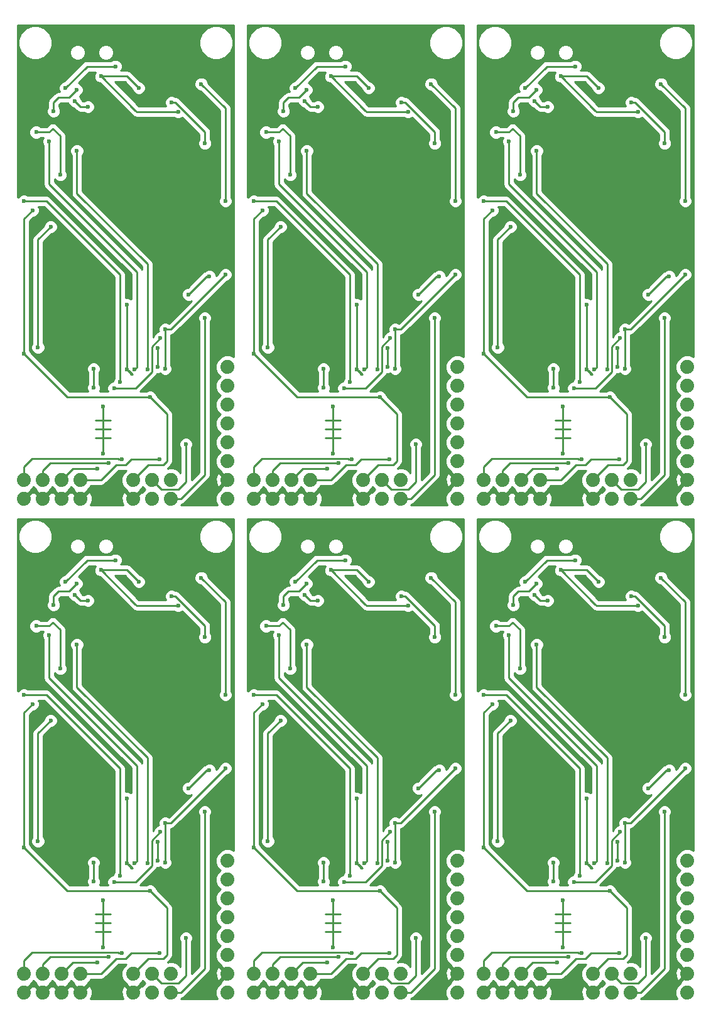
<source format=gbl>
G04 #@! TF.FileFunction,Copper,L2,Bot,Signal*
%FSLAX46Y46*%
G04 Gerber Fmt 4.6, Leading zero omitted, Abs format (unit mm)*
G04 Created by KiCad (PCBNEW 4.0.6) date 06/29/17 16:58:46*
%MOMM*%
%LPD*%
G01*
G04 APERTURE LIST*
%ADD10C,0.100000*%
%ADD11C,0.254000*%
%ADD12C,1.879600*%
%ADD13C,0.600000*%
%ADD14C,0.250000*%
G04 APERTURE END LIST*
D10*
D11*
X149098000Y-152725120D02*
X150114000Y-152725120D01*
X148082000Y-152725120D02*
X149098000Y-152725120D01*
X149098000Y-155122880D02*
X150114000Y-155122880D01*
X149098000Y-155122880D02*
X148082000Y-155122880D01*
X149098000Y-153924000D02*
X150114000Y-153924000D01*
X149098000Y-153924000D02*
X148082000Y-153924000D01*
X118110000Y-152725120D02*
X119126000Y-152725120D01*
X117094000Y-152725120D02*
X118110000Y-152725120D01*
X118110000Y-155122880D02*
X119126000Y-155122880D01*
X118110000Y-155122880D02*
X117094000Y-155122880D01*
X118110000Y-153924000D02*
X119126000Y-153924000D01*
X118110000Y-153924000D02*
X117094000Y-153924000D01*
X87122000Y-152725120D02*
X88138000Y-152725120D01*
X86106000Y-152725120D02*
X87122000Y-152725120D01*
X87122000Y-155122880D02*
X88138000Y-155122880D01*
X87122000Y-155122880D02*
X86106000Y-155122880D01*
X87122000Y-153924000D02*
X88138000Y-153924000D01*
X87122000Y-153924000D02*
X86106000Y-153924000D01*
X149098000Y-86177120D02*
X150114000Y-86177120D01*
X148082000Y-86177120D02*
X149098000Y-86177120D01*
X149098000Y-88574880D02*
X150114000Y-88574880D01*
X149098000Y-88574880D02*
X148082000Y-88574880D01*
X149098000Y-87376000D02*
X150114000Y-87376000D01*
X149098000Y-87376000D02*
X148082000Y-87376000D01*
X118110000Y-86177120D02*
X119126000Y-86177120D01*
X117094000Y-86177120D02*
X118110000Y-86177120D01*
X118110000Y-88574880D02*
X119126000Y-88574880D01*
X118110000Y-88574880D02*
X117094000Y-88574880D01*
X118110000Y-87376000D02*
X119126000Y-87376000D01*
X118110000Y-87376000D02*
X117094000Y-87376000D01*
X87122000Y-86177120D02*
X88138000Y-86177120D01*
X86106000Y-86177120D02*
X87122000Y-86177120D01*
X87122000Y-88574880D02*
X88138000Y-88574880D01*
X87122000Y-88574880D02*
X86106000Y-88574880D01*
X87122000Y-87376000D02*
X88138000Y-87376000D01*
X87122000Y-87376000D02*
X86106000Y-87376000D01*
D12*
X165862000Y-163322000D03*
X165862000Y-160782000D03*
X165862000Y-158242000D03*
X165862000Y-155702000D03*
X134874000Y-163322000D03*
X134874000Y-160782000D03*
X134874000Y-158242000D03*
X134874000Y-155702000D03*
X103886000Y-163322000D03*
X103886000Y-160782000D03*
X103886000Y-158242000D03*
X103886000Y-155702000D03*
X165862000Y-96774000D03*
X165862000Y-94234000D03*
X165862000Y-91694000D03*
X165862000Y-89154000D03*
X134874000Y-96774000D03*
X134874000Y-94234000D03*
X134874000Y-91694000D03*
X134874000Y-89154000D03*
X158242000Y-160782000D03*
X158242000Y-163322000D03*
X155702000Y-160782000D03*
X155702000Y-163322000D03*
X153162000Y-160782000D03*
X153162000Y-163322000D03*
X127254000Y-160782000D03*
X127254000Y-163322000D03*
X124714000Y-160782000D03*
X124714000Y-163322000D03*
X122174000Y-160782000D03*
X122174000Y-163322000D03*
X96266000Y-160782000D03*
X96266000Y-163322000D03*
X93726000Y-160782000D03*
X93726000Y-163322000D03*
X91186000Y-160782000D03*
X91186000Y-163322000D03*
X158242000Y-94234000D03*
X158242000Y-96774000D03*
X155702000Y-94234000D03*
X155702000Y-96774000D03*
X153162000Y-94234000D03*
X153162000Y-96774000D03*
X127254000Y-94234000D03*
X127254000Y-96774000D03*
X124714000Y-94234000D03*
X124714000Y-96774000D03*
X122174000Y-94234000D03*
X122174000Y-96774000D03*
X138430000Y-163322000D03*
X138430000Y-160782000D03*
X140970000Y-163322000D03*
X140970000Y-160782000D03*
X143510000Y-163322000D03*
X143510000Y-160782000D03*
X146050000Y-163322000D03*
X146050000Y-160782000D03*
X107442000Y-163322000D03*
X107442000Y-160782000D03*
X109982000Y-163322000D03*
X109982000Y-160782000D03*
X112522000Y-163322000D03*
X112522000Y-160782000D03*
X115062000Y-163322000D03*
X115062000Y-160782000D03*
X76454000Y-163322000D03*
X76454000Y-160782000D03*
X78994000Y-163322000D03*
X78994000Y-160782000D03*
X81534000Y-163322000D03*
X81534000Y-160782000D03*
X84074000Y-163322000D03*
X84074000Y-160782000D03*
X138430000Y-96774000D03*
X138430000Y-94234000D03*
X140970000Y-96774000D03*
X140970000Y-94234000D03*
X143510000Y-96774000D03*
X143510000Y-94234000D03*
X146050000Y-96774000D03*
X146050000Y-94234000D03*
X107442000Y-96774000D03*
X107442000Y-94234000D03*
X109982000Y-96774000D03*
X109982000Y-94234000D03*
X112522000Y-96774000D03*
X112522000Y-94234000D03*
X115062000Y-96774000D03*
X115062000Y-94234000D03*
X165862000Y-153162000D03*
X165862000Y-150622000D03*
X165862000Y-148082000D03*
X165862000Y-145542000D03*
X134874000Y-153162000D03*
X134874000Y-150622000D03*
X134874000Y-148082000D03*
X134874000Y-145542000D03*
X103886000Y-153162000D03*
X103886000Y-150622000D03*
X103886000Y-148082000D03*
X103886000Y-145542000D03*
X165862000Y-86614000D03*
X165862000Y-84074000D03*
X165862000Y-81534000D03*
X165862000Y-78994000D03*
X134874000Y-86614000D03*
X134874000Y-84074000D03*
X134874000Y-81534000D03*
X134874000Y-78994000D03*
X76454000Y-96774000D03*
X76454000Y-94234000D03*
X78994000Y-96774000D03*
X78994000Y-94234000D03*
X81534000Y-96774000D03*
X81534000Y-94234000D03*
X84074000Y-96774000D03*
X84074000Y-94234000D03*
X96266000Y-94234000D03*
X96266000Y-96774000D03*
X93726000Y-94234000D03*
X93726000Y-96774000D03*
X91186000Y-94234000D03*
X91186000Y-96774000D03*
X103886000Y-96774000D03*
X103886000Y-94234000D03*
X103886000Y-91694000D03*
X103886000Y-89154000D03*
X103886000Y-86614000D03*
X103886000Y-84074000D03*
X103886000Y-81534000D03*
X103886000Y-78994000D03*
D13*
X157988000Y-126492000D03*
X127000000Y-126492000D03*
X96012000Y-126492000D03*
X157988000Y-59944000D03*
X127000000Y-59944000D03*
X161290000Y-140716000D03*
X130302000Y-140716000D03*
X99314000Y-140716000D03*
X161290000Y-74168000D03*
X130302000Y-74168000D03*
X158242000Y-149860000D03*
X127254000Y-149860000D03*
X96266000Y-149860000D03*
X158242000Y-83312000D03*
X127254000Y-83312000D03*
X144018000Y-128016000D03*
X113030000Y-128016000D03*
X82042000Y-128016000D03*
X144018000Y-61468000D03*
X113030000Y-61468000D03*
X141026000Y-124162000D03*
X110038000Y-124162000D03*
X79050000Y-124162000D03*
X141026000Y-57614000D03*
X110038000Y-57614000D03*
X146826000Y-112162000D03*
X115838000Y-112162000D03*
X84850000Y-112162000D03*
X146826000Y-45614000D03*
X115838000Y-45614000D03*
X147320000Y-120142000D03*
X116332000Y-120142000D03*
X85344000Y-120142000D03*
X147320000Y-53594000D03*
X116332000Y-53594000D03*
X138576000Y-118912000D03*
X107588000Y-118912000D03*
X76600000Y-118912000D03*
X138576000Y-52364000D03*
X107588000Y-52364000D03*
X153416000Y-105156000D03*
X122428000Y-105156000D03*
X91440000Y-105156000D03*
X153416000Y-38608000D03*
X122428000Y-38608000D03*
X152026000Y-112162000D03*
X121038000Y-112162000D03*
X90050000Y-112162000D03*
X152026000Y-45614000D03*
X121038000Y-45614000D03*
X164338000Y-120396000D03*
X133350000Y-120396000D03*
X102362000Y-120396000D03*
X164338000Y-53848000D03*
X133350000Y-53848000D03*
X155426000Y-120362000D03*
X124438000Y-120362000D03*
X93450000Y-120362000D03*
X155426000Y-53814000D03*
X124438000Y-53814000D03*
X91440000Y-38608000D03*
X82042000Y-61468000D03*
X96012000Y-59944000D03*
X102362000Y-53848000D03*
X85344000Y-53594000D03*
X84850000Y-45614000D03*
X90050000Y-45614000D03*
X93450000Y-53814000D03*
X79050000Y-57614000D03*
X76600000Y-52364000D03*
X99314000Y-74168000D03*
X96266000Y-83312000D03*
X147066000Y-110490000D03*
X116078000Y-110490000D03*
X85090000Y-110490000D03*
X147066000Y-43942000D03*
X116078000Y-43942000D03*
X145288000Y-109728000D03*
X114300000Y-109728000D03*
X83312000Y-109728000D03*
X145288000Y-43180000D03*
X114300000Y-43180000D03*
X85090000Y-43942000D03*
X83312000Y-43180000D03*
X160626000Y-135762000D03*
X129638000Y-135762000D03*
X98650000Y-135762000D03*
X160626000Y-69214000D03*
X129638000Y-69214000D03*
X163426000Y-133362000D03*
X132438000Y-133362000D03*
X101450000Y-133362000D03*
X163426000Y-66814000D03*
X132438000Y-66814000D03*
X98650000Y-69214000D03*
X101450000Y-66814000D03*
X144018000Y-107950000D03*
X113030000Y-107950000D03*
X82042000Y-107950000D03*
X144018000Y-41402000D03*
X113030000Y-41402000D03*
X150749000Y-105029000D03*
X119761000Y-105029000D03*
X88773000Y-105029000D03*
X150749000Y-38481000D03*
X119761000Y-38481000D03*
X88773000Y-38481000D03*
X82042000Y-41402000D03*
X162814000Y-138938000D03*
X131826000Y-138938000D03*
X100838000Y-138938000D03*
X162814000Y-72390000D03*
X131826000Y-72390000D03*
X142026000Y-126662000D03*
X111038000Y-126662000D03*
X80050000Y-126662000D03*
X142026000Y-60114000D03*
X111038000Y-60114000D03*
X140326000Y-142912000D03*
X109338000Y-142912000D03*
X78350000Y-142912000D03*
X140326000Y-76364000D03*
X109338000Y-76364000D03*
X78350000Y-76364000D03*
X80050000Y-60114000D03*
X100838000Y-72390000D03*
X155448000Y-149606000D03*
X124460000Y-149606000D03*
X93472000Y-149606000D03*
X155448000Y-83058000D03*
X124460000Y-83058000D03*
X139576000Y-124412000D03*
X108588000Y-124412000D03*
X77600000Y-124412000D03*
X139576000Y-57864000D03*
X108588000Y-57864000D03*
X138430000Y-143764000D03*
X107442000Y-143764000D03*
X76454000Y-143764000D03*
X138430000Y-77216000D03*
X107442000Y-77216000D03*
X77600000Y-57864000D03*
X76454000Y-77216000D03*
X93472000Y-83058000D03*
X140076000Y-113912000D03*
X109088000Y-113912000D03*
X78100000Y-113912000D03*
X140076000Y-47364000D03*
X109088000Y-47364000D03*
X143326000Y-119662000D03*
X112338000Y-119662000D03*
X81350000Y-119662000D03*
X143326000Y-53114000D03*
X112338000Y-53114000D03*
X78100000Y-47364000D03*
X81350000Y-53114000D03*
X151384000Y-147574000D03*
X120396000Y-147574000D03*
X89408000Y-147574000D03*
X151384000Y-81026000D03*
X120396000Y-81026000D03*
X138430000Y-123190000D03*
X107442000Y-123190000D03*
X76454000Y-123190000D03*
X138430000Y-56642000D03*
X107442000Y-56642000D03*
X76454000Y-56642000D03*
X89408000Y-81026000D03*
X153326000Y-145912000D03*
X122338000Y-145912000D03*
X91350000Y-145912000D03*
X153326000Y-79364000D03*
X122338000Y-79364000D03*
X141826000Y-115162000D03*
X110838000Y-115162000D03*
X79850000Y-115162000D03*
X141826000Y-48614000D03*
X110838000Y-48614000D03*
X79850000Y-48614000D03*
X91350000Y-79364000D03*
X148826000Y-106362000D03*
X117838000Y-106362000D03*
X86850000Y-106362000D03*
X148826000Y-39814000D03*
X117838000Y-39814000D03*
X153924000Y-107950000D03*
X122936000Y-107950000D03*
X91948000Y-107950000D03*
X153924000Y-41402000D03*
X122936000Y-41402000D03*
X159226000Y-111162000D03*
X128238000Y-111162000D03*
X97250000Y-111162000D03*
X159226000Y-44614000D03*
X128238000Y-44614000D03*
X91948000Y-41402000D03*
X97250000Y-44614000D03*
X86850000Y-39814000D03*
X160274000Y-155956000D03*
X129286000Y-155956000D03*
X98298000Y-155956000D03*
X160274000Y-89408000D03*
X129286000Y-89408000D03*
X98298000Y-89408000D03*
X151638000Y-157988000D03*
X120650000Y-157988000D03*
X89662000Y-157988000D03*
X151638000Y-91440000D03*
X120650000Y-91440000D03*
X89662000Y-91440000D03*
X149860000Y-158496000D03*
X118872000Y-158496000D03*
X87884000Y-158496000D03*
X149860000Y-91948000D03*
X118872000Y-91948000D03*
X87884000Y-91948000D03*
X148336000Y-159258000D03*
X117348000Y-159258000D03*
X86360000Y-159258000D03*
X148336000Y-92710000D03*
X117348000Y-92710000D03*
X86360000Y-92710000D03*
X156718000Y-157988000D03*
X125730000Y-157988000D03*
X94742000Y-157988000D03*
X156718000Y-91440000D03*
X125730000Y-91440000D03*
X94742000Y-91440000D03*
X150576000Y-148412000D03*
X119588000Y-148412000D03*
X88600000Y-148412000D03*
X150576000Y-81864000D03*
X119588000Y-81864000D03*
X156826000Y-141662000D03*
X125838000Y-141662000D03*
X94850000Y-141662000D03*
X156826000Y-75114000D03*
X125838000Y-75114000D03*
X94850000Y-75114000D03*
X88600000Y-81864000D03*
X156464000Y-143002000D03*
X125476000Y-143002000D03*
X94488000Y-143002000D03*
X156464000Y-76454000D03*
X125476000Y-76454000D03*
X156464000Y-145542000D03*
X125476000Y-145542000D03*
X94488000Y-145542000D03*
X156464000Y-78994000D03*
X125476000Y-78994000D03*
X94488000Y-76454000D03*
X94488000Y-78994000D03*
X165608000Y-133096000D03*
X134620000Y-133096000D03*
X103632000Y-133096000D03*
X165608000Y-66548000D03*
X134620000Y-66548000D03*
X157480000Y-140462000D03*
X126492000Y-140462000D03*
X95504000Y-140462000D03*
X157480000Y-73914000D03*
X126492000Y-73914000D03*
X157480000Y-145796000D03*
X126492000Y-145796000D03*
X95504000Y-145796000D03*
X157480000Y-79248000D03*
X126492000Y-79248000D03*
X103632000Y-66548000D03*
X95504000Y-73914000D03*
X95504000Y-79248000D03*
X149098000Y-157226000D03*
X118110000Y-157226000D03*
X87122000Y-157226000D03*
X149098000Y-90678000D03*
X118110000Y-90678000D03*
X149098000Y-150876000D03*
X118110000Y-150876000D03*
X87122000Y-150876000D03*
X149098000Y-84328000D03*
X118110000Y-84328000D03*
X87122000Y-84328000D03*
X87122000Y-90678000D03*
X152326000Y-145912000D03*
X121338000Y-145912000D03*
X90350000Y-145912000D03*
X152326000Y-79364000D03*
X121338000Y-79364000D03*
X152326000Y-137162000D03*
X121338000Y-137162000D03*
X90350000Y-137162000D03*
X152326000Y-70614000D03*
X121338000Y-70614000D03*
X90350000Y-70614000D03*
X90350000Y-79364000D03*
X155076000Y-145912000D03*
X124088000Y-145912000D03*
X93100000Y-145912000D03*
X155076000Y-79364000D03*
X124088000Y-79364000D03*
X145576000Y-116412000D03*
X114588000Y-116412000D03*
X83600000Y-116412000D03*
X145576000Y-49864000D03*
X114588000Y-49864000D03*
X83600000Y-49864000D03*
X93100000Y-79364000D03*
X147828000Y-145796000D03*
X116840000Y-145796000D03*
X85852000Y-145796000D03*
X147828000Y-79248000D03*
X116840000Y-79248000D03*
X147828000Y-148336000D03*
X116840000Y-148336000D03*
X85852000Y-148336000D03*
X147828000Y-81788000D03*
X116840000Y-81788000D03*
X85852000Y-79248000D03*
X85852000Y-81788000D03*
X165608000Y-123190000D03*
X134620000Y-123190000D03*
X103632000Y-123190000D03*
X165608000Y-56642000D03*
X134620000Y-56642000D03*
X162326000Y-107412000D03*
X131338000Y-107412000D03*
X100350000Y-107412000D03*
X162326000Y-40864000D03*
X131338000Y-40864000D03*
X103632000Y-56642000D03*
X100350000Y-40864000D03*
X142428800Y-111062000D03*
X111440800Y-111062000D03*
X80452800Y-111062000D03*
X142428800Y-44514000D03*
X111440800Y-44514000D03*
X145542000Y-108204000D03*
X114554000Y-108204000D03*
X83566000Y-108204000D03*
X145542000Y-41656000D03*
X114554000Y-41656000D03*
X83566000Y-41656000D03*
X80452800Y-44514000D03*
X158326000Y-109912000D03*
X127338000Y-109912000D03*
X96350000Y-109912000D03*
X158326000Y-43364000D03*
X127338000Y-43364000D03*
X162826000Y-115412000D03*
X131838000Y-115412000D03*
X100850000Y-115412000D03*
X162826000Y-48864000D03*
X131838000Y-48864000D03*
X96350000Y-43364000D03*
X100850000Y-48864000D03*
D14*
X155725999Y-120661999D02*
X155426000Y-120362000D01*
X124737999Y-120661999D02*
X124438000Y-120362000D01*
X93749999Y-120661999D02*
X93450000Y-120362000D01*
X155725999Y-54113999D02*
X155426000Y-53814000D01*
X124737999Y-54113999D02*
X124438000Y-53814000D01*
X157988000Y-126492000D02*
X158287999Y-126192001D01*
X127000000Y-126492000D02*
X127299999Y-126192001D01*
X96012000Y-126492000D02*
X96311999Y-126192001D01*
X157988000Y-59944000D02*
X158287999Y-59644001D01*
X127000000Y-59944000D02*
X127299999Y-59644001D01*
X96012000Y-59944000D02*
X96311999Y-59644001D01*
X93749999Y-54113999D02*
X93450000Y-53814000D01*
X146050000Y-110490000D02*
X145288000Y-109728000D01*
X115062000Y-110490000D02*
X114300000Y-109728000D01*
X84074000Y-110490000D02*
X83312000Y-109728000D01*
X146050000Y-43942000D02*
X145288000Y-43180000D01*
X115062000Y-43942000D02*
X114300000Y-43180000D01*
X147066000Y-110490000D02*
X146050000Y-110490000D01*
X116078000Y-110490000D02*
X115062000Y-110490000D01*
X85090000Y-110490000D02*
X84074000Y-110490000D01*
X147066000Y-43942000D02*
X146050000Y-43942000D01*
X116078000Y-43942000D02*
X115062000Y-43942000D01*
X85090000Y-43942000D02*
X84074000Y-43942000D01*
X84074000Y-43942000D02*
X83312000Y-43180000D01*
X160626000Y-135762000D02*
X163026000Y-133362000D01*
X129638000Y-135762000D02*
X132038000Y-133362000D01*
X98650000Y-135762000D02*
X101050000Y-133362000D01*
X160626000Y-69214000D02*
X163026000Y-66814000D01*
X129638000Y-69214000D02*
X132038000Y-66814000D01*
X163026000Y-133362000D02*
X163426000Y-133362000D01*
X132038000Y-133362000D02*
X132438000Y-133362000D01*
X101050000Y-133362000D02*
X101450000Y-133362000D01*
X163026000Y-66814000D02*
X163426000Y-66814000D01*
X132038000Y-66814000D02*
X132438000Y-66814000D01*
X98650000Y-69214000D02*
X101050000Y-66814000D01*
X101050000Y-66814000D02*
X101450000Y-66814000D01*
X144018000Y-107950000D02*
X146939000Y-105029000D01*
X113030000Y-107950000D02*
X115951000Y-105029000D01*
X82042000Y-107950000D02*
X84963000Y-105029000D01*
X144018000Y-41402000D02*
X146939000Y-38481000D01*
X113030000Y-41402000D02*
X115951000Y-38481000D01*
X146939000Y-105029000D02*
X150749000Y-105029000D01*
X115951000Y-105029000D02*
X119761000Y-105029000D01*
X84963000Y-105029000D02*
X88773000Y-105029000D01*
X146939000Y-38481000D02*
X150749000Y-38481000D01*
X115951000Y-38481000D02*
X119761000Y-38481000D01*
X82042000Y-41402000D02*
X84963000Y-38481000D01*
X84963000Y-38481000D02*
X88773000Y-38481000D01*
X158242000Y-163322000D02*
X159571077Y-163322000D01*
X127254000Y-163322000D02*
X128583077Y-163322000D01*
X96266000Y-163322000D02*
X97595077Y-163322000D01*
X158242000Y-96774000D02*
X159571077Y-96774000D01*
X127254000Y-96774000D02*
X128583077Y-96774000D01*
X159571077Y-163322000D02*
X162814000Y-160079077D01*
X128583077Y-163322000D02*
X131826000Y-160079077D01*
X97595077Y-163322000D02*
X100838000Y-160079077D01*
X159571077Y-96774000D02*
X162814000Y-93531077D01*
X128583077Y-96774000D02*
X131826000Y-93531077D01*
X162814000Y-160079077D02*
X162814000Y-138938000D01*
X131826000Y-160079077D02*
X131826000Y-138938000D01*
X100838000Y-160079077D02*
X100838000Y-138938000D01*
X162814000Y-93531077D02*
X162814000Y-72390000D01*
X131826000Y-93531077D02*
X131826000Y-72390000D01*
X142026000Y-126662000D02*
X140326000Y-128362000D01*
X111038000Y-126662000D02*
X109338000Y-128362000D01*
X80050000Y-126662000D02*
X78350000Y-128362000D01*
X142026000Y-60114000D02*
X140326000Y-61814000D01*
X111038000Y-60114000D02*
X109338000Y-61814000D01*
X140326000Y-128362000D02*
X140326000Y-142912000D01*
X109338000Y-128362000D02*
X109338000Y-142912000D01*
X78350000Y-128362000D02*
X78350000Y-142912000D01*
X140326000Y-61814000D02*
X140326000Y-76364000D01*
X109338000Y-61814000D02*
X109338000Y-76364000D01*
X78350000Y-61814000D02*
X78350000Y-76364000D01*
X80050000Y-60114000D02*
X78350000Y-61814000D01*
X100838000Y-93531077D02*
X100838000Y-72390000D01*
X96266000Y-96774000D02*
X97595077Y-96774000D01*
X97595077Y-96774000D02*
X100838000Y-93531077D01*
X155448000Y-149606000D02*
X144272000Y-149606000D01*
X124460000Y-149606000D02*
X113284000Y-149606000D01*
X93472000Y-149606000D02*
X82296000Y-149606000D01*
X155448000Y-83058000D02*
X144272000Y-83058000D01*
X124460000Y-83058000D02*
X113284000Y-83058000D01*
X154101799Y-159842201D02*
X155194000Y-158750000D01*
X123113799Y-159842201D02*
X124206000Y-158750000D01*
X92125799Y-159842201D02*
X93218000Y-158750000D01*
X154101799Y-93294201D02*
X155194000Y-92202000D01*
X123113799Y-93294201D02*
X124206000Y-92202000D01*
X153162000Y-160782000D02*
X154101799Y-159842201D01*
X122174000Y-160782000D02*
X123113799Y-159842201D01*
X91186000Y-160782000D02*
X92125799Y-159842201D01*
X153162000Y-94234000D02*
X154101799Y-93294201D01*
X122174000Y-94234000D02*
X123113799Y-93294201D01*
X157226000Y-158750000D02*
X157734000Y-158242000D01*
X126238000Y-158750000D02*
X126746000Y-158242000D01*
X95250000Y-158750000D02*
X95758000Y-158242000D01*
X157226000Y-92202000D02*
X157734000Y-91694000D01*
X126238000Y-92202000D02*
X126746000Y-91694000D01*
X155194000Y-158750000D02*
X157226000Y-158750000D01*
X124206000Y-158750000D02*
X126238000Y-158750000D01*
X93218000Y-158750000D02*
X95250000Y-158750000D01*
X155194000Y-92202000D02*
X157226000Y-92202000D01*
X124206000Y-92202000D02*
X126238000Y-92202000D01*
X157734000Y-151892000D02*
X155448000Y-149606000D01*
X126746000Y-151892000D02*
X124460000Y-149606000D01*
X95758000Y-151892000D02*
X93472000Y-149606000D01*
X157734000Y-85344000D02*
X155448000Y-83058000D01*
X126746000Y-85344000D02*
X124460000Y-83058000D01*
X157734000Y-158242000D02*
X157734000Y-151892000D01*
X126746000Y-158242000D02*
X126746000Y-151892000D01*
X95758000Y-158242000D02*
X95758000Y-151892000D01*
X157734000Y-91694000D02*
X157734000Y-85344000D01*
X126746000Y-91694000D02*
X126746000Y-85344000D01*
X138430000Y-125558000D02*
X139576000Y-124412000D01*
X107442000Y-125558000D02*
X108588000Y-124412000D01*
X76454000Y-125558000D02*
X77600000Y-124412000D01*
X138430000Y-59010000D02*
X139576000Y-57864000D01*
X107442000Y-59010000D02*
X108588000Y-57864000D01*
X144272000Y-149606000D02*
X138430000Y-143764000D01*
X113284000Y-149606000D02*
X107442000Y-143764000D01*
X82296000Y-149606000D02*
X76454000Y-143764000D01*
X144272000Y-83058000D02*
X138430000Y-77216000D01*
X113284000Y-83058000D02*
X107442000Y-77216000D01*
X138430000Y-143764000D02*
X138430000Y-125558000D01*
X107442000Y-143764000D02*
X107442000Y-125558000D01*
X76454000Y-143764000D02*
X76454000Y-125558000D01*
X138430000Y-77216000D02*
X138430000Y-59010000D01*
X107442000Y-77216000D02*
X107442000Y-59010000D01*
X76454000Y-77216000D02*
X76454000Y-59010000D01*
X76454000Y-59010000D02*
X77600000Y-57864000D01*
X93472000Y-83058000D02*
X82296000Y-83058000D01*
X82296000Y-83058000D02*
X76454000Y-77216000D01*
X95758000Y-91694000D02*
X95758000Y-85344000D01*
X95758000Y-85344000D02*
X93472000Y-83058000D01*
X95250000Y-92202000D02*
X95758000Y-91694000D01*
X93218000Y-92202000D02*
X95250000Y-92202000D01*
X92125799Y-93294201D02*
X93218000Y-92202000D01*
X91186000Y-94234000D02*
X92125799Y-93294201D01*
X142326000Y-113412000D02*
X141826000Y-113912000D01*
X111338000Y-113412000D02*
X110838000Y-113912000D01*
X80350000Y-113412000D02*
X79850000Y-113912000D01*
X142326000Y-46864000D02*
X141826000Y-47364000D01*
X111338000Y-46864000D02*
X110838000Y-47364000D01*
X143326000Y-114412000D02*
X142326000Y-113412000D01*
X112338000Y-114412000D02*
X111338000Y-113412000D01*
X81350000Y-114412000D02*
X80350000Y-113412000D01*
X143326000Y-47864000D02*
X142326000Y-46864000D01*
X112338000Y-47864000D02*
X111338000Y-46864000D01*
X143326000Y-119662000D02*
X143326000Y-114412000D01*
X112338000Y-119662000D02*
X112338000Y-114412000D01*
X81350000Y-119662000D02*
X81350000Y-114412000D01*
X143326000Y-53114000D02*
X143326000Y-47864000D01*
X112338000Y-53114000D02*
X112338000Y-47864000D01*
X141826000Y-113912000D02*
X140076000Y-113912000D01*
X110838000Y-113912000D02*
X109088000Y-113912000D01*
X79850000Y-113912000D02*
X78100000Y-113912000D01*
X141826000Y-47364000D02*
X140076000Y-47364000D01*
X110838000Y-47364000D02*
X109088000Y-47364000D01*
X80350000Y-46864000D02*
X79850000Y-47364000D01*
X79850000Y-47364000D02*
X78100000Y-47364000D01*
X81350000Y-47864000D02*
X80350000Y-46864000D01*
X81350000Y-53114000D02*
X81350000Y-47864000D01*
X141478000Y-123190000D02*
X138430000Y-123190000D01*
X110490000Y-123190000D02*
X107442000Y-123190000D01*
X79502000Y-123190000D02*
X76454000Y-123190000D01*
X141478000Y-56642000D02*
X138430000Y-56642000D01*
X110490000Y-56642000D02*
X107442000Y-56642000D01*
X151384000Y-147574000D02*
X151384000Y-133096000D01*
X120396000Y-147574000D02*
X120396000Y-133096000D01*
X89408000Y-147574000D02*
X89408000Y-133096000D01*
X151384000Y-81026000D02*
X151384000Y-66548000D01*
X120396000Y-81026000D02*
X120396000Y-66548000D01*
X151384000Y-133096000D02*
X141478000Y-123190000D01*
X120396000Y-133096000D02*
X110490000Y-123190000D01*
X89408000Y-133096000D02*
X79502000Y-123190000D01*
X151384000Y-66548000D02*
X141478000Y-56642000D01*
X120396000Y-66548000D02*
X110490000Y-56642000D01*
X89408000Y-66548000D02*
X79502000Y-56642000D01*
X79502000Y-56642000D02*
X76454000Y-56642000D01*
X89408000Y-81026000D02*
X89408000Y-66548000D01*
X153625999Y-132711999D02*
X141826000Y-120912000D01*
X122637999Y-132711999D02*
X110838000Y-120912000D01*
X91649999Y-132711999D02*
X79850000Y-120912000D01*
X153625999Y-66163999D02*
X141826000Y-54364000D01*
X122637999Y-66163999D02*
X110838000Y-54364000D01*
X141826000Y-120912000D02*
X141826000Y-115162000D01*
X110838000Y-120912000D02*
X110838000Y-115162000D01*
X79850000Y-120912000D02*
X79850000Y-115162000D01*
X141826000Y-54364000D02*
X141826000Y-48614000D01*
X110838000Y-54364000D02*
X110838000Y-48614000D01*
X153326000Y-145912000D02*
X153625999Y-145612001D01*
X122338000Y-145912000D02*
X122637999Y-145612001D01*
X91350000Y-145912000D02*
X91649999Y-145612001D01*
X153326000Y-79364000D02*
X153625999Y-79064001D01*
X122338000Y-79364000D02*
X122637999Y-79064001D01*
X153625999Y-145612001D02*
X153625999Y-132711999D01*
X122637999Y-145612001D02*
X122637999Y-132711999D01*
X91649999Y-145612001D02*
X91649999Y-132711999D01*
X153625999Y-79064001D02*
X153625999Y-66163999D01*
X122637999Y-79064001D02*
X122637999Y-66163999D01*
X91649999Y-66163999D02*
X79850000Y-54364000D01*
X79850000Y-54364000D02*
X79850000Y-48614000D01*
X91350000Y-79364000D02*
X91649999Y-79064001D01*
X91649999Y-79064001D02*
X91649999Y-66163999D01*
X148826000Y-106362000D02*
X153426000Y-110962000D01*
X117838000Y-106362000D02*
X122438000Y-110962000D01*
X86850000Y-106362000D02*
X91450000Y-110962000D01*
X148826000Y-39814000D02*
X153426000Y-44414000D01*
X117838000Y-39814000D02*
X122438000Y-44414000D01*
X152336000Y-106362000D02*
X148826000Y-106362000D01*
X121348000Y-106362000D02*
X117838000Y-106362000D01*
X90360000Y-106362000D02*
X86850000Y-106362000D01*
X152336000Y-39814000D02*
X148826000Y-39814000D01*
X121348000Y-39814000D02*
X117838000Y-39814000D01*
X153924000Y-107950000D02*
X152336000Y-106362000D01*
X122936000Y-107950000D02*
X121348000Y-106362000D01*
X91948000Y-107950000D02*
X90360000Y-106362000D01*
X153924000Y-41402000D02*
X152336000Y-39814000D01*
X122936000Y-41402000D02*
X121348000Y-39814000D01*
X153626000Y-111162000D02*
X153426000Y-110962000D01*
X122638000Y-111162000D02*
X122438000Y-110962000D01*
X91650000Y-111162000D02*
X91450000Y-110962000D01*
X153626000Y-44614000D02*
X153426000Y-44414000D01*
X122638000Y-44614000D02*
X122438000Y-44414000D01*
X159226000Y-111162000D02*
X153626000Y-111162000D01*
X128238000Y-111162000D02*
X122638000Y-111162000D01*
X97250000Y-111162000D02*
X91650000Y-111162000D01*
X159226000Y-44614000D02*
X153626000Y-44614000D01*
X128238000Y-44614000D02*
X122638000Y-44614000D01*
X91948000Y-41402000D02*
X90360000Y-39814000D01*
X90360000Y-39814000D02*
X86850000Y-39814000D01*
X97250000Y-44614000D02*
X91650000Y-44614000D01*
X91650000Y-44614000D02*
X91450000Y-44414000D01*
X86850000Y-39814000D02*
X91450000Y-44414000D01*
X155702000Y-160528000D02*
X155702000Y-160782000D01*
X124714000Y-160528000D02*
X124714000Y-160782000D01*
X93726000Y-160528000D02*
X93726000Y-160782000D01*
X155702000Y-93980000D02*
X155702000Y-94234000D01*
X124714000Y-93980000D02*
X124714000Y-94234000D01*
X156944601Y-162024601D02*
X159285399Y-162024601D01*
X125956601Y-162024601D02*
X128297399Y-162024601D01*
X94968601Y-162024601D02*
X97309399Y-162024601D01*
X156944601Y-95476601D02*
X159285399Y-95476601D01*
X125956601Y-95476601D02*
X128297399Y-95476601D01*
X159285399Y-162024601D02*
X160274000Y-161036000D01*
X128297399Y-162024601D02*
X129286000Y-161036000D01*
X97309399Y-162024601D02*
X98298000Y-161036000D01*
X159285399Y-95476601D02*
X160274000Y-94488000D01*
X128297399Y-95476601D02*
X129286000Y-94488000D01*
X155702000Y-160782000D02*
X156944601Y-162024601D01*
X124714000Y-160782000D02*
X125956601Y-162024601D01*
X93726000Y-160782000D02*
X94968601Y-162024601D01*
X155702000Y-94234000D02*
X156944601Y-95476601D01*
X124714000Y-94234000D02*
X125956601Y-95476601D01*
X160274000Y-161036000D02*
X160274000Y-155956000D01*
X129286000Y-161036000D02*
X129286000Y-155956000D01*
X98298000Y-161036000D02*
X98298000Y-155956000D01*
X160274000Y-94488000D02*
X160274000Y-89408000D01*
X129286000Y-94488000D02*
X129286000Y-89408000D01*
X97309399Y-95476601D02*
X98298000Y-94488000D01*
X98298000Y-94488000D02*
X98298000Y-89408000D01*
X93726000Y-94234000D02*
X94968601Y-95476601D01*
X94968601Y-95476601D02*
X97309399Y-95476601D01*
X93726000Y-93980000D02*
X93726000Y-94234000D01*
X151638000Y-157988000D02*
X151213736Y-157988000D01*
X120650000Y-157988000D02*
X120225736Y-157988000D01*
X89662000Y-157988000D02*
X89237736Y-157988000D01*
X151638000Y-91440000D02*
X151213736Y-91440000D01*
X120650000Y-91440000D02*
X120225736Y-91440000D01*
X151213736Y-157988000D02*
X151118935Y-157893199D01*
X120225736Y-157988000D02*
X120130935Y-157893199D01*
X89237736Y-157988000D02*
X89142935Y-157893199D01*
X151213736Y-91440000D02*
X151118935Y-91345199D01*
X120225736Y-91440000D02*
X120130935Y-91345199D01*
X139540801Y-157893199D02*
X138430000Y-159004000D01*
X108552801Y-157893199D02*
X107442000Y-159004000D01*
X77564801Y-157893199D02*
X76454000Y-159004000D01*
X139540801Y-91345199D02*
X138430000Y-92456000D01*
X108552801Y-91345199D02*
X107442000Y-92456000D01*
X151118935Y-157893199D02*
X139540801Y-157893199D01*
X120130935Y-157893199D02*
X108552801Y-157893199D01*
X89142935Y-157893199D02*
X77564801Y-157893199D01*
X151118935Y-91345199D02*
X139540801Y-91345199D01*
X120130935Y-91345199D02*
X108552801Y-91345199D01*
X138430000Y-159004000D02*
X138430000Y-160782000D01*
X107442000Y-159004000D02*
X107442000Y-160782000D01*
X76454000Y-159004000D02*
X76454000Y-160782000D01*
X138430000Y-92456000D02*
X138430000Y-94234000D01*
X107442000Y-92456000D02*
X107442000Y-94234000D01*
X77564801Y-91345199D02*
X76454000Y-92456000D01*
X76454000Y-92456000D02*
X76454000Y-94234000D01*
X89662000Y-91440000D02*
X89237736Y-91440000D01*
X89237736Y-91440000D02*
X89142935Y-91345199D01*
X89142935Y-91345199D02*
X77564801Y-91345199D01*
X140970000Y-159512000D02*
X140970000Y-160782000D01*
X109982000Y-159512000D02*
X109982000Y-160782000D01*
X78994000Y-159512000D02*
X78994000Y-160782000D01*
X140970000Y-92964000D02*
X140970000Y-94234000D01*
X109982000Y-92964000D02*
X109982000Y-94234000D01*
X149860000Y-158496000D02*
X141986000Y-158496000D01*
X118872000Y-158496000D02*
X110998000Y-158496000D01*
X87884000Y-158496000D02*
X80010000Y-158496000D01*
X149860000Y-91948000D02*
X141986000Y-91948000D01*
X118872000Y-91948000D02*
X110998000Y-91948000D01*
X141986000Y-158496000D02*
X140970000Y-159512000D01*
X110998000Y-158496000D02*
X109982000Y-159512000D01*
X80010000Y-158496000D02*
X78994000Y-159512000D01*
X141986000Y-91948000D02*
X140970000Y-92964000D01*
X110998000Y-91948000D02*
X109982000Y-92964000D01*
X78994000Y-92964000D02*
X78994000Y-94234000D01*
X80010000Y-91948000D02*
X78994000Y-92964000D01*
X87884000Y-91948000D02*
X80010000Y-91948000D01*
X145034000Y-159258000D02*
X143510000Y-160782000D01*
X114046000Y-159258000D02*
X112522000Y-160782000D01*
X83058000Y-159258000D02*
X81534000Y-160782000D01*
X145034000Y-92710000D02*
X143510000Y-94234000D01*
X114046000Y-92710000D02*
X112522000Y-94234000D01*
X148336000Y-159258000D02*
X145034000Y-159258000D01*
X117348000Y-159258000D02*
X114046000Y-159258000D01*
X86360000Y-159258000D02*
X83058000Y-159258000D01*
X148336000Y-92710000D02*
X145034000Y-92710000D01*
X117348000Y-92710000D02*
X114046000Y-92710000D01*
X86360000Y-92710000D02*
X83058000Y-92710000D01*
X83058000Y-92710000D02*
X81534000Y-94234000D01*
X152146000Y-158750000D02*
X150876000Y-158750000D01*
X121158000Y-158750000D02*
X119888000Y-158750000D01*
X90170000Y-158750000D02*
X88900000Y-158750000D01*
X152146000Y-92202000D02*
X150876000Y-92202000D01*
X121158000Y-92202000D02*
X119888000Y-92202000D01*
X150876000Y-158750000D02*
X148844000Y-160782000D01*
X119888000Y-158750000D02*
X117856000Y-160782000D01*
X88900000Y-158750000D02*
X86868000Y-160782000D01*
X150876000Y-92202000D02*
X148844000Y-94234000D01*
X119888000Y-92202000D02*
X117856000Y-94234000D01*
X148844000Y-160782000D02*
X146050000Y-160782000D01*
X117856000Y-160782000D02*
X115062000Y-160782000D01*
X86868000Y-160782000D02*
X84074000Y-160782000D01*
X148844000Y-94234000D02*
X146050000Y-94234000D01*
X117856000Y-94234000D02*
X115062000Y-94234000D01*
X152908000Y-157988000D02*
X152146000Y-158750000D01*
X121920000Y-157988000D02*
X121158000Y-158750000D01*
X90932000Y-157988000D02*
X90170000Y-158750000D01*
X152908000Y-91440000D02*
X152146000Y-92202000D01*
X121920000Y-91440000D02*
X121158000Y-92202000D01*
X156718000Y-157988000D02*
X152908000Y-157988000D01*
X125730000Y-157988000D02*
X121920000Y-157988000D01*
X94742000Y-157988000D02*
X90932000Y-157988000D01*
X156718000Y-91440000D02*
X152908000Y-91440000D01*
X125730000Y-91440000D02*
X121920000Y-91440000D01*
X88900000Y-92202000D02*
X86868000Y-94234000D01*
X86868000Y-94234000D02*
X84074000Y-94234000D01*
X90170000Y-92202000D02*
X88900000Y-92202000D01*
X90932000Y-91440000D02*
X90170000Y-92202000D01*
X94742000Y-91440000D02*
X90932000Y-91440000D01*
X155678801Y-146201345D02*
X155678801Y-142809199D01*
X124690801Y-146201345D02*
X124690801Y-142809199D01*
X93702801Y-146201345D02*
X93702801Y-142809199D01*
X155678801Y-79653345D02*
X155678801Y-76261199D01*
X124690801Y-79653345D02*
X124690801Y-76261199D01*
X150576000Y-148412000D02*
X153468146Y-148412000D01*
X119588000Y-148412000D02*
X122480146Y-148412000D01*
X88600000Y-148412000D02*
X91492146Y-148412000D01*
X150576000Y-81864000D02*
X153468146Y-81864000D01*
X119588000Y-81864000D02*
X122480146Y-81864000D01*
X153468146Y-148412000D02*
X155678801Y-146201345D01*
X122480146Y-148412000D02*
X124690801Y-146201345D01*
X91492146Y-148412000D02*
X93702801Y-146201345D01*
X153468146Y-81864000D02*
X155678801Y-79653345D01*
X122480146Y-81864000D02*
X124690801Y-79653345D01*
X155678801Y-142809199D02*
X156826000Y-141662000D01*
X124690801Y-142809199D02*
X125838000Y-141662000D01*
X93702801Y-142809199D02*
X94850000Y-141662000D01*
X155678801Y-76261199D02*
X156826000Y-75114000D01*
X124690801Y-76261199D02*
X125838000Y-75114000D01*
X88600000Y-81864000D02*
X91492146Y-81864000D01*
X91492146Y-81864000D02*
X93702801Y-79653345D01*
X93702801Y-79653345D02*
X93702801Y-76261199D01*
X93702801Y-76261199D02*
X94850000Y-75114000D01*
X156464000Y-143002000D02*
X156464000Y-145542000D01*
X125476000Y-143002000D02*
X125476000Y-145542000D01*
X94488000Y-143002000D02*
X94488000Y-145542000D01*
X156464000Y-76454000D02*
X156464000Y-78994000D01*
X125476000Y-76454000D02*
X125476000Y-78994000D01*
X94488000Y-76454000D02*
X94488000Y-78994000D01*
X157480000Y-140462000D02*
X157480000Y-145796000D01*
X126492000Y-140462000D02*
X126492000Y-145796000D01*
X95504000Y-140462000D02*
X95504000Y-145796000D01*
X157480000Y-73914000D02*
X157480000Y-79248000D01*
X126492000Y-73914000D02*
X126492000Y-79248000D01*
X165608000Y-133096000D02*
X158242000Y-140462000D01*
X134620000Y-133096000D02*
X127254000Y-140462000D01*
X103632000Y-133096000D02*
X96266000Y-140462000D01*
X165608000Y-66548000D02*
X158242000Y-73914000D01*
X134620000Y-66548000D02*
X127254000Y-73914000D01*
X158242000Y-140462000D02*
X157480000Y-140462000D01*
X127254000Y-140462000D02*
X126492000Y-140462000D01*
X96266000Y-140462000D02*
X95504000Y-140462000D01*
X158242000Y-73914000D02*
X157480000Y-73914000D01*
X127254000Y-73914000D02*
X126492000Y-73914000D01*
X103632000Y-66548000D02*
X96266000Y-73914000D01*
X96266000Y-73914000D02*
X95504000Y-73914000D01*
X95504000Y-73914000D02*
X95504000Y-79248000D01*
X149098000Y-157226000D02*
X149098000Y-150876000D01*
X118110000Y-157226000D02*
X118110000Y-150876000D01*
X87122000Y-157226000D02*
X87122000Y-150876000D01*
X149098000Y-90678000D02*
X149098000Y-84328000D01*
X118110000Y-90678000D02*
X118110000Y-84328000D01*
X87122000Y-90678000D02*
X87122000Y-84328000D01*
X152928801Y-146514801D02*
X153036655Y-146514801D01*
X121940801Y-146514801D02*
X122048655Y-146514801D01*
X90952801Y-146514801D02*
X91060655Y-146514801D01*
X152928801Y-79966801D02*
X153036655Y-79966801D01*
X121940801Y-79966801D02*
X122048655Y-79966801D01*
X153036655Y-146514801D02*
X152576000Y-146054146D01*
X122048655Y-146514801D02*
X121588000Y-146054146D01*
X91060655Y-146514801D02*
X90600000Y-146054146D01*
X153036655Y-79966801D02*
X152576000Y-79506146D01*
X122048655Y-79966801D02*
X121588000Y-79506146D01*
X152326000Y-145912000D02*
X152928801Y-146514801D01*
X121338000Y-145912000D02*
X121940801Y-146514801D01*
X90350000Y-145912000D02*
X90952801Y-146514801D01*
X152326000Y-79364000D02*
X152928801Y-79966801D01*
X121338000Y-79364000D02*
X121940801Y-79966801D01*
X152326000Y-145912000D02*
X152326000Y-137162000D01*
X121338000Y-145912000D02*
X121338000Y-137162000D01*
X90350000Y-145912000D02*
X90350000Y-137162000D01*
X152326000Y-79364000D02*
X152326000Y-70614000D01*
X121338000Y-79364000D02*
X121338000Y-70614000D01*
X90350000Y-79364000D02*
X90350000Y-70614000D01*
X90350000Y-79364000D02*
X90952801Y-79966801D01*
X90952801Y-79966801D02*
X91060655Y-79966801D01*
X91060655Y-79966801D02*
X90600000Y-79506146D01*
X145576000Y-122162000D02*
X145576000Y-116412000D01*
X114588000Y-122162000D02*
X114588000Y-116412000D01*
X83600000Y-122162000D02*
X83600000Y-116412000D01*
X145576000Y-55614000D02*
X145576000Y-49864000D01*
X114588000Y-55614000D02*
X114588000Y-49864000D01*
X155076000Y-145912000D02*
X155076000Y-131662000D01*
X124088000Y-145912000D02*
X124088000Y-131662000D01*
X93100000Y-145912000D02*
X93100000Y-131662000D01*
X155076000Y-79364000D02*
X155076000Y-65114000D01*
X124088000Y-79364000D02*
X124088000Y-65114000D01*
X155076000Y-131662000D02*
X145576000Y-122162000D01*
X124088000Y-131662000D02*
X114588000Y-122162000D01*
X93100000Y-131662000D02*
X83600000Y-122162000D01*
X155076000Y-65114000D02*
X145576000Y-55614000D01*
X124088000Y-65114000D02*
X114588000Y-55614000D01*
X93100000Y-65114000D02*
X83600000Y-55614000D01*
X83600000Y-55614000D02*
X83600000Y-49864000D01*
X93100000Y-79364000D02*
X93100000Y-65114000D01*
X147828000Y-148336000D02*
X147828000Y-145796000D01*
X116840000Y-148336000D02*
X116840000Y-145796000D01*
X85852000Y-148336000D02*
X85852000Y-145796000D01*
X147828000Y-81788000D02*
X147828000Y-79248000D01*
X116840000Y-81788000D02*
X116840000Y-79248000D01*
X85852000Y-81788000D02*
X85852000Y-79248000D01*
X165608000Y-110694000D02*
X165608000Y-123190000D01*
X134620000Y-110694000D02*
X134620000Y-123190000D01*
X103632000Y-110694000D02*
X103632000Y-123190000D01*
X165608000Y-44146000D02*
X165608000Y-56642000D01*
X134620000Y-44146000D02*
X134620000Y-56642000D01*
X162326000Y-107412000D02*
X165608000Y-110694000D01*
X131338000Y-107412000D02*
X134620000Y-110694000D01*
X100350000Y-107412000D02*
X103632000Y-110694000D01*
X162326000Y-40864000D02*
X165608000Y-44146000D01*
X131338000Y-40864000D02*
X134620000Y-44146000D01*
X100350000Y-40864000D02*
X103632000Y-44146000D01*
X103632000Y-44146000D02*
X103632000Y-56642000D01*
X142428800Y-109864800D02*
X142428800Y-111062000D01*
X111440800Y-109864800D02*
X111440800Y-111062000D01*
X80452800Y-109864800D02*
X80452800Y-111062000D01*
X142428800Y-43316800D02*
X142428800Y-44514000D01*
X111440800Y-43316800D02*
X111440800Y-44514000D01*
X143068000Y-109220000D02*
X142426000Y-109862000D01*
X112080000Y-109220000D02*
X111438000Y-109862000D01*
X81092000Y-109220000D02*
X80450000Y-109862000D01*
X143068000Y-42672000D02*
X142426000Y-43314000D01*
X112080000Y-42672000D02*
X111438000Y-43314000D01*
X145542000Y-108204000D02*
X144526000Y-109220000D01*
X114554000Y-108204000D02*
X113538000Y-109220000D01*
X83566000Y-108204000D02*
X82550000Y-109220000D01*
X145542000Y-41656000D02*
X144526000Y-42672000D01*
X114554000Y-41656000D02*
X113538000Y-42672000D01*
X144526000Y-109220000D02*
X143068000Y-109220000D01*
X113538000Y-109220000D02*
X112080000Y-109220000D01*
X82550000Y-109220000D02*
X81092000Y-109220000D01*
X144526000Y-42672000D02*
X143068000Y-42672000D01*
X113538000Y-42672000D02*
X112080000Y-42672000D01*
X142426000Y-109862000D02*
X142428800Y-109864800D01*
X111438000Y-109862000D02*
X111440800Y-109864800D01*
X80450000Y-109862000D02*
X80452800Y-109864800D01*
X142426000Y-43314000D02*
X142428800Y-43316800D01*
X111438000Y-43314000D02*
X111440800Y-43316800D01*
X83566000Y-41656000D02*
X82550000Y-42672000D01*
X82550000Y-42672000D02*
X81092000Y-42672000D01*
X81092000Y-42672000D02*
X80450000Y-43314000D01*
X80450000Y-43314000D02*
X80452800Y-43316800D01*
X80452800Y-43316800D02*
X80452800Y-44514000D01*
X158868146Y-109912000D02*
X158326000Y-109912000D01*
X127880146Y-109912000D02*
X127338000Y-109912000D01*
X96892146Y-109912000D02*
X96350000Y-109912000D01*
X158868146Y-43364000D02*
X158326000Y-43364000D01*
X127880146Y-43364000D02*
X127338000Y-43364000D01*
X162826000Y-115412000D02*
X162826000Y-113869854D01*
X131838000Y-115412000D02*
X131838000Y-113869854D01*
X100850000Y-115412000D02*
X100850000Y-113869854D01*
X162826000Y-48864000D02*
X162826000Y-47321854D01*
X131838000Y-48864000D02*
X131838000Y-47321854D01*
X162826000Y-113869854D02*
X158868146Y-109912000D01*
X131838000Y-113869854D02*
X127880146Y-109912000D01*
X100850000Y-113869854D02*
X96892146Y-109912000D01*
X162826000Y-47321854D02*
X158868146Y-43364000D01*
X131838000Y-47321854D02*
X127880146Y-43364000D01*
X100850000Y-48864000D02*
X100850000Y-47321854D01*
X100850000Y-47321854D02*
X96892146Y-43364000D01*
X96892146Y-43364000D02*
X96350000Y-43364000D01*
D11*
G36*
X89851728Y-93340783D02*
X89611474Y-93919379D01*
X89610927Y-94545873D01*
X89850171Y-95124887D01*
X90291115Y-95566601D01*
X90256637Y-95665032D01*
X91186000Y-96594395D01*
X92115363Y-95665032D01*
X92080687Y-95566036D01*
X92456273Y-95191104D01*
X92768896Y-95504273D01*
X92393399Y-95879115D01*
X92294968Y-95844637D01*
X91365605Y-96774000D01*
X91379748Y-96788143D01*
X91200143Y-96967748D01*
X91186000Y-96953605D01*
X91171858Y-96967748D01*
X90992253Y-96788143D01*
X91006395Y-96774000D01*
X90077032Y-95844637D01*
X89816420Y-95935923D01*
X89599955Y-96523833D01*
X89624951Y-97149828D01*
X89806447Y-97588000D01*
X85452445Y-97588000D01*
X85660045Y-97024167D01*
X85635049Y-96398172D01*
X85443580Y-95935923D01*
X85182968Y-95844637D01*
X84253605Y-96774000D01*
X84267748Y-96788143D01*
X84088143Y-96967748D01*
X84074000Y-96953605D01*
X84059858Y-96967748D01*
X83880253Y-96788143D01*
X83894395Y-96774000D01*
X82965032Y-95844637D01*
X82804000Y-95901043D01*
X82642968Y-95844637D01*
X81713605Y-96774000D01*
X81727748Y-96788143D01*
X81548143Y-96967748D01*
X81534000Y-96953605D01*
X81519858Y-96967748D01*
X81340253Y-96788143D01*
X81354395Y-96774000D01*
X80425032Y-95844637D01*
X80264000Y-95901043D01*
X80102968Y-95844637D01*
X79173605Y-96774000D01*
X79187748Y-96788143D01*
X79008143Y-96967748D01*
X78994000Y-96953605D01*
X78979858Y-96967748D01*
X78800253Y-96788143D01*
X78814395Y-96774000D01*
X77885032Y-95844637D01*
X77724000Y-95901043D01*
X77562968Y-95844637D01*
X76633605Y-96774000D01*
X76647748Y-96788143D01*
X76468143Y-96967748D01*
X76454000Y-96953605D01*
X76439858Y-96967748D01*
X76260253Y-96788143D01*
X76274395Y-96774000D01*
X76260253Y-96759858D01*
X76439858Y-96580253D01*
X76454000Y-96594395D01*
X77383363Y-95665032D01*
X77348687Y-95566036D01*
X77724273Y-95191104D01*
X78099115Y-95566601D01*
X78064637Y-95665032D01*
X78994000Y-96594395D01*
X79923363Y-95665032D01*
X79888687Y-95566036D01*
X80264273Y-95191104D01*
X80639115Y-95566601D01*
X80604637Y-95665032D01*
X81534000Y-96594395D01*
X82463363Y-95665032D01*
X82428687Y-95566036D01*
X82804273Y-95191104D01*
X83179115Y-95566601D01*
X83144637Y-95665032D01*
X84074000Y-96594395D01*
X85003363Y-95665032D01*
X84968687Y-95566036D01*
X85408272Y-95127217D01*
X85463589Y-94994000D01*
X86868000Y-94994000D01*
X87158839Y-94936148D01*
X87405401Y-94771401D01*
X89214802Y-92962000D01*
X90170000Y-92962000D01*
X90246395Y-92946804D01*
X89851728Y-93340783D01*
X89851728Y-93340783D01*
G37*
X89851728Y-93340783D02*
X89611474Y-93919379D01*
X89610927Y-94545873D01*
X89850171Y-95124887D01*
X90291115Y-95566601D01*
X90256637Y-95665032D01*
X91186000Y-96594395D01*
X92115363Y-95665032D01*
X92080687Y-95566036D01*
X92456273Y-95191104D01*
X92768896Y-95504273D01*
X92393399Y-95879115D01*
X92294968Y-95844637D01*
X91365605Y-96774000D01*
X91379748Y-96788143D01*
X91200143Y-96967748D01*
X91186000Y-96953605D01*
X91171858Y-96967748D01*
X90992253Y-96788143D01*
X91006395Y-96774000D01*
X90077032Y-95844637D01*
X89816420Y-95935923D01*
X89599955Y-96523833D01*
X89624951Y-97149828D01*
X89806447Y-97588000D01*
X85452445Y-97588000D01*
X85660045Y-97024167D01*
X85635049Y-96398172D01*
X85443580Y-95935923D01*
X85182968Y-95844637D01*
X84253605Y-96774000D01*
X84267748Y-96788143D01*
X84088143Y-96967748D01*
X84074000Y-96953605D01*
X84059858Y-96967748D01*
X83880253Y-96788143D01*
X83894395Y-96774000D01*
X82965032Y-95844637D01*
X82804000Y-95901043D01*
X82642968Y-95844637D01*
X81713605Y-96774000D01*
X81727748Y-96788143D01*
X81548143Y-96967748D01*
X81534000Y-96953605D01*
X81519858Y-96967748D01*
X81340253Y-96788143D01*
X81354395Y-96774000D01*
X80425032Y-95844637D01*
X80264000Y-95901043D01*
X80102968Y-95844637D01*
X79173605Y-96774000D01*
X79187748Y-96788143D01*
X79008143Y-96967748D01*
X78994000Y-96953605D01*
X78979858Y-96967748D01*
X78800253Y-96788143D01*
X78814395Y-96774000D01*
X77885032Y-95844637D01*
X77724000Y-95901043D01*
X77562968Y-95844637D01*
X76633605Y-96774000D01*
X76647748Y-96788143D01*
X76468143Y-96967748D01*
X76454000Y-96953605D01*
X76439858Y-96967748D01*
X76260253Y-96788143D01*
X76274395Y-96774000D01*
X76260253Y-96759858D01*
X76439858Y-96580253D01*
X76454000Y-96594395D01*
X77383363Y-95665032D01*
X77348687Y-95566036D01*
X77724273Y-95191104D01*
X78099115Y-95566601D01*
X78064637Y-95665032D01*
X78994000Y-96594395D01*
X79923363Y-95665032D01*
X79888687Y-95566036D01*
X80264273Y-95191104D01*
X80639115Y-95566601D01*
X80604637Y-95665032D01*
X81534000Y-96594395D01*
X82463363Y-95665032D01*
X82428687Y-95566036D01*
X82804273Y-95191104D01*
X83179115Y-95566601D01*
X83144637Y-95665032D01*
X84074000Y-96594395D01*
X85003363Y-95665032D01*
X84968687Y-95566036D01*
X85408272Y-95127217D01*
X85463589Y-94994000D01*
X86868000Y-94994000D01*
X87158839Y-94936148D01*
X87405401Y-94771401D01*
X89214802Y-92962000D01*
X90170000Y-92962000D01*
X90246395Y-92946804D01*
X89851728Y-93340783D01*
G36*
X104700000Y-77626834D02*
X104200621Y-77419474D01*
X103574127Y-77418927D01*
X102995113Y-77658171D01*
X102551728Y-78100783D01*
X102311474Y-78679379D01*
X102310927Y-79305873D01*
X102550171Y-79884887D01*
X102928896Y-80264273D01*
X102551728Y-80640783D01*
X102311474Y-81219379D01*
X102310927Y-81845873D01*
X102550171Y-82424887D01*
X102928896Y-82804273D01*
X102551728Y-83180783D01*
X102311474Y-83759379D01*
X102310927Y-84385873D01*
X102550171Y-84964887D01*
X102928896Y-85344273D01*
X102551728Y-85720783D01*
X102311474Y-86299379D01*
X102310927Y-86925873D01*
X102550171Y-87504887D01*
X102928896Y-87884273D01*
X102551728Y-88260783D01*
X102311474Y-88839379D01*
X102310927Y-89465873D01*
X102550171Y-90044887D01*
X102928896Y-90424273D01*
X102551728Y-90800783D01*
X102311474Y-91379379D01*
X102310927Y-92005873D01*
X102550171Y-92584887D01*
X102991115Y-93026601D01*
X102956637Y-93125032D01*
X103886000Y-94054395D01*
X103900143Y-94040253D01*
X104079748Y-94219858D01*
X104065605Y-94234000D01*
X104079748Y-94248143D01*
X103900143Y-94427748D01*
X103886000Y-94413605D01*
X102956637Y-95342968D01*
X102991313Y-95441964D01*
X102551728Y-95880783D01*
X102311474Y-96459379D01*
X102310927Y-97085873D01*
X102518402Y-97588000D01*
X97633166Y-97588000D01*
X97661037Y-97520880D01*
X97885916Y-97476148D01*
X98132478Y-97311401D01*
X101375401Y-94068478D01*
X101431958Y-93983833D01*
X102299955Y-93983833D01*
X102324951Y-94609828D01*
X102516420Y-95072077D01*
X102777032Y-95163363D01*
X103706395Y-94234000D01*
X102777032Y-93304637D01*
X102516420Y-93395923D01*
X102299955Y-93983833D01*
X101431958Y-93983833D01*
X101540148Y-93821916D01*
X101598000Y-93531077D01*
X101598000Y-72952463D01*
X101630192Y-72920327D01*
X101772838Y-72576799D01*
X101773162Y-72204833D01*
X101631117Y-71861057D01*
X101368327Y-71597808D01*
X101024799Y-71455162D01*
X100652833Y-71454838D01*
X100309057Y-71596883D01*
X100045808Y-71859673D01*
X99903162Y-72203201D01*
X99902838Y-72575167D01*
X100044883Y-72918943D01*
X100078000Y-72952118D01*
X100078000Y-93216275D01*
X99058000Y-94236275D01*
X99058000Y-89970463D01*
X99090192Y-89938327D01*
X99232838Y-89594799D01*
X99233162Y-89222833D01*
X99091117Y-88879057D01*
X98828327Y-88615808D01*
X98484799Y-88473162D01*
X98112833Y-88472838D01*
X97769057Y-88614883D01*
X97505808Y-88877673D01*
X97363162Y-89221201D01*
X97362838Y-89593167D01*
X97504883Y-89936943D01*
X97538000Y-89970118D01*
X97538000Y-93279173D01*
X97159217Y-92899728D01*
X96580621Y-92659474D01*
X95954127Y-92658927D01*
X95807142Y-92719660D01*
X96295401Y-92231401D01*
X96379726Y-92105199D01*
X96460148Y-91984839D01*
X96518000Y-91694000D01*
X96518000Y-85344000D01*
X96501856Y-85262838D01*
X96460148Y-85053160D01*
X96295401Y-84806599D01*
X94407122Y-82918320D01*
X94407162Y-82872833D01*
X94265117Y-82529057D01*
X94002327Y-82265808D01*
X93658799Y-82123162D01*
X93286833Y-82122838D01*
X92943057Y-82264883D01*
X92909882Y-82298000D01*
X92132948Y-82298000D01*
X94240202Y-80190746D01*
X94404949Y-79944185D01*
X94407983Y-79928931D01*
X94673167Y-79929162D01*
X94807449Y-79873678D01*
X94973673Y-80040192D01*
X95317201Y-80182838D01*
X95689167Y-80183162D01*
X96032943Y-80041117D01*
X96296192Y-79778327D01*
X96438838Y-79434799D01*
X96439162Y-79062833D01*
X96297117Y-78719057D01*
X96264000Y-78685882D01*
X96264000Y-74674000D01*
X96266000Y-74674000D01*
X96556839Y-74616148D01*
X96803401Y-74451401D01*
X103771680Y-67483122D01*
X103817167Y-67483162D01*
X104160943Y-67341117D01*
X104424192Y-67078327D01*
X104566838Y-66734799D01*
X104567162Y-66362833D01*
X104425117Y-66019057D01*
X104162327Y-65755808D01*
X103818799Y-65613162D01*
X103446833Y-65612838D01*
X103103057Y-65754883D01*
X102839808Y-66017673D01*
X102697162Y-66361201D01*
X102697121Y-66408077D01*
X102385082Y-66720116D01*
X102385162Y-66628833D01*
X102243117Y-66285057D01*
X101980327Y-66021808D01*
X101636799Y-65879162D01*
X101264833Y-65878838D01*
X100921057Y-66020883D01*
X100847540Y-66094272D01*
X100759161Y-66111852D01*
X100512599Y-66276599D01*
X98510320Y-68278878D01*
X98464833Y-68278838D01*
X98121057Y-68420883D01*
X97857808Y-68683673D01*
X97715162Y-69027201D01*
X97714838Y-69399167D01*
X97856883Y-69742943D01*
X98119673Y-70006192D01*
X98463201Y-70148838D01*
X98835167Y-70149162D01*
X99041144Y-70064054D01*
X95998335Y-73106863D01*
X95690799Y-72979162D01*
X95318833Y-72978838D01*
X94975057Y-73120883D01*
X94711808Y-73383673D01*
X94569162Y-73727201D01*
X94568838Y-74099167D01*
X94610956Y-74201100D01*
X94321057Y-74320883D01*
X94057808Y-74583673D01*
X93915162Y-74927201D01*
X93915121Y-74974077D01*
X93860000Y-75029198D01*
X93860000Y-65114000D01*
X93802148Y-64823161D01*
X93637401Y-64576599D01*
X84360000Y-55299198D01*
X84360000Y-50426463D01*
X84392192Y-50394327D01*
X84534838Y-50050799D01*
X84535162Y-49678833D01*
X84393117Y-49335057D01*
X84130327Y-49071808D01*
X83786799Y-48929162D01*
X83414833Y-48928838D01*
X83071057Y-49070883D01*
X82807808Y-49333673D01*
X82665162Y-49677201D01*
X82664838Y-50049167D01*
X82806883Y-50392943D01*
X82840000Y-50426118D01*
X82840000Y-55614000D01*
X82897852Y-55904839D01*
X83062599Y-56151401D01*
X92340000Y-65428802D01*
X92340000Y-65854981D01*
X92187400Y-65626598D01*
X80610000Y-54049198D01*
X80610000Y-53696153D01*
X80819673Y-53906192D01*
X81163201Y-54048838D01*
X81535167Y-54049162D01*
X81878943Y-53907117D01*
X82142192Y-53644327D01*
X82284838Y-53300799D01*
X82285162Y-52928833D01*
X82143117Y-52585057D01*
X82110000Y-52551882D01*
X82110000Y-47864000D01*
X82052148Y-47573161D01*
X81887401Y-47326599D01*
X80887401Y-46326599D01*
X80640840Y-46161852D01*
X80350000Y-46104000D01*
X80059161Y-46161852D01*
X79812599Y-46326599D01*
X79535198Y-46604000D01*
X78662463Y-46604000D01*
X78630327Y-46571808D01*
X78286799Y-46429162D01*
X77914833Y-46428838D01*
X77571057Y-46570883D01*
X77307808Y-46833673D01*
X77165162Y-47177201D01*
X77164838Y-47549167D01*
X77306883Y-47892943D01*
X77569673Y-48156192D01*
X77913201Y-48298838D01*
X78285167Y-48299162D01*
X78628943Y-48157117D01*
X78662118Y-48124000D01*
X79041063Y-48124000D01*
X78915162Y-48427201D01*
X78914838Y-48799167D01*
X79056883Y-49142943D01*
X79090000Y-49176118D01*
X79090000Y-54364000D01*
X79147852Y-54654839D01*
X79312599Y-54901401D01*
X90889999Y-66478801D01*
X90889999Y-69831497D01*
X90880327Y-69821808D01*
X90536799Y-69679162D01*
X90168000Y-69678841D01*
X90168000Y-66548000D01*
X90110148Y-66257161D01*
X89945401Y-66010599D01*
X80039401Y-56104599D01*
X79792839Y-55939852D01*
X79502000Y-55882000D01*
X77016463Y-55882000D01*
X76984327Y-55849808D01*
X76640799Y-55707162D01*
X76268833Y-55706838D01*
X75925057Y-55848883D01*
X75661808Y-56111673D01*
X75640000Y-56164192D01*
X75640000Y-44699167D01*
X79517638Y-44699167D01*
X79659683Y-45042943D01*
X79922473Y-45306192D01*
X80266001Y-45448838D01*
X80637967Y-45449162D01*
X80981743Y-45307117D01*
X81244992Y-45044327D01*
X81387638Y-44700799D01*
X81387962Y-44328833D01*
X81245917Y-43985057D01*
X81212800Y-43951882D01*
X81212800Y-43626002D01*
X81406802Y-43432000D01*
X82404453Y-43432000D01*
X82518883Y-43708943D01*
X82781673Y-43972192D01*
X83125201Y-44114838D01*
X83172077Y-44114879D01*
X83536599Y-44479401D01*
X83783161Y-44644148D01*
X84074000Y-44702000D01*
X84527537Y-44702000D01*
X84559673Y-44734192D01*
X84903201Y-44876838D01*
X85275167Y-44877162D01*
X85618943Y-44735117D01*
X85882192Y-44472327D01*
X86024838Y-44128799D01*
X86025162Y-43756833D01*
X85883117Y-43413057D01*
X85620327Y-43149808D01*
X85276799Y-43007162D01*
X84904833Y-43006838D01*
X84561057Y-43148883D01*
X84527882Y-43182000D01*
X84388802Y-43182000D01*
X84247122Y-43040320D01*
X84247162Y-42994833D01*
X84105117Y-42651057D01*
X83959426Y-42505111D01*
X84094943Y-42449117D01*
X84358192Y-42186327D01*
X84500838Y-41842799D01*
X84501162Y-41470833D01*
X84359117Y-41127057D01*
X84096327Y-40863808D01*
X83784483Y-40734319D01*
X85277802Y-39241000D01*
X86100556Y-39241000D01*
X86057808Y-39283673D01*
X85915162Y-39627201D01*
X85914838Y-39999167D01*
X86056883Y-40342943D01*
X86319673Y-40606192D01*
X86663201Y-40748838D01*
X86710077Y-40748879D01*
X91112599Y-45151401D01*
X91359161Y-45316148D01*
X91650000Y-45374000D01*
X96687537Y-45374000D01*
X96719673Y-45406192D01*
X97063201Y-45548838D01*
X97435167Y-45549162D01*
X97778943Y-45407117D01*
X97819738Y-45366394D01*
X100090000Y-47636656D01*
X100090000Y-48301537D01*
X100057808Y-48333673D01*
X99915162Y-48677201D01*
X99914838Y-49049167D01*
X100056883Y-49392943D01*
X100319673Y-49656192D01*
X100663201Y-49798838D01*
X101035167Y-49799162D01*
X101378943Y-49657117D01*
X101642192Y-49394327D01*
X101784838Y-49050799D01*
X101785162Y-48678833D01*
X101643117Y-48335057D01*
X101610000Y-48301882D01*
X101610000Y-47321854D01*
X101552148Y-47031015D01*
X101387401Y-46784453D01*
X97429547Y-42826599D01*
X97182985Y-42661852D01*
X96917497Y-42609043D01*
X96880327Y-42571808D01*
X96536799Y-42429162D01*
X96164833Y-42428838D01*
X95821057Y-42570883D01*
X95557808Y-42833673D01*
X95415162Y-43177201D01*
X95414838Y-43549167D01*
X95540792Y-43854000D01*
X91964802Y-43854000D01*
X88684802Y-40574000D01*
X90045198Y-40574000D01*
X91012878Y-41541680D01*
X91012838Y-41587167D01*
X91154883Y-41930943D01*
X91417673Y-42194192D01*
X91761201Y-42336838D01*
X92133167Y-42337162D01*
X92476943Y-42195117D01*
X92740192Y-41932327D01*
X92882838Y-41588799D01*
X92883162Y-41216833D01*
X92813884Y-41049167D01*
X99414838Y-41049167D01*
X99556883Y-41392943D01*
X99819673Y-41656192D01*
X100163201Y-41798838D01*
X100210077Y-41798879D01*
X102872000Y-44460802D01*
X102872000Y-56079537D01*
X102839808Y-56111673D01*
X102697162Y-56455201D01*
X102696838Y-56827167D01*
X102838883Y-57170943D01*
X103101673Y-57434192D01*
X103445201Y-57576838D01*
X103817167Y-57577162D01*
X104160943Y-57435117D01*
X104424192Y-57172327D01*
X104566838Y-56828799D01*
X104567162Y-56456833D01*
X104425117Y-56113057D01*
X104392000Y-56079882D01*
X104392000Y-44146000D01*
X104334148Y-43855161D01*
X104169401Y-43608599D01*
X101285122Y-40724320D01*
X101285162Y-40678833D01*
X101143117Y-40335057D01*
X100880327Y-40071808D01*
X100536799Y-39929162D01*
X100164833Y-39928838D01*
X99821057Y-40070883D01*
X99557808Y-40333673D01*
X99415162Y-40677201D01*
X99414838Y-41049167D01*
X92813884Y-41049167D01*
X92741117Y-40873057D01*
X92478327Y-40609808D01*
X92134799Y-40467162D01*
X92087923Y-40467121D01*
X90897401Y-39276599D01*
X90650839Y-39111852D01*
X90360000Y-39054000D01*
X89522444Y-39054000D01*
X89565192Y-39011327D01*
X89707838Y-38667799D01*
X89708162Y-38295833D01*
X89566117Y-37952057D01*
X89303327Y-37688808D01*
X88959799Y-37546162D01*
X88587833Y-37545838D01*
X88244057Y-37687883D01*
X88210882Y-37721000D01*
X84963000Y-37721000D01*
X84672161Y-37778852D01*
X84425599Y-37943599D01*
X81902320Y-40466878D01*
X81856833Y-40466838D01*
X81513057Y-40608883D01*
X81249808Y-40871673D01*
X81107162Y-41215201D01*
X81106838Y-41587167D01*
X81241056Y-41912000D01*
X81092000Y-41912000D01*
X80801161Y-41969852D01*
X80554599Y-42134599D01*
X79912599Y-42776599D01*
X79747852Y-43023161D01*
X79690000Y-43314000D01*
X79692800Y-43328076D01*
X79692800Y-43951537D01*
X79660608Y-43983673D01*
X79517962Y-44327201D01*
X79517638Y-44699167D01*
X75640000Y-44699167D01*
X75640000Y-35758719D01*
X75691604Y-35758719D01*
X76038894Y-36599223D01*
X76681395Y-37242846D01*
X77521292Y-37591602D01*
X78430719Y-37592396D01*
X79271223Y-37245106D01*
X79690660Y-36826400D01*
X82638716Y-36826400D01*
X82799627Y-37215834D01*
X83097319Y-37514046D01*
X83486472Y-37675636D01*
X83907840Y-37676004D01*
X84297274Y-37515093D01*
X84595486Y-37217401D01*
X84757076Y-36828248D01*
X84757077Y-36826400D01*
X86438556Y-36826400D01*
X86599467Y-37215834D01*
X86897159Y-37514046D01*
X87286312Y-37675636D01*
X87707680Y-37676004D01*
X88097114Y-37515093D01*
X88395326Y-37217401D01*
X88556916Y-36828248D01*
X88557284Y-36406880D01*
X88396373Y-36017446D01*
X88138098Y-35758719D01*
X100075604Y-35758719D01*
X100422894Y-36599223D01*
X101065395Y-37242846D01*
X101905292Y-37591602D01*
X102814719Y-37592396D01*
X103655223Y-37245106D01*
X104298846Y-36602605D01*
X104647602Y-35762708D01*
X104648396Y-34853281D01*
X104301106Y-34012777D01*
X103658605Y-33369154D01*
X102818708Y-33020398D01*
X101909281Y-33019604D01*
X101068777Y-33366894D01*
X100425154Y-34009395D01*
X100076398Y-34849292D01*
X100075604Y-35758719D01*
X88138098Y-35758719D01*
X88098681Y-35719234D01*
X87709528Y-35557644D01*
X87288160Y-35557276D01*
X86898726Y-35718187D01*
X86600514Y-36015879D01*
X86438924Y-36405032D01*
X86438556Y-36826400D01*
X84757077Y-36826400D01*
X84757444Y-36406880D01*
X84596533Y-36017446D01*
X84298841Y-35719234D01*
X83909688Y-35557644D01*
X83488320Y-35557276D01*
X83098886Y-35718187D01*
X82800674Y-36015879D01*
X82639084Y-36405032D01*
X82638716Y-36826400D01*
X79690660Y-36826400D01*
X79914846Y-36602605D01*
X80263602Y-35762708D01*
X80264396Y-34853281D01*
X79917106Y-34012777D01*
X79274605Y-33369154D01*
X78434708Y-33020398D01*
X77525281Y-33019604D01*
X76684777Y-33366894D01*
X76041154Y-34009395D01*
X75692398Y-34849292D01*
X75691604Y-35758719D01*
X75640000Y-35758719D01*
X75640000Y-32968000D01*
X104700000Y-32968000D01*
X104700000Y-77626834D01*
X104700000Y-77626834D01*
G37*
X104700000Y-77626834D02*
X104200621Y-77419474D01*
X103574127Y-77418927D01*
X102995113Y-77658171D01*
X102551728Y-78100783D01*
X102311474Y-78679379D01*
X102310927Y-79305873D01*
X102550171Y-79884887D01*
X102928896Y-80264273D01*
X102551728Y-80640783D01*
X102311474Y-81219379D01*
X102310927Y-81845873D01*
X102550171Y-82424887D01*
X102928896Y-82804273D01*
X102551728Y-83180783D01*
X102311474Y-83759379D01*
X102310927Y-84385873D01*
X102550171Y-84964887D01*
X102928896Y-85344273D01*
X102551728Y-85720783D01*
X102311474Y-86299379D01*
X102310927Y-86925873D01*
X102550171Y-87504887D01*
X102928896Y-87884273D01*
X102551728Y-88260783D01*
X102311474Y-88839379D01*
X102310927Y-89465873D01*
X102550171Y-90044887D01*
X102928896Y-90424273D01*
X102551728Y-90800783D01*
X102311474Y-91379379D01*
X102310927Y-92005873D01*
X102550171Y-92584887D01*
X102991115Y-93026601D01*
X102956637Y-93125032D01*
X103886000Y-94054395D01*
X103900143Y-94040253D01*
X104079748Y-94219858D01*
X104065605Y-94234000D01*
X104079748Y-94248143D01*
X103900143Y-94427748D01*
X103886000Y-94413605D01*
X102956637Y-95342968D01*
X102991313Y-95441964D01*
X102551728Y-95880783D01*
X102311474Y-96459379D01*
X102310927Y-97085873D01*
X102518402Y-97588000D01*
X97633166Y-97588000D01*
X97661037Y-97520880D01*
X97885916Y-97476148D01*
X98132478Y-97311401D01*
X101375401Y-94068478D01*
X101431958Y-93983833D01*
X102299955Y-93983833D01*
X102324951Y-94609828D01*
X102516420Y-95072077D01*
X102777032Y-95163363D01*
X103706395Y-94234000D01*
X102777032Y-93304637D01*
X102516420Y-93395923D01*
X102299955Y-93983833D01*
X101431958Y-93983833D01*
X101540148Y-93821916D01*
X101598000Y-93531077D01*
X101598000Y-72952463D01*
X101630192Y-72920327D01*
X101772838Y-72576799D01*
X101773162Y-72204833D01*
X101631117Y-71861057D01*
X101368327Y-71597808D01*
X101024799Y-71455162D01*
X100652833Y-71454838D01*
X100309057Y-71596883D01*
X100045808Y-71859673D01*
X99903162Y-72203201D01*
X99902838Y-72575167D01*
X100044883Y-72918943D01*
X100078000Y-72952118D01*
X100078000Y-93216275D01*
X99058000Y-94236275D01*
X99058000Y-89970463D01*
X99090192Y-89938327D01*
X99232838Y-89594799D01*
X99233162Y-89222833D01*
X99091117Y-88879057D01*
X98828327Y-88615808D01*
X98484799Y-88473162D01*
X98112833Y-88472838D01*
X97769057Y-88614883D01*
X97505808Y-88877673D01*
X97363162Y-89221201D01*
X97362838Y-89593167D01*
X97504883Y-89936943D01*
X97538000Y-89970118D01*
X97538000Y-93279173D01*
X97159217Y-92899728D01*
X96580621Y-92659474D01*
X95954127Y-92658927D01*
X95807142Y-92719660D01*
X96295401Y-92231401D01*
X96379726Y-92105199D01*
X96460148Y-91984839D01*
X96518000Y-91694000D01*
X96518000Y-85344000D01*
X96501856Y-85262838D01*
X96460148Y-85053160D01*
X96295401Y-84806599D01*
X94407122Y-82918320D01*
X94407162Y-82872833D01*
X94265117Y-82529057D01*
X94002327Y-82265808D01*
X93658799Y-82123162D01*
X93286833Y-82122838D01*
X92943057Y-82264883D01*
X92909882Y-82298000D01*
X92132948Y-82298000D01*
X94240202Y-80190746D01*
X94404949Y-79944185D01*
X94407983Y-79928931D01*
X94673167Y-79929162D01*
X94807449Y-79873678D01*
X94973673Y-80040192D01*
X95317201Y-80182838D01*
X95689167Y-80183162D01*
X96032943Y-80041117D01*
X96296192Y-79778327D01*
X96438838Y-79434799D01*
X96439162Y-79062833D01*
X96297117Y-78719057D01*
X96264000Y-78685882D01*
X96264000Y-74674000D01*
X96266000Y-74674000D01*
X96556839Y-74616148D01*
X96803401Y-74451401D01*
X103771680Y-67483122D01*
X103817167Y-67483162D01*
X104160943Y-67341117D01*
X104424192Y-67078327D01*
X104566838Y-66734799D01*
X104567162Y-66362833D01*
X104425117Y-66019057D01*
X104162327Y-65755808D01*
X103818799Y-65613162D01*
X103446833Y-65612838D01*
X103103057Y-65754883D01*
X102839808Y-66017673D01*
X102697162Y-66361201D01*
X102697121Y-66408077D01*
X102385082Y-66720116D01*
X102385162Y-66628833D01*
X102243117Y-66285057D01*
X101980327Y-66021808D01*
X101636799Y-65879162D01*
X101264833Y-65878838D01*
X100921057Y-66020883D01*
X100847540Y-66094272D01*
X100759161Y-66111852D01*
X100512599Y-66276599D01*
X98510320Y-68278878D01*
X98464833Y-68278838D01*
X98121057Y-68420883D01*
X97857808Y-68683673D01*
X97715162Y-69027201D01*
X97714838Y-69399167D01*
X97856883Y-69742943D01*
X98119673Y-70006192D01*
X98463201Y-70148838D01*
X98835167Y-70149162D01*
X99041144Y-70064054D01*
X95998335Y-73106863D01*
X95690799Y-72979162D01*
X95318833Y-72978838D01*
X94975057Y-73120883D01*
X94711808Y-73383673D01*
X94569162Y-73727201D01*
X94568838Y-74099167D01*
X94610956Y-74201100D01*
X94321057Y-74320883D01*
X94057808Y-74583673D01*
X93915162Y-74927201D01*
X93915121Y-74974077D01*
X93860000Y-75029198D01*
X93860000Y-65114000D01*
X93802148Y-64823161D01*
X93637401Y-64576599D01*
X84360000Y-55299198D01*
X84360000Y-50426463D01*
X84392192Y-50394327D01*
X84534838Y-50050799D01*
X84535162Y-49678833D01*
X84393117Y-49335057D01*
X84130327Y-49071808D01*
X83786799Y-48929162D01*
X83414833Y-48928838D01*
X83071057Y-49070883D01*
X82807808Y-49333673D01*
X82665162Y-49677201D01*
X82664838Y-50049167D01*
X82806883Y-50392943D01*
X82840000Y-50426118D01*
X82840000Y-55614000D01*
X82897852Y-55904839D01*
X83062599Y-56151401D01*
X92340000Y-65428802D01*
X92340000Y-65854981D01*
X92187400Y-65626598D01*
X80610000Y-54049198D01*
X80610000Y-53696153D01*
X80819673Y-53906192D01*
X81163201Y-54048838D01*
X81535167Y-54049162D01*
X81878943Y-53907117D01*
X82142192Y-53644327D01*
X82284838Y-53300799D01*
X82285162Y-52928833D01*
X82143117Y-52585057D01*
X82110000Y-52551882D01*
X82110000Y-47864000D01*
X82052148Y-47573161D01*
X81887401Y-47326599D01*
X80887401Y-46326599D01*
X80640840Y-46161852D01*
X80350000Y-46104000D01*
X80059161Y-46161852D01*
X79812599Y-46326599D01*
X79535198Y-46604000D01*
X78662463Y-46604000D01*
X78630327Y-46571808D01*
X78286799Y-46429162D01*
X77914833Y-46428838D01*
X77571057Y-46570883D01*
X77307808Y-46833673D01*
X77165162Y-47177201D01*
X77164838Y-47549167D01*
X77306883Y-47892943D01*
X77569673Y-48156192D01*
X77913201Y-48298838D01*
X78285167Y-48299162D01*
X78628943Y-48157117D01*
X78662118Y-48124000D01*
X79041063Y-48124000D01*
X78915162Y-48427201D01*
X78914838Y-48799167D01*
X79056883Y-49142943D01*
X79090000Y-49176118D01*
X79090000Y-54364000D01*
X79147852Y-54654839D01*
X79312599Y-54901401D01*
X90889999Y-66478801D01*
X90889999Y-69831497D01*
X90880327Y-69821808D01*
X90536799Y-69679162D01*
X90168000Y-69678841D01*
X90168000Y-66548000D01*
X90110148Y-66257161D01*
X89945401Y-66010599D01*
X80039401Y-56104599D01*
X79792839Y-55939852D01*
X79502000Y-55882000D01*
X77016463Y-55882000D01*
X76984327Y-55849808D01*
X76640799Y-55707162D01*
X76268833Y-55706838D01*
X75925057Y-55848883D01*
X75661808Y-56111673D01*
X75640000Y-56164192D01*
X75640000Y-44699167D01*
X79517638Y-44699167D01*
X79659683Y-45042943D01*
X79922473Y-45306192D01*
X80266001Y-45448838D01*
X80637967Y-45449162D01*
X80981743Y-45307117D01*
X81244992Y-45044327D01*
X81387638Y-44700799D01*
X81387962Y-44328833D01*
X81245917Y-43985057D01*
X81212800Y-43951882D01*
X81212800Y-43626002D01*
X81406802Y-43432000D01*
X82404453Y-43432000D01*
X82518883Y-43708943D01*
X82781673Y-43972192D01*
X83125201Y-44114838D01*
X83172077Y-44114879D01*
X83536599Y-44479401D01*
X83783161Y-44644148D01*
X84074000Y-44702000D01*
X84527537Y-44702000D01*
X84559673Y-44734192D01*
X84903201Y-44876838D01*
X85275167Y-44877162D01*
X85618943Y-44735117D01*
X85882192Y-44472327D01*
X86024838Y-44128799D01*
X86025162Y-43756833D01*
X85883117Y-43413057D01*
X85620327Y-43149808D01*
X85276799Y-43007162D01*
X84904833Y-43006838D01*
X84561057Y-43148883D01*
X84527882Y-43182000D01*
X84388802Y-43182000D01*
X84247122Y-43040320D01*
X84247162Y-42994833D01*
X84105117Y-42651057D01*
X83959426Y-42505111D01*
X84094943Y-42449117D01*
X84358192Y-42186327D01*
X84500838Y-41842799D01*
X84501162Y-41470833D01*
X84359117Y-41127057D01*
X84096327Y-40863808D01*
X83784483Y-40734319D01*
X85277802Y-39241000D01*
X86100556Y-39241000D01*
X86057808Y-39283673D01*
X85915162Y-39627201D01*
X85914838Y-39999167D01*
X86056883Y-40342943D01*
X86319673Y-40606192D01*
X86663201Y-40748838D01*
X86710077Y-40748879D01*
X91112599Y-45151401D01*
X91359161Y-45316148D01*
X91650000Y-45374000D01*
X96687537Y-45374000D01*
X96719673Y-45406192D01*
X97063201Y-45548838D01*
X97435167Y-45549162D01*
X97778943Y-45407117D01*
X97819738Y-45366394D01*
X100090000Y-47636656D01*
X100090000Y-48301537D01*
X100057808Y-48333673D01*
X99915162Y-48677201D01*
X99914838Y-49049167D01*
X100056883Y-49392943D01*
X100319673Y-49656192D01*
X100663201Y-49798838D01*
X101035167Y-49799162D01*
X101378943Y-49657117D01*
X101642192Y-49394327D01*
X101784838Y-49050799D01*
X101785162Y-48678833D01*
X101643117Y-48335057D01*
X101610000Y-48301882D01*
X101610000Y-47321854D01*
X101552148Y-47031015D01*
X101387401Y-46784453D01*
X97429547Y-42826599D01*
X97182985Y-42661852D01*
X96917497Y-42609043D01*
X96880327Y-42571808D01*
X96536799Y-42429162D01*
X96164833Y-42428838D01*
X95821057Y-42570883D01*
X95557808Y-42833673D01*
X95415162Y-43177201D01*
X95414838Y-43549167D01*
X95540792Y-43854000D01*
X91964802Y-43854000D01*
X88684802Y-40574000D01*
X90045198Y-40574000D01*
X91012878Y-41541680D01*
X91012838Y-41587167D01*
X91154883Y-41930943D01*
X91417673Y-42194192D01*
X91761201Y-42336838D01*
X92133167Y-42337162D01*
X92476943Y-42195117D01*
X92740192Y-41932327D01*
X92882838Y-41588799D01*
X92883162Y-41216833D01*
X92813884Y-41049167D01*
X99414838Y-41049167D01*
X99556883Y-41392943D01*
X99819673Y-41656192D01*
X100163201Y-41798838D01*
X100210077Y-41798879D01*
X102872000Y-44460802D01*
X102872000Y-56079537D01*
X102839808Y-56111673D01*
X102697162Y-56455201D01*
X102696838Y-56827167D01*
X102838883Y-57170943D01*
X103101673Y-57434192D01*
X103445201Y-57576838D01*
X103817167Y-57577162D01*
X104160943Y-57435117D01*
X104424192Y-57172327D01*
X104566838Y-56828799D01*
X104567162Y-56456833D01*
X104425117Y-56113057D01*
X104392000Y-56079882D01*
X104392000Y-44146000D01*
X104334148Y-43855161D01*
X104169401Y-43608599D01*
X101285122Y-40724320D01*
X101285162Y-40678833D01*
X101143117Y-40335057D01*
X100880327Y-40071808D01*
X100536799Y-39929162D01*
X100164833Y-39928838D01*
X99821057Y-40070883D01*
X99557808Y-40333673D01*
X99415162Y-40677201D01*
X99414838Y-41049167D01*
X92813884Y-41049167D01*
X92741117Y-40873057D01*
X92478327Y-40609808D01*
X92134799Y-40467162D01*
X92087923Y-40467121D01*
X90897401Y-39276599D01*
X90650839Y-39111852D01*
X90360000Y-39054000D01*
X89522444Y-39054000D01*
X89565192Y-39011327D01*
X89707838Y-38667799D01*
X89708162Y-38295833D01*
X89566117Y-37952057D01*
X89303327Y-37688808D01*
X88959799Y-37546162D01*
X88587833Y-37545838D01*
X88244057Y-37687883D01*
X88210882Y-37721000D01*
X84963000Y-37721000D01*
X84672161Y-37778852D01*
X84425599Y-37943599D01*
X81902320Y-40466878D01*
X81856833Y-40466838D01*
X81513057Y-40608883D01*
X81249808Y-40871673D01*
X81107162Y-41215201D01*
X81106838Y-41587167D01*
X81241056Y-41912000D01*
X81092000Y-41912000D01*
X80801161Y-41969852D01*
X80554599Y-42134599D01*
X79912599Y-42776599D01*
X79747852Y-43023161D01*
X79690000Y-43314000D01*
X79692800Y-43328076D01*
X79692800Y-43951537D01*
X79660608Y-43983673D01*
X79517962Y-44327201D01*
X79517638Y-44699167D01*
X75640000Y-44699167D01*
X75640000Y-35758719D01*
X75691604Y-35758719D01*
X76038894Y-36599223D01*
X76681395Y-37242846D01*
X77521292Y-37591602D01*
X78430719Y-37592396D01*
X79271223Y-37245106D01*
X79690660Y-36826400D01*
X82638716Y-36826400D01*
X82799627Y-37215834D01*
X83097319Y-37514046D01*
X83486472Y-37675636D01*
X83907840Y-37676004D01*
X84297274Y-37515093D01*
X84595486Y-37217401D01*
X84757076Y-36828248D01*
X84757077Y-36826400D01*
X86438556Y-36826400D01*
X86599467Y-37215834D01*
X86897159Y-37514046D01*
X87286312Y-37675636D01*
X87707680Y-37676004D01*
X88097114Y-37515093D01*
X88395326Y-37217401D01*
X88556916Y-36828248D01*
X88557284Y-36406880D01*
X88396373Y-36017446D01*
X88138098Y-35758719D01*
X100075604Y-35758719D01*
X100422894Y-36599223D01*
X101065395Y-37242846D01*
X101905292Y-37591602D01*
X102814719Y-37592396D01*
X103655223Y-37245106D01*
X104298846Y-36602605D01*
X104647602Y-35762708D01*
X104648396Y-34853281D01*
X104301106Y-34012777D01*
X103658605Y-33369154D01*
X102818708Y-33020398D01*
X101909281Y-33019604D01*
X101068777Y-33366894D01*
X100425154Y-34009395D01*
X100076398Y-34849292D01*
X100075604Y-35758719D01*
X88138098Y-35758719D01*
X88098681Y-35719234D01*
X87709528Y-35557644D01*
X87288160Y-35557276D01*
X86898726Y-35718187D01*
X86600514Y-36015879D01*
X86438924Y-36405032D01*
X86438556Y-36826400D01*
X84757077Y-36826400D01*
X84757444Y-36406880D01*
X84596533Y-36017446D01*
X84298841Y-35719234D01*
X83909688Y-35557644D01*
X83488320Y-35557276D01*
X83098886Y-35718187D01*
X82800674Y-36015879D01*
X82639084Y-36405032D01*
X82638716Y-36826400D01*
X79690660Y-36826400D01*
X79914846Y-36602605D01*
X80263602Y-35762708D01*
X80264396Y-34853281D01*
X79917106Y-34012777D01*
X79274605Y-33369154D01*
X78434708Y-33020398D01*
X77525281Y-33019604D01*
X76684777Y-33366894D01*
X76041154Y-34009395D01*
X75692398Y-34849292D01*
X75691604Y-35758719D01*
X75640000Y-35758719D01*
X75640000Y-32968000D01*
X104700000Y-32968000D01*
X104700000Y-77626834D01*
G36*
X88648000Y-66862802D02*
X88648000Y-80463537D01*
X88615808Y-80495673D01*
X88473162Y-80839201D01*
X88473084Y-80928889D01*
X88414833Y-80928838D01*
X88071057Y-81070883D01*
X87807808Y-81333673D01*
X87665162Y-81677201D01*
X87664838Y-82049167D01*
X87767653Y-82298000D01*
X86652633Y-82298000D01*
X86786838Y-81974799D01*
X86787162Y-81602833D01*
X86645117Y-81259057D01*
X86612000Y-81225882D01*
X86612000Y-79810463D01*
X86644192Y-79778327D01*
X86786838Y-79434799D01*
X86787162Y-79062833D01*
X86645117Y-78719057D01*
X86382327Y-78455808D01*
X86038799Y-78313162D01*
X85666833Y-78312838D01*
X85323057Y-78454883D01*
X85059808Y-78717673D01*
X84917162Y-79061201D01*
X84916838Y-79433167D01*
X85058883Y-79776943D01*
X85092000Y-79810118D01*
X85092000Y-81225537D01*
X85059808Y-81257673D01*
X84917162Y-81601201D01*
X84916838Y-81973167D01*
X85051056Y-82298000D01*
X82610802Y-82298000D01*
X77389122Y-77076320D01*
X77389162Y-77030833D01*
X77247117Y-76687057D01*
X77214000Y-76653882D01*
X77214000Y-76549167D01*
X77414838Y-76549167D01*
X77556883Y-76892943D01*
X77819673Y-77156192D01*
X78163201Y-77298838D01*
X78535167Y-77299162D01*
X78878943Y-77157117D01*
X79142192Y-76894327D01*
X79284838Y-76550799D01*
X79285162Y-76178833D01*
X79143117Y-75835057D01*
X79110000Y-75801882D01*
X79110000Y-62128802D01*
X80189680Y-61049122D01*
X80235167Y-61049162D01*
X80578943Y-60907117D01*
X80842192Y-60644327D01*
X80984838Y-60300799D01*
X80985162Y-59928833D01*
X80843117Y-59585057D01*
X80580327Y-59321808D01*
X80236799Y-59179162D01*
X79864833Y-59178838D01*
X79521057Y-59320883D01*
X79257808Y-59583673D01*
X79115162Y-59927201D01*
X79115121Y-59974077D01*
X77812599Y-61276599D01*
X77647852Y-61523161D01*
X77590000Y-61814000D01*
X77590000Y-75801537D01*
X77557808Y-75833673D01*
X77415162Y-76177201D01*
X77414838Y-76549167D01*
X77214000Y-76549167D01*
X77214000Y-59324802D01*
X77739680Y-58799122D01*
X77785167Y-58799162D01*
X78128943Y-58657117D01*
X78392192Y-58394327D01*
X78534838Y-58050799D01*
X78535162Y-57678833D01*
X78420777Y-57402000D01*
X79187198Y-57402000D01*
X88648000Y-66862802D01*
X88648000Y-66862802D01*
G37*
X88648000Y-66862802D02*
X88648000Y-80463537D01*
X88615808Y-80495673D01*
X88473162Y-80839201D01*
X88473084Y-80928889D01*
X88414833Y-80928838D01*
X88071057Y-81070883D01*
X87807808Y-81333673D01*
X87665162Y-81677201D01*
X87664838Y-82049167D01*
X87767653Y-82298000D01*
X86652633Y-82298000D01*
X86786838Y-81974799D01*
X86787162Y-81602833D01*
X86645117Y-81259057D01*
X86612000Y-81225882D01*
X86612000Y-79810463D01*
X86644192Y-79778327D01*
X86786838Y-79434799D01*
X86787162Y-79062833D01*
X86645117Y-78719057D01*
X86382327Y-78455808D01*
X86038799Y-78313162D01*
X85666833Y-78312838D01*
X85323057Y-78454883D01*
X85059808Y-78717673D01*
X84917162Y-79061201D01*
X84916838Y-79433167D01*
X85058883Y-79776943D01*
X85092000Y-79810118D01*
X85092000Y-81225537D01*
X85059808Y-81257673D01*
X84917162Y-81601201D01*
X84916838Y-81973167D01*
X85051056Y-82298000D01*
X82610802Y-82298000D01*
X77389122Y-77076320D01*
X77389162Y-77030833D01*
X77247117Y-76687057D01*
X77214000Y-76653882D01*
X77214000Y-76549167D01*
X77414838Y-76549167D01*
X77556883Y-76892943D01*
X77819673Y-77156192D01*
X78163201Y-77298838D01*
X78535167Y-77299162D01*
X78878943Y-77157117D01*
X79142192Y-76894327D01*
X79284838Y-76550799D01*
X79285162Y-76178833D01*
X79143117Y-75835057D01*
X79110000Y-75801882D01*
X79110000Y-62128802D01*
X80189680Y-61049122D01*
X80235167Y-61049162D01*
X80578943Y-60907117D01*
X80842192Y-60644327D01*
X80984838Y-60300799D01*
X80985162Y-59928833D01*
X80843117Y-59585057D01*
X80580327Y-59321808D01*
X80236799Y-59179162D01*
X79864833Y-59178838D01*
X79521057Y-59320883D01*
X79257808Y-59583673D01*
X79115162Y-59927201D01*
X79115121Y-59974077D01*
X77812599Y-61276599D01*
X77647852Y-61523161D01*
X77590000Y-61814000D01*
X77590000Y-75801537D01*
X77557808Y-75833673D01*
X77415162Y-76177201D01*
X77414838Y-76549167D01*
X77214000Y-76549167D01*
X77214000Y-59324802D01*
X77739680Y-58799122D01*
X77785167Y-58799162D01*
X78128943Y-58657117D01*
X78392192Y-58394327D01*
X78534838Y-58050799D01*
X78535162Y-57678833D01*
X78420777Y-57402000D01*
X79187198Y-57402000D01*
X88648000Y-66862802D01*
G36*
X120839728Y-93340783D02*
X120599474Y-93919379D01*
X120598927Y-94545873D01*
X120838171Y-95124887D01*
X121279115Y-95566601D01*
X121244637Y-95665032D01*
X122174000Y-96594395D01*
X123103363Y-95665032D01*
X123068687Y-95566036D01*
X123444273Y-95191104D01*
X123756896Y-95504273D01*
X123381399Y-95879115D01*
X123282968Y-95844637D01*
X122353605Y-96774000D01*
X122367748Y-96788143D01*
X122188143Y-96967748D01*
X122174000Y-96953605D01*
X122159858Y-96967748D01*
X121980253Y-96788143D01*
X121994395Y-96774000D01*
X121065032Y-95844637D01*
X120804420Y-95935923D01*
X120587955Y-96523833D01*
X120612951Y-97149828D01*
X120794447Y-97588000D01*
X116440445Y-97588000D01*
X116648045Y-97024167D01*
X116623049Y-96398172D01*
X116431580Y-95935923D01*
X116170968Y-95844637D01*
X115241605Y-96774000D01*
X115255748Y-96788143D01*
X115076143Y-96967748D01*
X115062000Y-96953605D01*
X115047858Y-96967748D01*
X114868253Y-96788143D01*
X114882395Y-96774000D01*
X113953032Y-95844637D01*
X113792000Y-95901043D01*
X113630968Y-95844637D01*
X112701605Y-96774000D01*
X112715748Y-96788143D01*
X112536143Y-96967748D01*
X112522000Y-96953605D01*
X112507858Y-96967748D01*
X112328253Y-96788143D01*
X112342395Y-96774000D01*
X111413032Y-95844637D01*
X111252000Y-95901043D01*
X111090968Y-95844637D01*
X110161605Y-96774000D01*
X110175748Y-96788143D01*
X109996143Y-96967748D01*
X109982000Y-96953605D01*
X109967858Y-96967748D01*
X109788253Y-96788143D01*
X109802395Y-96774000D01*
X108873032Y-95844637D01*
X108712000Y-95901043D01*
X108550968Y-95844637D01*
X107621605Y-96774000D01*
X107635748Y-96788143D01*
X107456143Y-96967748D01*
X107442000Y-96953605D01*
X107427858Y-96967748D01*
X107248253Y-96788143D01*
X107262395Y-96774000D01*
X107248253Y-96759858D01*
X107427858Y-96580253D01*
X107442000Y-96594395D01*
X108371363Y-95665032D01*
X108336687Y-95566036D01*
X108712273Y-95191104D01*
X109087115Y-95566601D01*
X109052637Y-95665032D01*
X109982000Y-96594395D01*
X110911363Y-95665032D01*
X110876687Y-95566036D01*
X111252273Y-95191104D01*
X111627115Y-95566601D01*
X111592637Y-95665032D01*
X112522000Y-96594395D01*
X113451363Y-95665032D01*
X113416687Y-95566036D01*
X113792273Y-95191104D01*
X114167115Y-95566601D01*
X114132637Y-95665032D01*
X115062000Y-96594395D01*
X115991363Y-95665032D01*
X115956687Y-95566036D01*
X116396272Y-95127217D01*
X116451589Y-94994000D01*
X117856000Y-94994000D01*
X118146839Y-94936148D01*
X118393401Y-94771401D01*
X120202802Y-92962000D01*
X121158000Y-92962000D01*
X121234395Y-92946804D01*
X120839728Y-93340783D01*
X120839728Y-93340783D01*
G37*
X120839728Y-93340783D02*
X120599474Y-93919379D01*
X120598927Y-94545873D01*
X120838171Y-95124887D01*
X121279115Y-95566601D01*
X121244637Y-95665032D01*
X122174000Y-96594395D01*
X123103363Y-95665032D01*
X123068687Y-95566036D01*
X123444273Y-95191104D01*
X123756896Y-95504273D01*
X123381399Y-95879115D01*
X123282968Y-95844637D01*
X122353605Y-96774000D01*
X122367748Y-96788143D01*
X122188143Y-96967748D01*
X122174000Y-96953605D01*
X122159858Y-96967748D01*
X121980253Y-96788143D01*
X121994395Y-96774000D01*
X121065032Y-95844637D01*
X120804420Y-95935923D01*
X120587955Y-96523833D01*
X120612951Y-97149828D01*
X120794447Y-97588000D01*
X116440445Y-97588000D01*
X116648045Y-97024167D01*
X116623049Y-96398172D01*
X116431580Y-95935923D01*
X116170968Y-95844637D01*
X115241605Y-96774000D01*
X115255748Y-96788143D01*
X115076143Y-96967748D01*
X115062000Y-96953605D01*
X115047858Y-96967748D01*
X114868253Y-96788143D01*
X114882395Y-96774000D01*
X113953032Y-95844637D01*
X113792000Y-95901043D01*
X113630968Y-95844637D01*
X112701605Y-96774000D01*
X112715748Y-96788143D01*
X112536143Y-96967748D01*
X112522000Y-96953605D01*
X112507858Y-96967748D01*
X112328253Y-96788143D01*
X112342395Y-96774000D01*
X111413032Y-95844637D01*
X111252000Y-95901043D01*
X111090968Y-95844637D01*
X110161605Y-96774000D01*
X110175748Y-96788143D01*
X109996143Y-96967748D01*
X109982000Y-96953605D01*
X109967858Y-96967748D01*
X109788253Y-96788143D01*
X109802395Y-96774000D01*
X108873032Y-95844637D01*
X108712000Y-95901043D01*
X108550968Y-95844637D01*
X107621605Y-96774000D01*
X107635748Y-96788143D01*
X107456143Y-96967748D01*
X107442000Y-96953605D01*
X107427858Y-96967748D01*
X107248253Y-96788143D01*
X107262395Y-96774000D01*
X107248253Y-96759858D01*
X107427858Y-96580253D01*
X107442000Y-96594395D01*
X108371363Y-95665032D01*
X108336687Y-95566036D01*
X108712273Y-95191104D01*
X109087115Y-95566601D01*
X109052637Y-95665032D01*
X109982000Y-96594395D01*
X110911363Y-95665032D01*
X110876687Y-95566036D01*
X111252273Y-95191104D01*
X111627115Y-95566601D01*
X111592637Y-95665032D01*
X112522000Y-96594395D01*
X113451363Y-95665032D01*
X113416687Y-95566036D01*
X113792273Y-95191104D01*
X114167115Y-95566601D01*
X114132637Y-95665032D01*
X115062000Y-96594395D01*
X115991363Y-95665032D01*
X115956687Y-95566036D01*
X116396272Y-95127217D01*
X116451589Y-94994000D01*
X117856000Y-94994000D01*
X118146839Y-94936148D01*
X118393401Y-94771401D01*
X120202802Y-92962000D01*
X121158000Y-92962000D01*
X121234395Y-92946804D01*
X120839728Y-93340783D01*
G36*
X135688000Y-77626834D02*
X135188621Y-77419474D01*
X134562127Y-77418927D01*
X133983113Y-77658171D01*
X133539728Y-78100783D01*
X133299474Y-78679379D01*
X133298927Y-79305873D01*
X133538171Y-79884887D01*
X133916896Y-80264273D01*
X133539728Y-80640783D01*
X133299474Y-81219379D01*
X133298927Y-81845873D01*
X133538171Y-82424887D01*
X133916896Y-82804273D01*
X133539728Y-83180783D01*
X133299474Y-83759379D01*
X133298927Y-84385873D01*
X133538171Y-84964887D01*
X133916896Y-85344273D01*
X133539728Y-85720783D01*
X133299474Y-86299379D01*
X133298927Y-86925873D01*
X133538171Y-87504887D01*
X133916896Y-87884273D01*
X133539728Y-88260783D01*
X133299474Y-88839379D01*
X133298927Y-89465873D01*
X133538171Y-90044887D01*
X133916896Y-90424273D01*
X133539728Y-90800783D01*
X133299474Y-91379379D01*
X133298927Y-92005873D01*
X133538171Y-92584887D01*
X133979115Y-93026601D01*
X133944637Y-93125032D01*
X134874000Y-94054395D01*
X134888143Y-94040253D01*
X135067748Y-94219858D01*
X135053605Y-94234000D01*
X135067748Y-94248143D01*
X134888143Y-94427748D01*
X134874000Y-94413605D01*
X133944637Y-95342968D01*
X133979313Y-95441964D01*
X133539728Y-95880783D01*
X133299474Y-96459379D01*
X133298927Y-97085873D01*
X133506402Y-97588000D01*
X128621166Y-97588000D01*
X128649037Y-97520880D01*
X128873916Y-97476148D01*
X129120478Y-97311401D01*
X132363401Y-94068478D01*
X132419958Y-93983833D01*
X133287955Y-93983833D01*
X133312951Y-94609828D01*
X133504420Y-95072077D01*
X133765032Y-95163363D01*
X134694395Y-94234000D01*
X133765032Y-93304637D01*
X133504420Y-93395923D01*
X133287955Y-93983833D01*
X132419958Y-93983833D01*
X132528148Y-93821916D01*
X132586000Y-93531077D01*
X132586000Y-72952463D01*
X132618192Y-72920327D01*
X132760838Y-72576799D01*
X132761162Y-72204833D01*
X132619117Y-71861057D01*
X132356327Y-71597808D01*
X132012799Y-71455162D01*
X131640833Y-71454838D01*
X131297057Y-71596883D01*
X131033808Y-71859673D01*
X130891162Y-72203201D01*
X130890838Y-72575167D01*
X131032883Y-72918943D01*
X131066000Y-72952118D01*
X131066000Y-93216275D01*
X130046000Y-94236275D01*
X130046000Y-89970463D01*
X130078192Y-89938327D01*
X130220838Y-89594799D01*
X130221162Y-89222833D01*
X130079117Y-88879057D01*
X129816327Y-88615808D01*
X129472799Y-88473162D01*
X129100833Y-88472838D01*
X128757057Y-88614883D01*
X128493808Y-88877673D01*
X128351162Y-89221201D01*
X128350838Y-89593167D01*
X128492883Y-89936943D01*
X128526000Y-89970118D01*
X128526000Y-93279173D01*
X128147217Y-92899728D01*
X127568621Y-92659474D01*
X126942127Y-92658927D01*
X126795142Y-92719660D01*
X127283401Y-92231401D01*
X127367726Y-92105199D01*
X127448148Y-91984839D01*
X127506000Y-91694000D01*
X127506000Y-85344000D01*
X127489856Y-85262838D01*
X127448148Y-85053160D01*
X127283401Y-84806599D01*
X125395122Y-82918320D01*
X125395162Y-82872833D01*
X125253117Y-82529057D01*
X124990327Y-82265808D01*
X124646799Y-82123162D01*
X124274833Y-82122838D01*
X123931057Y-82264883D01*
X123897882Y-82298000D01*
X123120948Y-82298000D01*
X125228202Y-80190746D01*
X125392949Y-79944185D01*
X125395983Y-79928931D01*
X125661167Y-79929162D01*
X125795449Y-79873678D01*
X125961673Y-80040192D01*
X126305201Y-80182838D01*
X126677167Y-80183162D01*
X127020943Y-80041117D01*
X127284192Y-79778327D01*
X127426838Y-79434799D01*
X127427162Y-79062833D01*
X127285117Y-78719057D01*
X127252000Y-78685882D01*
X127252000Y-74674000D01*
X127254000Y-74674000D01*
X127544839Y-74616148D01*
X127791401Y-74451401D01*
X134759680Y-67483122D01*
X134805167Y-67483162D01*
X135148943Y-67341117D01*
X135412192Y-67078327D01*
X135554838Y-66734799D01*
X135555162Y-66362833D01*
X135413117Y-66019057D01*
X135150327Y-65755808D01*
X134806799Y-65613162D01*
X134434833Y-65612838D01*
X134091057Y-65754883D01*
X133827808Y-66017673D01*
X133685162Y-66361201D01*
X133685121Y-66408077D01*
X133373082Y-66720116D01*
X133373162Y-66628833D01*
X133231117Y-66285057D01*
X132968327Y-66021808D01*
X132624799Y-65879162D01*
X132252833Y-65878838D01*
X131909057Y-66020883D01*
X131835540Y-66094272D01*
X131747161Y-66111852D01*
X131500599Y-66276599D01*
X129498320Y-68278878D01*
X129452833Y-68278838D01*
X129109057Y-68420883D01*
X128845808Y-68683673D01*
X128703162Y-69027201D01*
X128702838Y-69399167D01*
X128844883Y-69742943D01*
X129107673Y-70006192D01*
X129451201Y-70148838D01*
X129823167Y-70149162D01*
X130029144Y-70064054D01*
X126986335Y-73106863D01*
X126678799Y-72979162D01*
X126306833Y-72978838D01*
X125963057Y-73120883D01*
X125699808Y-73383673D01*
X125557162Y-73727201D01*
X125556838Y-74099167D01*
X125598956Y-74201100D01*
X125309057Y-74320883D01*
X125045808Y-74583673D01*
X124903162Y-74927201D01*
X124903121Y-74974077D01*
X124848000Y-75029198D01*
X124848000Y-65114000D01*
X124790148Y-64823161D01*
X124625401Y-64576599D01*
X115348000Y-55299198D01*
X115348000Y-50426463D01*
X115380192Y-50394327D01*
X115522838Y-50050799D01*
X115523162Y-49678833D01*
X115381117Y-49335057D01*
X115118327Y-49071808D01*
X114774799Y-48929162D01*
X114402833Y-48928838D01*
X114059057Y-49070883D01*
X113795808Y-49333673D01*
X113653162Y-49677201D01*
X113652838Y-50049167D01*
X113794883Y-50392943D01*
X113828000Y-50426118D01*
X113828000Y-55614000D01*
X113885852Y-55904839D01*
X114050599Y-56151401D01*
X123328000Y-65428802D01*
X123328000Y-65854981D01*
X123175400Y-65626598D01*
X111598000Y-54049198D01*
X111598000Y-53696153D01*
X111807673Y-53906192D01*
X112151201Y-54048838D01*
X112523167Y-54049162D01*
X112866943Y-53907117D01*
X113130192Y-53644327D01*
X113272838Y-53300799D01*
X113273162Y-52928833D01*
X113131117Y-52585057D01*
X113098000Y-52551882D01*
X113098000Y-47864000D01*
X113040148Y-47573161D01*
X112875401Y-47326599D01*
X111875401Y-46326599D01*
X111628840Y-46161852D01*
X111338000Y-46104000D01*
X111047161Y-46161852D01*
X110800599Y-46326599D01*
X110523198Y-46604000D01*
X109650463Y-46604000D01*
X109618327Y-46571808D01*
X109274799Y-46429162D01*
X108902833Y-46428838D01*
X108559057Y-46570883D01*
X108295808Y-46833673D01*
X108153162Y-47177201D01*
X108152838Y-47549167D01*
X108294883Y-47892943D01*
X108557673Y-48156192D01*
X108901201Y-48298838D01*
X109273167Y-48299162D01*
X109616943Y-48157117D01*
X109650118Y-48124000D01*
X110029063Y-48124000D01*
X109903162Y-48427201D01*
X109902838Y-48799167D01*
X110044883Y-49142943D01*
X110078000Y-49176118D01*
X110078000Y-54364000D01*
X110135852Y-54654839D01*
X110300599Y-54901401D01*
X121877999Y-66478801D01*
X121877999Y-69831497D01*
X121868327Y-69821808D01*
X121524799Y-69679162D01*
X121156000Y-69678841D01*
X121156000Y-66548000D01*
X121098148Y-66257161D01*
X120933401Y-66010599D01*
X111027401Y-56104599D01*
X110780839Y-55939852D01*
X110490000Y-55882000D01*
X108004463Y-55882000D01*
X107972327Y-55849808D01*
X107628799Y-55707162D01*
X107256833Y-55706838D01*
X106913057Y-55848883D01*
X106649808Y-56111673D01*
X106628000Y-56164192D01*
X106628000Y-44699167D01*
X110505638Y-44699167D01*
X110647683Y-45042943D01*
X110910473Y-45306192D01*
X111254001Y-45448838D01*
X111625967Y-45449162D01*
X111969743Y-45307117D01*
X112232992Y-45044327D01*
X112375638Y-44700799D01*
X112375962Y-44328833D01*
X112233917Y-43985057D01*
X112200800Y-43951882D01*
X112200800Y-43626002D01*
X112394802Y-43432000D01*
X113392453Y-43432000D01*
X113506883Y-43708943D01*
X113769673Y-43972192D01*
X114113201Y-44114838D01*
X114160077Y-44114879D01*
X114524599Y-44479401D01*
X114771161Y-44644148D01*
X115062000Y-44702000D01*
X115515537Y-44702000D01*
X115547673Y-44734192D01*
X115891201Y-44876838D01*
X116263167Y-44877162D01*
X116606943Y-44735117D01*
X116870192Y-44472327D01*
X117012838Y-44128799D01*
X117013162Y-43756833D01*
X116871117Y-43413057D01*
X116608327Y-43149808D01*
X116264799Y-43007162D01*
X115892833Y-43006838D01*
X115549057Y-43148883D01*
X115515882Y-43182000D01*
X115376802Y-43182000D01*
X115235122Y-43040320D01*
X115235162Y-42994833D01*
X115093117Y-42651057D01*
X114947426Y-42505111D01*
X115082943Y-42449117D01*
X115346192Y-42186327D01*
X115488838Y-41842799D01*
X115489162Y-41470833D01*
X115347117Y-41127057D01*
X115084327Y-40863808D01*
X114772483Y-40734319D01*
X116265802Y-39241000D01*
X117088556Y-39241000D01*
X117045808Y-39283673D01*
X116903162Y-39627201D01*
X116902838Y-39999167D01*
X117044883Y-40342943D01*
X117307673Y-40606192D01*
X117651201Y-40748838D01*
X117698077Y-40748879D01*
X122100599Y-45151401D01*
X122347161Y-45316148D01*
X122638000Y-45374000D01*
X127675537Y-45374000D01*
X127707673Y-45406192D01*
X128051201Y-45548838D01*
X128423167Y-45549162D01*
X128766943Y-45407117D01*
X128807738Y-45366394D01*
X131078000Y-47636656D01*
X131078000Y-48301537D01*
X131045808Y-48333673D01*
X130903162Y-48677201D01*
X130902838Y-49049167D01*
X131044883Y-49392943D01*
X131307673Y-49656192D01*
X131651201Y-49798838D01*
X132023167Y-49799162D01*
X132366943Y-49657117D01*
X132630192Y-49394327D01*
X132772838Y-49050799D01*
X132773162Y-48678833D01*
X132631117Y-48335057D01*
X132598000Y-48301882D01*
X132598000Y-47321854D01*
X132540148Y-47031015D01*
X132375401Y-46784453D01*
X128417547Y-42826599D01*
X128170985Y-42661852D01*
X127905497Y-42609043D01*
X127868327Y-42571808D01*
X127524799Y-42429162D01*
X127152833Y-42428838D01*
X126809057Y-42570883D01*
X126545808Y-42833673D01*
X126403162Y-43177201D01*
X126402838Y-43549167D01*
X126528792Y-43854000D01*
X122952802Y-43854000D01*
X119672802Y-40574000D01*
X121033198Y-40574000D01*
X122000878Y-41541680D01*
X122000838Y-41587167D01*
X122142883Y-41930943D01*
X122405673Y-42194192D01*
X122749201Y-42336838D01*
X123121167Y-42337162D01*
X123464943Y-42195117D01*
X123728192Y-41932327D01*
X123870838Y-41588799D01*
X123871162Y-41216833D01*
X123801884Y-41049167D01*
X130402838Y-41049167D01*
X130544883Y-41392943D01*
X130807673Y-41656192D01*
X131151201Y-41798838D01*
X131198077Y-41798879D01*
X133860000Y-44460802D01*
X133860000Y-56079537D01*
X133827808Y-56111673D01*
X133685162Y-56455201D01*
X133684838Y-56827167D01*
X133826883Y-57170943D01*
X134089673Y-57434192D01*
X134433201Y-57576838D01*
X134805167Y-57577162D01*
X135148943Y-57435117D01*
X135412192Y-57172327D01*
X135554838Y-56828799D01*
X135555162Y-56456833D01*
X135413117Y-56113057D01*
X135380000Y-56079882D01*
X135380000Y-44146000D01*
X135322148Y-43855161D01*
X135157401Y-43608599D01*
X132273122Y-40724320D01*
X132273162Y-40678833D01*
X132131117Y-40335057D01*
X131868327Y-40071808D01*
X131524799Y-39929162D01*
X131152833Y-39928838D01*
X130809057Y-40070883D01*
X130545808Y-40333673D01*
X130403162Y-40677201D01*
X130402838Y-41049167D01*
X123801884Y-41049167D01*
X123729117Y-40873057D01*
X123466327Y-40609808D01*
X123122799Y-40467162D01*
X123075923Y-40467121D01*
X121885401Y-39276599D01*
X121638839Y-39111852D01*
X121348000Y-39054000D01*
X120510444Y-39054000D01*
X120553192Y-39011327D01*
X120695838Y-38667799D01*
X120696162Y-38295833D01*
X120554117Y-37952057D01*
X120291327Y-37688808D01*
X119947799Y-37546162D01*
X119575833Y-37545838D01*
X119232057Y-37687883D01*
X119198882Y-37721000D01*
X115951000Y-37721000D01*
X115660161Y-37778852D01*
X115413599Y-37943599D01*
X112890320Y-40466878D01*
X112844833Y-40466838D01*
X112501057Y-40608883D01*
X112237808Y-40871673D01*
X112095162Y-41215201D01*
X112094838Y-41587167D01*
X112229056Y-41912000D01*
X112080000Y-41912000D01*
X111789161Y-41969852D01*
X111542599Y-42134599D01*
X110900599Y-42776599D01*
X110735852Y-43023161D01*
X110678000Y-43314000D01*
X110680800Y-43328076D01*
X110680800Y-43951537D01*
X110648608Y-43983673D01*
X110505962Y-44327201D01*
X110505638Y-44699167D01*
X106628000Y-44699167D01*
X106628000Y-35758719D01*
X106679604Y-35758719D01*
X107026894Y-36599223D01*
X107669395Y-37242846D01*
X108509292Y-37591602D01*
X109418719Y-37592396D01*
X110259223Y-37245106D01*
X110678660Y-36826400D01*
X113626716Y-36826400D01*
X113787627Y-37215834D01*
X114085319Y-37514046D01*
X114474472Y-37675636D01*
X114895840Y-37676004D01*
X115285274Y-37515093D01*
X115583486Y-37217401D01*
X115745076Y-36828248D01*
X115745077Y-36826400D01*
X117426556Y-36826400D01*
X117587467Y-37215834D01*
X117885159Y-37514046D01*
X118274312Y-37675636D01*
X118695680Y-37676004D01*
X119085114Y-37515093D01*
X119383326Y-37217401D01*
X119544916Y-36828248D01*
X119545284Y-36406880D01*
X119384373Y-36017446D01*
X119126098Y-35758719D01*
X131063604Y-35758719D01*
X131410894Y-36599223D01*
X132053395Y-37242846D01*
X132893292Y-37591602D01*
X133802719Y-37592396D01*
X134643223Y-37245106D01*
X135286846Y-36602605D01*
X135635602Y-35762708D01*
X135636396Y-34853281D01*
X135289106Y-34012777D01*
X134646605Y-33369154D01*
X133806708Y-33020398D01*
X132897281Y-33019604D01*
X132056777Y-33366894D01*
X131413154Y-34009395D01*
X131064398Y-34849292D01*
X131063604Y-35758719D01*
X119126098Y-35758719D01*
X119086681Y-35719234D01*
X118697528Y-35557644D01*
X118276160Y-35557276D01*
X117886726Y-35718187D01*
X117588514Y-36015879D01*
X117426924Y-36405032D01*
X117426556Y-36826400D01*
X115745077Y-36826400D01*
X115745444Y-36406880D01*
X115584533Y-36017446D01*
X115286841Y-35719234D01*
X114897688Y-35557644D01*
X114476320Y-35557276D01*
X114086886Y-35718187D01*
X113788674Y-36015879D01*
X113627084Y-36405032D01*
X113626716Y-36826400D01*
X110678660Y-36826400D01*
X110902846Y-36602605D01*
X111251602Y-35762708D01*
X111252396Y-34853281D01*
X110905106Y-34012777D01*
X110262605Y-33369154D01*
X109422708Y-33020398D01*
X108513281Y-33019604D01*
X107672777Y-33366894D01*
X107029154Y-34009395D01*
X106680398Y-34849292D01*
X106679604Y-35758719D01*
X106628000Y-35758719D01*
X106628000Y-32968000D01*
X135688000Y-32968000D01*
X135688000Y-77626834D01*
X135688000Y-77626834D01*
G37*
X135688000Y-77626834D02*
X135188621Y-77419474D01*
X134562127Y-77418927D01*
X133983113Y-77658171D01*
X133539728Y-78100783D01*
X133299474Y-78679379D01*
X133298927Y-79305873D01*
X133538171Y-79884887D01*
X133916896Y-80264273D01*
X133539728Y-80640783D01*
X133299474Y-81219379D01*
X133298927Y-81845873D01*
X133538171Y-82424887D01*
X133916896Y-82804273D01*
X133539728Y-83180783D01*
X133299474Y-83759379D01*
X133298927Y-84385873D01*
X133538171Y-84964887D01*
X133916896Y-85344273D01*
X133539728Y-85720783D01*
X133299474Y-86299379D01*
X133298927Y-86925873D01*
X133538171Y-87504887D01*
X133916896Y-87884273D01*
X133539728Y-88260783D01*
X133299474Y-88839379D01*
X133298927Y-89465873D01*
X133538171Y-90044887D01*
X133916896Y-90424273D01*
X133539728Y-90800783D01*
X133299474Y-91379379D01*
X133298927Y-92005873D01*
X133538171Y-92584887D01*
X133979115Y-93026601D01*
X133944637Y-93125032D01*
X134874000Y-94054395D01*
X134888143Y-94040253D01*
X135067748Y-94219858D01*
X135053605Y-94234000D01*
X135067748Y-94248143D01*
X134888143Y-94427748D01*
X134874000Y-94413605D01*
X133944637Y-95342968D01*
X133979313Y-95441964D01*
X133539728Y-95880783D01*
X133299474Y-96459379D01*
X133298927Y-97085873D01*
X133506402Y-97588000D01*
X128621166Y-97588000D01*
X128649037Y-97520880D01*
X128873916Y-97476148D01*
X129120478Y-97311401D01*
X132363401Y-94068478D01*
X132419958Y-93983833D01*
X133287955Y-93983833D01*
X133312951Y-94609828D01*
X133504420Y-95072077D01*
X133765032Y-95163363D01*
X134694395Y-94234000D01*
X133765032Y-93304637D01*
X133504420Y-93395923D01*
X133287955Y-93983833D01*
X132419958Y-93983833D01*
X132528148Y-93821916D01*
X132586000Y-93531077D01*
X132586000Y-72952463D01*
X132618192Y-72920327D01*
X132760838Y-72576799D01*
X132761162Y-72204833D01*
X132619117Y-71861057D01*
X132356327Y-71597808D01*
X132012799Y-71455162D01*
X131640833Y-71454838D01*
X131297057Y-71596883D01*
X131033808Y-71859673D01*
X130891162Y-72203201D01*
X130890838Y-72575167D01*
X131032883Y-72918943D01*
X131066000Y-72952118D01*
X131066000Y-93216275D01*
X130046000Y-94236275D01*
X130046000Y-89970463D01*
X130078192Y-89938327D01*
X130220838Y-89594799D01*
X130221162Y-89222833D01*
X130079117Y-88879057D01*
X129816327Y-88615808D01*
X129472799Y-88473162D01*
X129100833Y-88472838D01*
X128757057Y-88614883D01*
X128493808Y-88877673D01*
X128351162Y-89221201D01*
X128350838Y-89593167D01*
X128492883Y-89936943D01*
X128526000Y-89970118D01*
X128526000Y-93279173D01*
X128147217Y-92899728D01*
X127568621Y-92659474D01*
X126942127Y-92658927D01*
X126795142Y-92719660D01*
X127283401Y-92231401D01*
X127367726Y-92105199D01*
X127448148Y-91984839D01*
X127506000Y-91694000D01*
X127506000Y-85344000D01*
X127489856Y-85262838D01*
X127448148Y-85053160D01*
X127283401Y-84806599D01*
X125395122Y-82918320D01*
X125395162Y-82872833D01*
X125253117Y-82529057D01*
X124990327Y-82265808D01*
X124646799Y-82123162D01*
X124274833Y-82122838D01*
X123931057Y-82264883D01*
X123897882Y-82298000D01*
X123120948Y-82298000D01*
X125228202Y-80190746D01*
X125392949Y-79944185D01*
X125395983Y-79928931D01*
X125661167Y-79929162D01*
X125795449Y-79873678D01*
X125961673Y-80040192D01*
X126305201Y-80182838D01*
X126677167Y-80183162D01*
X127020943Y-80041117D01*
X127284192Y-79778327D01*
X127426838Y-79434799D01*
X127427162Y-79062833D01*
X127285117Y-78719057D01*
X127252000Y-78685882D01*
X127252000Y-74674000D01*
X127254000Y-74674000D01*
X127544839Y-74616148D01*
X127791401Y-74451401D01*
X134759680Y-67483122D01*
X134805167Y-67483162D01*
X135148943Y-67341117D01*
X135412192Y-67078327D01*
X135554838Y-66734799D01*
X135555162Y-66362833D01*
X135413117Y-66019057D01*
X135150327Y-65755808D01*
X134806799Y-65613162D01*
X134434833Y-65612838D01*
X134091057Y-65754883D01*
X133827808Y-66017673D01*
X133685162Y-66361201D01*
X133685121Y-66408077D01*
X133373082Y-66720116D01*
X133373162Y-66628833D01*
X133231117Y-66285057D01*
X132968327Y-66021808D01*
X132624799Y-65879162D01*
X132252833Y-65878838D01*
X131909057Y-66020883D01*
X131835540Y-66094272D01*
X131747161Y-66111852D01*
X131500599Y-66276599D01*
X129498320Y-68278878D01*
X129452833Y-68278838D01*
X129109057Y-68420883D01*
X128845808Y-68683673D01*
X128703162Y-69027201D01*
X128702838Y-69399167D01*
X128844883Y-69742943D01*
X129107673Y-70006192D01*
X129451201Y-70148838D01*
X129823167Y-70149162D01*
X130029144Y-70064054D01*
X126986335Y-73106863D01*
X126678799Y-72979162D01*
X126306833Y-72978838D01*
X125963057Y-73120883D01*
X125699808Y-73383673D01*
X125557162Y-73727201D01*
X125556838Y-74099167D01*
X125598956Y-74201100D01*
X125309057Y-74320883D01*
X125045808Y-74583673D01*
X124903162Y-74927201D01*
X124903121Y-74974077D01*
X124848000Y-75029198D01*
X124848000Y-65114000D01*
X124790148Y-64823161D01*
X124625401Y-64576599D01*
X115348000Y-55299198D01*
X115348000Y-50426463D01*
X115380192Y-50394327D01*
X115522838Y-50050799D01*
X115523162Y-49678833D01*
X115381117Y-49335057D01*
X115118327Y-49071808D01*
X114774799Y-48929162D01*
X114402833Y-48928838D01*
X114059057Y-49070883D01*
X113795808Y-49333673D01*
X113653162Y-49677201D01*
X113652838Y-50049167D01*
X113794883Y-50392943D01*
X113828000Y-50426118D01*
X113828000Y-55614000D01*
X113885852Y-55904839D01*
X114050599Y-56151401D01*
X123328000Y-65428802D01*
X123328000Y-65854981D01*
X123175400Y-65626598D01*
X111598000Y-54049198D01*
X111598000Y-53696153D01*
X111807673Y-53906192D01*
X112151201Y-54048838D01*
X112523167Y-54049162D01*
X112866943Y-53907117D01*
X113130192Y-53644327D01*
X113272838Y-53300799D01*
X113273162Y-52928833D01*
X113131117Y-52585057D01*
X113098000Y-52551882D01*
X113098000Y-47864000D01*
X113040148Y-47573161D01*
X112875401Y-47326599D01*
X111875401Y-46326599D01*
X111628840Y-46161852D01*
X111338000Y-46104000D01*
X111047161Y-46161852D01*
X110800599Y-46326599D01*
X110523198Y-46604000D01*
X109650463Y-46604000D01*
X109618327Y-46571808D01*
X109274799Y-46429162D01*
X108902833Y-46428838D01*
X108559057Y-46570883D01*
X108295808Y-46833673D01*
X108153162Y-47177201D01*
X108152838Y-47549167D01*
X108294883Y-47892943D01*
X108557673Y-48156192D01*
X108901201Y-48298838D01*
X109273167Y-48299162D01*
X109616943Y-48157117D01*
X109650118Y-48124000D01*
X110029063Y-48124000D01*
X109903162Y-48427201D01*
X109902838Y-48799167D01*
X110044883Y-49142943D01*
X110078000Y-49176118D01*
X110078000Y-54364000D01*
X110135852Y-54654839D01*
X110300599Y-54901401D01*
X121877999Y-66478801D01*
X121877999Y-69831497D01*
X121868327Y-69821808D01*
X121524799Y-69679162D01*
X121156000Y-69678841D01*
X121156000Y-66548000D01*
X121098148Y-66257161D01*
X120933401Y-66010599D01*
X111027401Y-56104599D01*
X110780839Y-55939852D01*
X110490000Y-55882000D01*
X108004463Y-55882000D01*
X107972327Y-55849808D01*
X107628799Y-55707162D01*
X107256833Y-55706838D01*
X106913057Y-55848883D01*
X106649808Y-56111673D01*
X106628000Y-56164192D01*
X106628000Y-44699167D01*
X110505638Y-44699167D01*
X110647683Y-45042943D01*
X110910473Y-45306192D01*
X111254001Y-45448838D01*
X111625967Y-45449162D01*
X111969743Y-45307117D01*
X112232992Y-45044327D01*
X112375638Y-44700799D01*
X112375962Y-44328833D01*
X112233917Y-43985057D01*
X112200800Y-43951882D01*
X112200800Y-43626002D01*
X112394802Y-43432000D01*
X113392453Y-43432000D01*
X113506883Y-43708943D01*
X113769673Y-43972192D01*
X114113201Y-44114838D01*
X114160077Y-44114879D01*
X114524599Y-44479401D01*
X114771161Y-44644148D01*
X115062000Y-44702000D01*
X115515537Y-44702000D01*
X115547673Y-44734192D01*
X115891201Y-44876838D01*
X116263167Y-44877162D01*
X116606943Y-44735117D01*
X116870192Y-44472327D01*
X117012838Y-44128799D01*
X117013162Y-43756833D01*
X116871117Y-43413057D01*
X116608327Y-43149808D01*
X116264799Y-43007162D01*
X115892833Y-43006838D01*
X115549057Y-43148883D01*
X115515882Y-43182000D01*
X115376802Y-43182000D01*
X115235122Y-43040320D01*
X115235162Y-42994833D01*
X115093117Y-42651057D01*
X114947426Y-42505111D01*
X115082943Y-42449117D01*
X115346192Y-42186327D01*
X115488838Y-41842799D01*
X115489162Y-41470833D01*
X115347117Y-41127057D01*
X115084327Y-40863808D01*
X114772483Y-40734319D01*
X116265802Y-39241000D01*
X117088556Y-39241000D01*
X117045808Y-39283673D01*
X116903162Y-39627201D01*
X116902838Y-39999167D01*
X117044883Y-40342943D01*
X117307673Y-40606192D01*
X117651201Y-40748838D01*
X117698077Y-40748879D01*
X122100599Y-45151401D01*
X122347161Y-45316148D01*
X122638000Y-45374000D01*
X127675537Y-45374000D01*
X127707673Y-45406192D01*
X128051201Y-45548838D01*
X128423167Y-45549162D01*
X128766943Y-45407117D01*
X128807738Y-45366394D01*
X131078000Y-47636656D01*
X131078000Y-48301537D01*
X131045808Y-48333673D01*
X130903162Y-48677201D01*
X130902838Y-49049167D01*
X131044883Y-49392943D01*
X131307673Y-49656192D01*
X131651201Y-49798838D01*
X132023167Y-49799162D01*
X132366943Y-49657117D01*
X132630192Y-49394327D01*
X132772838Y-49050799D01*
X132773162Y-48678833D01*
X132631117Y-48335057D01*
X132598000Y-48301882D01*
X132598000Y-47321854D01*
X132540148Y-47031015D01*
X132375401Y-46784453D01*
X128417547Y-42826599D01*
X128170985Y-42661852D01*
X127905497Y-42609043D01*
X127868327Y-42571808D01*
X127524799Y-42429162D01*
X127152833Y-42428838D01*
X126809057Y-42570883D01*
X126545808Y-42833673D01*
X126403162Y-43177201D01*
X126402838Y-43549167D01*
X126528792Y-43854000D01*
X122952802Y-43854000D01*
X119672802Y-40574000D01*
X121033198Y-40574000D01*
X122000878Y-41541680D01*
X122000838Y-41587167D01*
X122142883Y-41930943D01*
X122405673Y-42194192D01*
X122749201Y-42336838D01*
X123121167Y-42337162D01*
X123464943Y-42195117D01*
X123728192Y-41932327D01*
X123870838Y-41588799D01*
X123871162Y-41216833D01*
X123801884Y-41049167D01*
X130402838Y-41049167D01*
X130544883Y-41392943D01*
X130807673Y-41656192D01*
X131151201Y-41798838D01*
X131198077Y-41798879D01*
X133860000Y-44460802D01*
X133860000Y-56079537D01*
X133827808Y-56111673D01*
X133685162Y-56455201D01*
X133684838Y-56827167D01*
X133826883Y-57170943D01*
X134089673Y-57434192D01*
X134433201Y-57576838D01*
X134805167Y-57577162D01*
X135148943Y-57435117D01*
X135412192Y-57172327D01*
X135554838Y-56828799D01*
X135555162Y-56456833D01*
X135413117Y-56113057D01*
X135380000Y-56079882D01*
X135380000Y-44146000D01*
X135322148Y-43855161D01*
X135157401Y-43608599D01*
X132273122Y-40724320D01*
X132273162Y-40678833D01*
X132131117Y-40335057D01*
X131868327Y-40071808D01*
X131524799Y-39929162D01*
X131152833Y-39928838D01*
X130809057Y-40070883D01*
X130545808Y-40333673D01*
X130403162Y-40677201D01*
X130402838Y-41049167D01*
X123801884Y-41049167D01*
X123729117Y-40873057D01*
X123466327Y-40609808D01*
X123122799Y-40467162D01*
X123075923Y-40467121D01*
X121885401Y-39276599D01*
X121638839Y-39111852D01*
X121348000Y-39054000D01*
X120510444Y-39054000D01*
X120553192Y-39011327D01*
X120695838Y-38667799D01*
X120696162Y-38295833D01*
X120554117Y-37952057D01*
X120291327Y-37688808D01*
X119947799Y-37546162D01*
X119575833Y-37545838D01*
X119232057Y-37687883D01*
X119198882Y-37721000D01*
X115951000Y-37721000D01*
X115660161Y-37778852D01*
X115413599Y-37943599D01*
X112890320Y-40466878D01*
X112844833Y-40466838D01*
X112501057Y-40608883D01*
X112237808Y-40871673D01*
X112095162Y-41215201D01*
X112094838Y-41587167D01*
X112229056Y-41912000D01*
X112080000Y-41912000D01*
X111789161Y-41969852D01*
X111542599Y-42134599D01*
X110900599Y-42776599D01*
X110735852Y-43023161D01*
X110678000Y-43314000D01*
X110680800Y-43328076D01*
X110680800Y-43951537D01*
X110648608Y-43983673D01*
X110505962Y-44327201D01*
X110505638Y-44699167D01*
X106628000Y-44699167D01*
X106628000Y-35758719D01*
X106679604Y-35758719D01*
X107026894Y-36599223D01*
X107669395Y-37242846D01*
X108509292Y-37591602D01*
X109418719Y-37592396D01*
X110259223Y-37245106D01*
X110678660Y-36826400D01*
X113626716Y-36826400D01*
X113787627Y-37215834D01*
X114085319Y-37514046D01*
X114474472Y-37675636D01*
X114895840Y-37676004D01*
X115285274Y-37515093D01*
X115583486Y-37217401D01*
X115745076Y-36828248D01*
X115745077Y-36826400D01*
X117426556Y-36826400D01*
X117587467Y-37215834D01*
X117885159Y-37514046D01*
X118274312Y-37675636D01*
X118695680Y-37676004D01*
X119085114Y-37515093D01*
X119383326Y-37217401D01*
X119544916Y-36828248D01*
X119545284Y-36406880D01*
X119384373Y-36017446D01*
X119126098Y-35758719D01*
X131063604Y-35758719D01*
X131410894Y-36599223D01*
X132053395Y-37242846D01*
X132893292Y-37591602D01*
X133802719Y-37592396D01*
X134643223Y-37245106D01*
X135286846Y-36602605D01*
X135635602Y-35762708D01*
X135636396Y-34853281D01*
X135289106Y-34012777D01*
X134646605Y-33369154D01*
X133806708Y-33020398D01*
X132897281Y-33019604D01*
X132056777Y-33366894D01*
X131413154Y-34009395D01*
X131064398Y-34849292D01*
X131063604Y-35758719D01*
X119126098Y-35758719D01*
X119086681Y-35719234D01*
X118697528Y-35557644D01*
X118276160Y-35557276D01*
X117886726Y-35718187D01*
X117588514Y-36015879D01*
X117426924Y-36405032D01*
X117426556Y-36826400D01*
X115745077Y-36826400D01*
X115745444Y-36406880D01*
X115584533Y-36017446D01*
X115286841Y-35719234D01*
X114897688Y-35557644D01*
X114476320Y-35557276D01*
X114086886Y-35718187D01*
X113788674Y-36015879D01*
X113627084Y-36405032D01*
X113626716Y-36826400D01*
X110678660Y-36826400D01*
X110902846Y-36602605D01*
X111251602Y-35762708D01*
X111252396Y-34853281D01*
X110905106Y-34012777D01*
X110262605Y-33369154D01*
X109422708Y-33020398D01*
X108513281Y-33019604D01*
X107672777Y-33366894D01*
X107029154Y-34009395D01*
X106680398Y-34849292D01*
X106679604Y-35758719D01*
X106628000Y-35758719D01*
X106628000Y-32968000D01*
X135688000Y-32968000D01*
X135688000Y-77626834D01*
G36*
X119636000Y-66862802D02*
X119636000Y-80463537D01*
X119603808Y-80495673D01*
X119461162Y-80839201D01*
X119461084Y-80928889D01*
X119402833Y-80928838D01*
X119059057Y-81070883D01*
X118795808Y-81333673D01*
X118653162Y-81677201D01*
X118652838Y-82049167D01*
X118755653Y-82298000D01*
X117640633Y-82298000D01*
X117774838Y-81974799D01*
X117775162Y-81602833D01*
X117633117Y-81259057D01*
X117600000Y-81225882D01*
X117600000Y-79810463D01*
X117632192Y-79778327D01*
X117774838Y-79434799D01*
X117775162Y-79062833D01*
X117633117Y-78719057D01*
X117370327Y-78455808D01*
X117026799Y-78313162D01*
X116654833Y-78312838D01*
X116311057Y-78454883D01*
X116047808Y-78717673D01*
X115905162Y-79061201D01*
X115904838Y-79433167D01*
X116046883Y-79776943D01*
X116080000Y-79810118D01*
X116080000Y-81225537D01*
X116047808Y-81257673D01*
X115905162Y-81601201D01*
X115904838Y-81973167D01*
X116039056Y-82298000D01*
X113598802Y-82298000D01*
X108377122Y-77076320D01*
X108377162Y-77030833D01*
X108235117Y-76687057D01*
X108202000Y-76653882D01*
X108202000Y-76549167D01*
X108402838Y-76549167D01*
X108544883Y-76892943D01*
X108807673Y-77156192D01*
X109151201Y-77298838D01*
X109523167Y-77299162D01*
X109866943Y-77157117D01*
X110130192Y-76894327D01*
X110272838Y-76550799D01*
X110273162Y-76178833D01*
X110131117Y-75835057D01*
X110098000Y-75801882D01*
X110098000Y-62128802D01*
X111177680Y-61049122D01*
X111223167Y-61049162D01*
X111566943Y-60907117D01*
X111830192Y-60644327D01*
X111972838Y-60300799D01*
X111973162Y-59928833D01*
X111831117Y-59585057D01*
X111568327Y-59321808D01*
X111224799Y-59179162D01*
X110852833Y-59178838D01*
X110509057Y-59320883D01*
X110245808Y-59583673D01*
X110103162Y-59927201D01*
X110103121Y-59974077D01*
X108800599Y-61276599D01*
X108635852Y-61523161D01*
X108578000Y-61814000D01*
X108578000Y-75801537D01*
X108545808Y-75833673D01*
X108403162Y-76177201D01*
X108402838Y-76549167D01*
X108202000Y-76549167D01*
X108202000Y-59324802D01*
X108727680Y-58799122D01*
X108773167Y-58799162D01*
X109116943Y-58657117D01*
X109380192Y-58394327D01*
X109522838Y-58050799D01*
X109523162Y-57678833D01*
X109408777Y-57402000D01*
X110175198Y-57402000D01*
X119636000Y-66862802D01*
X119636000Y-66862802D01*
G37*
X119636000Y-66862802D02*
X119636000Y-80463537D01*
X119603808Y-80495673D01*
X119461162Y-80839201D01*
X119461084Y-80928889D01*
X119402833Y-80928838D01*
X119059057Y-81070883D01*
X118795808Y-81333673D01*
X118653162Y-81677201D01*
X118652838Y-82049167D01*
X118755653Y-82298000D01*
X117640633Y-82298000D01*
X117774838Y-81974799D01*
X117775162Y-81602833D01*
X117633117Y-81259057D01*
X117600000Y-81225882D01*
X117600000Y-79810463D01*
X117632192Y-79778327D01*
X117774838Y-79434799D01*
X117775162Y-79062833D01*
X117633117Y-78719057D01*
X117370327Y-78455808D01*
X117026799Y-78313162D01*
X116654833Y-78312838D01*
X116311057Y-78454883D01*
X116047808Y-78717673D01*
X115905162Y-79061201D01*
X115904838Y-79433167D01*
X116046883Y-79776943D01*
X116080000Y-79810118D01*
X116080000Y-81225537D01*
X116047808Y-81257673D01*
X115905162Y-81601201D01*
X115904838Y-81973167D01*
X116039056Y-82298000D01*
X113598802Y-82298000D01*
X108377122Y-77076320D01*
X108377162Y-77030833D01*
X108235117Y-76687057D01*
X108202000Y-76653882D01*
X108202000Y-76549167D01*
X108402838Y-76549167D01*
X108544883Y-76892943D01*
X108807673Y-77156192D01*
X109151201Y-77298838D01*
X109523167Y-77299162D01*
X109866943Y-77157117D01*
X110130192Y-76894327D01*
X110272838Y-76550799D01*
X110273162Y-76178833D01*
X110131117Y-75835057D01*
X110098000Y-75801882D01*
X110098000Y-62128802D01*
X111177680Y-61049122D01*
X111223167Y-61049162D01*
X111566943Y-60907117D01*
X111830192Y-60644327D01*
X111972838Y-60300799D01*
X111973162Y-59928833D01*
X111831117Y-59585057D01*
X111568327Y-59321808D01*
X111224799Y-59179162D01*
X110852833Y-59178838D01*
X110509057Y-59320883D01*
X110245808Y-59583673D01*
X110103162Y-59927201D01*
X110103121Y-59974077D01*
X108800599Y-61276599D01*
X108635852Y-61523161D01*
X108578000Y-61814000D01*
X108578000Y-75801537D01*
X108545808Y-75833673D01*
X108403162Y-76177201D01*
X108402838Y-76549167D01*
X108202000Y-76549167D01*
X108202000Y-59324802D01*
X108727680Y-58799122D01*
X108773167Y-58799162D01*
X109116943Y-58657117D01*
X109380192Y-58394327D01*
X109522838Y-58050799D01*
X109523162Y-57678833D01*
X109408777Y-57402000D01*
X110175198Y-57402000D01*
X119636000Y-66862802D01*
G36*
X151827728Y-93340783D02*
X151587474Y-93919379D01*
X151586927Y-94545873D01*
X151826171Y-95124887D01*
X152267115Y-95566601D01*
X152232637Y-95665032D01*
X153162000Y-96594395D01*
X154091363Y-95665032D01*
X154056687Y-95566036D01*
X154432273Y-95191104D01*
X154744896Y-95504273D01*
X154369399Y-95879115D01*
X154270968Y-95844637D01*
X153341605Y-96774000D01*
X153355748Y-96788143D01*
X153176143Y-96967748D01*
X153162000Y-96953605D01*
X153147858Y-96967748D01*
X152968253Y-96788143D01*
X152982395Y-96774000D01*
X152053032Y-95844637D01*
X151792420Y-95935923D01*
X151575955Y-96523833D01*
X151600951Y-97149828D01*
X151782447Y-97588000D01*
X147428445Y-97588000D01*
X147636045Y-97024167D01*
X147611049Y-96398172D01*
X147419580Y-95935923D01*
X147158968Y-95844637D01*
X146229605Y-96774000D01*
X146243748Y-96788143D01*
X146064143Y-96967748D01*
X146050000Y-96953605D01*
X146035858Y-96967748D01*
X145856253Y-96788143D01*
X145870395Y-96774000D01*
X144941032Y-95844637D01*
X144780000Y-95901043D01*
X144618968Y-95844637D01*
X143689605Y-96774000D01*
X143703748Y-96788143D01*
X143524143Y-96967748D01*
X143510000Y-96953605D01*
X143495858Y-96967748D01*
X143316253Y-96788143D01*
X143330395Y-96774000D01*
X142401032Y-95844637D01*
X142240000Y-95901043D01*
X142078968Y-95844637D01*
X141149605Y-96774000D01*
X141163748Y-96788143D01*
X140984143Y-96967748D01*
X140970000Y-96953605D01*
X140955858Y-96967748D01*
X140776253Y-96788143D01*
X140790395Y-96774000D01*
X139861032Y-95844637D01*
X139700000Y-95901043D01*
X139538968Y-95844637D01*
X138609605Y-96774000D01*
X138623748Y-96788143D01*
X138444143Y-96967748D01*
X138430000Y-96953605D01*
X138415858Y-96967748D01*
X138236253Y-96788143D01*
X138250395Y-96774000D01*
X138236253Y-96759858D01*
X138415858Y-96580253D01*
X138430000Y-96594395D01*
X139359363Y-95665032D01*
X139324687Y-95566036D01*
X139700273Y-95191104D01*
X140075115Y-95566601D01*
X140040637Y-95665032D01*
X140970000Y-96594395D01*
X141899363Y-95665032D01*
X141864687Y-95566036D01*
X142240273Y-95191104D01*
X142615115Y-95566601D01*
X142580637Y-95665032D01*
X143510000Y-96594395D01*
X144439363Y-95665032D01*
X144404687Y-95566036D01*
X144780273Y-95191104D01*
X145155115Y-95566601D01*
X145120637Y-95665032D01*
X146050000Y-96594395D01*
X146979363Y-95665032D01*
X146944687Y-95566036D01*
X147384272Y-95127217D01*
X147439589Y-94994000D01*
X148844000Y-94994000D01*
X149134839Y-94936148D01*
X149381401Y-94771401D01*
X151190802Y-92962000D01*
X152146000Y-92962000D01*
X152222395Y-92946804D01*
X151827728Y-93340783D01*
X151827728Y-93340783D01*
G37*
X151827728Y-93340783D02*
X151587474Y-93919379D01*
X151586927Y-94545873D01*
X151826171Y-95124887D01*
X152267115Y-95566601D01*
X152232637Y-95665032D01*
X153162000Y-96594395D01*
X154091363Y-95665032D01*
X154056687Y-95566036D01*
X154432273Y-95191104D01*
X154744896Y-95504273D01*
X154369399Y-95879115D01*
X154270968Y-95844637D01*
X153341605Y-96774000D01*
X153355748Y-96788143D01*
X153176143Y-96967748D01*
X153162000Y-96953605D01*
X153147858Y-96967748D01*
X152968253Y-96788143D01*
X152982395Y-96774000D01*
X152053032Y-95844637D01*
X151792420Y-95935923D01*
X151575955Y-96523833D01*
X151600951Y-97149828D01*
X151782447Y-97588000D01*
X147428445Y-97588000D01*
X147636045Y-97024167D01*
X147611049Y-96398172D01*
X147419580Y-95935923D01*
X147158968Y-95844637D01*
X146229605Y-96774000D01*
X146243748Y-96788143D01*
X146064143Y-96967748D01*
X146050000Y-96953605D01*
X146035858Y-96967748D01*
X145856253Y-96788143D01*
X145870395Y-96774000D01*
X144941032Y-95844637D01*
X144780000Y-95901043D01*
X144618968Y-95844637D01*
X143689605Y-96774000D01*
X143703748Y-96788143D01*
X143524143Y-96967748D01*
X143510000Y-96953605D01*
X143495858Y-96967748D01*
X143316253Y-96788143D01*
X143330395Y-96774000D01*
X142401032Y-95844637D01*
X142240000Y-95901043D01*
X142078968Y-95844637D01*
X141149605Y-96774000D01*
X141163748Y-96788143D01*
X140984143Y-96967748D01*
X140970000Y-96953605D01*
X140955858Y-96967748D01*
X140776253Y-96788143D01*
X140790395Y-96774000D01*
X139861032Y-95844637D01*
X139700000Y-95901043D01*
X139538968Y-95844637D01*
X138609605Y-96774000D01*
X138623748Y-96788143D01*
X138444143Y-96967748D01*
X138430000Y-96953605D01*
X138415858Y-96967748D01*
X138236253Y-96788143D01*
X138250395Y-96774000D01*
X138236253Y-96759858D01*
X138415858Y-96580253D01*
X138430000Y-96594395D01*
X139359363Y-95665032D01*
X139324687Y-95566036D01*
X139700273Y-95191104D01*
X140075115Y-95566601D01*
X140040637Y-95665032D01*
X140970000Y-96594395D01*
X141899363Y-95665032D01*
X141864687Y-95566036D01*
X142240273Y-95191104D01*
X142615115Y-95566601D01*
X142580637Y-95665032D01*
X143510000Y-96594395D01*
X144439363Y-95665032D01*
X144404687Y-95566036D01*
X144780273Y-95191104D01*
X145155115Y-95566601D01*
X145120637Y-95665032D01*
X146050000Y-96594395D01*
X146979363Y-95665032D01*
X146944687Y-95566036D01*
X147384272Y-95127217D01*
X147439589Y-94994000D01*
X148844000Y-94994000D01*
X149134839Y-94936148D01*
X149381401Y-94771401D01*
X151190802Y-92962000D01*
X152146000Y-92962000D01*
X152222395Y-92946804D01*
X151827728Y-93340783D01*
G36*
X166676000Y-77626834D02*
X166176621Y-77419474D01*
X165550127Y-77418927D01*
X164971113Y-77658171D01*
X164527728Y-78100783D01*
X164287474Y-78679379D01*
X164286927Y-79305873D01*
X164526171Y-79884887D01*
X164904896Y-80264273D01*
X164527728Y-80640783D01*
X164287474Y-81219379D01*
X164286927Y-81845873D01*
X164526171Y-82424887D01*
X164904896Y-82804273D01*
X164527728Y-83180783D01*
X164287474Y-83759379D01*
X164286927Y-84385873D01*
X164526171Y-84964887D01*
X164904896Y-85344273D01*
X164527728Y-85720783D01*
X164287474Y-86299379D01*
X164286927Y-86925873D01*
X164526171Y-87504887D01*
X164904896Y-87884273D01*
X164527728Y-88260783D01*
X164287474Y-88839379D01*
X164286927Y-89465873D01*
X164526171Y-90044887D01*
X164904896Y-90424273D01*
X164527728Y-90800783D01*
X164287474Y-91379379D01*
X164286927Y-92005873D01*
X164526171Y-92584887D01*
X164967115Y-93026601D01*
X164932637Y-93125032D01*
X165862000Y-94054395D01*
X165876143Y-94040253D01*
X166055748Y-94219858D01*
X166041605Y-94234000D01*
X166055748Y-94248143D01*
X165876143Y-94427748D01*
X165862000Y-94413605D01*
X164932637Y-95342968D01*
X164967313Y-95441964D01*
X164527728Y-95880783D01*
X164287474Y-96459379D01*
X164286927Y-97085873D01*
X164494402Y-97588000D01*
X159609166Y-97588000D01*
X159637037Y-97520880D01*
X159861916Y-97476148D01*
X160108478Y-97311401D01*
X163351401Y-94068478D01*
X163407958Y-93983833D01*
X164275955Y-93983833D01*
X164300951Y-94609828D01*
X164492420Y-95072077D01*
X164753032Y-95163363D01*
X165682395Y-94234000D01*
X164753032Y-93304637D01*
X164492420Y-93395923D01*
X164275955Y-93983833D01*
X163407958Y-93983833D01*
X163516148Y-93821916D01*
X163574000Y-93531077D01*
X163574000Y-72952463D01*
X163606192Y-72920327D01*
X163748838Y-72576799D01*
X163749162Y-72204833D01*
X163607117Y-71861057D01*
X163344327Y-71597808D01*
X163000799Y-71455162D01*
X162628833Y-71454838D01*
X162285057Y-71596883D01*
X162021808Y-71859673D01*
X161879162Y-72203201D01*
X161878838Y-72575167D01*
X162020883Y-72918943D01*
X162054000Y-72952118D01*
X162054000Y-93216275D01*
X161034000Y-94236275D01*
X161034000Y-89970463D01*
X161066192Y-89938327D01*
X161208838Y-89594799D01*
X161209162Y-89222833D01*
X161067117Y-88879057D01*
X160804327Y-88615808D01*
X160460799Y-88473162D01*
X160088833Y-88472838D01*
X159745057Y-88614883D01*
X159481808Y-88877673D01*
X159339162Y-89221201D01*
X159338838Y-89593167D01*
X159480883Y-89936943D01*
X159514000Y-89970118D01*
X159514000Y-93279173D01*
X159135217Y-92899728D01*
X158556621Y-92659474D01*
X157930127Y-92658927D01*
X157783142Y-92719660D01*
X158271401Y-92231401D01*
X158355726Y-92105199D01*
X158436148Y-91984839D01*
X158494000Y-91694000D01*
X158494000Y-85344000D01*
X158477856Y-85262838D01*
X158436148Y-85053160D01*
X158271401Y-84806599D01*
X156383122Y-82918320D01*
X156383162Y-82872833D01*
X156241117Y-82529057D01*
X155978327Y-82265808D01*
X155634799Y-82123162D01*
X155262833Y-82122838D01*
X154919057Y-82264883D01*
X154885882Y-82298000D01*
X154108948Y-82298000D01*
X156216202Y-80190746D01*
X156380949Y-79944185D01*
X156383983Y-79928931D01*
X156649167Y-79929162D01*
X156783449Y-79873678D01*
X156949673Y-80040192D01*
X157293201Y-80182838D01*
X157665167Y-80183162D01*
X158008943Y-80041117D01*
X158272192Y-79778327D01*
X158414838Y-79434799D01*
X158415162Y-79062833D01*
X158273117Y-78719057D01*
X158240000Y-78685882D01*
X158240000Y-74674000D01*
X158242000Y-74674000D01*
X158532839Y-74616148D01*
X158779401Y-74451401D01*
X165747680Y-67483122D01*
X165793167Y-67483162D01*
X166136943Y-67341117D01*
X166400192Y-67078327D01*
X166542838Y-66734799D01*
X166543162Y-66362833D01*
X166401117Y-66019057D01*
X166138327Y-65755808D01*
X165794799Y-65613162D01*
X165422833Y-65612838D01*
X165079057Y-65754883D01*
X164815808Y-66017673D01*
X164673162Y-66361201D01*
X164673121Y-66408077D01*
X164361082Y-66720116D01*
X164361162Y-66628833D01*
X164219117Y-66285057D01*
X163956327Y-66021808D01*
X163612799Y-65879162D01*
X163240833Y-65878838D01*
X162897057Y-66020883D01*
X162823540Y-66094272D01*
X162735161Y-66111852D01*
X162488599Y-66276599D01*
X160486320Y-68278878D01*
X160440833Y-68278838D01*
X160097057Y-68420883D01*
X159833808Y-68683673D01*
X159691162Y-69027201D01*
X159690838Y-69399167D01*
X159832883Y-69742943D01*
X160095673Y-70006192D01*
X160439201Y-70148838D01*
X160811167Y-70149162D01*
X161017144Y-70064054D01*
X157974335Y-73106863D01*
X157666799Y-72979162D01*
X157294833Y-72978838D01*
X156951057Y-73120883D01*
X156687808Y-73383673D01*
X156545162Y-73727201D01*
X156544838Y-74099167D01*
X156586956Y-74201100D01*
X156297057Y-74320883D01*
X156033808Y-74583673D01*
X155891162Y-74927201D01*
X155891121Y-74974077D01*
X155836000Y-75029198D01*
X155836000Y-65114000D01*
X155778148Y-64823161D01*
X155613401Y-64576599D01*
X146336000Y-55299198D01*
X146336000Y-50426463D01*
X146368192Y-50394327D01*
X146510838Y-50050799D01*
X146511162Y-49678833D01*
X146369117Y-49335057D01*
X146106327Y-49071808D01*
X145762799Y-48929162D01*
X145390833Y-48928838D01*
X145047057Y-49070883D01*
X144783808Y-49333673D01*
X144641162Y-49677201D01*
X144640838Y-50049167D01*
X144782883Y-50392943D01*
X144816000Y-50426118D01*
X144816000Y-55614000D01*
X144873852Y-55904839D01*
X145038599Y-56151401D01*
X154316000Y-65428802D01*
X154316000Y-65854981D01*
X154163400Y-65626598D01*
X142586000Y-54049198D01*
X142586000Y-53696153D01*
X142795673Y-53906192D01*
X143139201Y-54048838D01*
X143511167Y-54049162D01*
X143854943Y-53907117D01*
X144118192Y-53644327D01*
X144260838Y-53300799D01*
X144261162Y-52928833D01*
X144119117Y-52585057D01*
X144086000Y-52551882D01*
X144086000Y-47864000D01*
X144028148Y-47573161D01*
X143863401Y-47326599D01*
X142863401Y-46326599D01*
X142616840Y-46161852D01*
X142326000Y-46104000D01*
X142035161Y-46161852D01*
X141788599Y-46326599D01*
X141511198Y-46604000D01*
X140638463Y-46604000D01*
X140606327Y-46571808D01*
X140262799Y-46429162D01*
X139890833Y-46428838D01*
X139547057Y-46570883D01*
X139283808Y-46833673D01*
X139141162Y-47177201D01*
X139140838Y-47549167D01*
X139282883Y-47892943D01*
X139545673Y-48156192D01*
X139889201Y-48298838D01*
X140261167Y-48299162D01*
X140604943Y-48157117D01*
X140638118Y-48124000D01*
X141017063Y-48124000D01*
X140891162Y-48427201D01*
X140890838Y-48799167D01*
X141032883Y-49142943D01*
X141066000Y-49176118D01*
X141066000Y-54364000D01*
X141123852Y-54654839D01*
X141288599Y-54901401D01*
X152865999Y-66478801D01*
X152865999Y-69831497D01*
X152856327Y-69821808D01*
X152512799Y-69679162D01*
X152144000Y-69678841D01*
X152144000Y-66548000D01*
X152086148Y-66257161D01*
X151921401Y-66010599D01*
X142015401Y-56104599D01*
X141768839Y-55939852D01*
X141478000Y-55882000D01*
X138992463Y-55882000D01*
X138960327Y-55849808D01*
X138616799Y-55707162D01*
X138244833Y-55706838D01*
X137901057Y-55848883D01*
X137637808Y-56111673D01*
X137616000Y-56164192D01*
X137616000Y-44699167D01*
X141493638Y-44699167D01*
X141635683Y-45042943D01*
X141898473Y-45306192D01*
X142242001Y-45448838D01*
X142613967Y-45449162D01*
X142957743Y-45307117D01*
X143220992Y-45044327D01*
X143363638Y-44700799D01*
X143363962Y-44328833D01*
X143221917Y-43985057D01*
X143188800Y-43951882D01*
X143188800Y-43626002D01*
X143382802Y-43432000D01*
X144380453Y-43432000D01*
X144494883Y-43708943D01*
X144757673Y-43972192D01*
X145101201Y-44114838D01*
X145148077Y-44114879D01*
X145512599Y-44479401D01*
X145759161Y-44644148D01*
X146050000Y-44702000D01*
X146503537Y-44702000D01*
X146535673Y-44734192D01*
X146879201Y-44876838D01*
X147251167Y-44877162D01*
X147594943Y-44735117D01*
X147858192Y-44472327D01*
X148000838Y-44128799D01*
X148001162Y-43756833D01*
X147859117Y-43413057D01*
X147596327Y-43149808D01*
X147252799Y-43007162D01*
X146880833Y-43006838D01*
X146537057Y-43148883D01*
X146503882Y-43182000D01*
X146364802Y-43182000D01*
X146223122Y-43040320D01*
X146223162Y-42994833D01*
X146081117Y-42651057D01*
X145935426Y-42505111D01*
X146070943Y-42449117D01*
X146334192Y-42186327D01*
X146476838Y-41842799D01*
X146477162Y-41470833D01*
X146335117Y-41127057D01*
X146072327Y-40863808D01*
X145760483Y-40734319D01*
X147253802Y-39241000D01*
X148076556Y-39241000D01*
X148033808Y-39283673D01*
X147891162Y-39627201D01*
X147890838Y-39999167D01*
X148032883Y-40342943D01*
X148295673Y-40606192D01*
X148639201Y-40748838D01*
X148686077Y-40748879D01*
X153088599Y-45151401D01*
X153335161Y-45316148D01*
X153626000Y-45374000D01*
X158663537Y-45374000D01*
X158695673Y-45406192D01*
X159039201Y-45548838D01*
X159411167Y-45549162D01*
X159754943Y-45407117D01*
X159795738Y-45366394D01*
X162066000Y-47636656D01*
X162066000Y-48301537D01*
X162033808Y-48333673D01*
X161891162Y-48677201D01*
X161890838Y-49049167D01*
X162032883Y-49392943D01*
X162295673Y-49656192D01*
X162639201Y-49798838D01*
X163011167Y-49799162D01*
X163354943Y-49657117D01*
X163618192Y-49394327D01*
X163760838Y-49050799D01*
X163761162Y-48678833D01*
X163619117Y-48335057D01*
X163586000Y-48301882D01*
X163586000Y-47321854D01*
X163528148Y-47031015D01*
X163363401Y-46784453D01*
X159405547Y-42826599D01*
X159158985Y-42661852D01*
X158893497Y-42609043D01*
X158856327Y-42571808D01*
X158512799Y-42429162D01*
X158140833Y-42428838D01*
X157797057Y-42570883D01*
X157533808Y-42833673D01*
X157391162Y-43177201D01*
X157390838Y-43549167D01*
X157516792Y-43854000D01*
X153940802Y-43854000D01*
X150660802Y-40574000D01*
X152021198Y-40574000D01*
X152988878Y-41541680D01*
X152988838Y-41587167D01*
X153130883Y-41930943D01*
X153393673Y-42194192D01*
X153737201Y-42336838D01*
X154109167Y-42337162D01*
X154452943Y-42195117D01*
X154716192Y-41932327D01*
X154858838Y-41588799D01*
X154859162Y-41216833D01*
X154789884Y-41049167D01*
X161390838Y-41049167D01*
X161532883Y-41392943D01*
X161795673Y-41656192D01*
X162139201Y-41798838D01*
X162186077Y-41798879D01*
X164848000Y-44460802D01*
X164848000Y-56079537D01*
X164815808Y-56111673D01*
X164673162Y-56455201D01*
X164672838Y-56827167D01*
X164814883Y-57170943D01*
X165077673Y-57434192D01*
X165421201Y-57576838D01*
X165793167Y-57577162D01*
X166136943Y-57435117D01*
X166400192Y-57172327D01*
X166542838Y-56828799D01*
X166543162Y-56456833D01*
X166401117Y-56113057D01*
X166368000Y-56079882D01*
X166368000Y-44146000D01*
X166310148Y-43855161D01*
X166145401Y-43608599D01*
X163261122Y-40724320D01*
X163261162Y-40678833D01*
X163119117Y-40335057D01*
X162856327Y-40071808D01*
X162512799Y-39929162D01*
X162140833Y-39928838D01*
X161797057Y-40070883D01*
X161533808Y-40333673D01*
X161391162Y-40677201D01*
X161390838Y-41049167D01*
X154789884Y-41049167D01*
X154717117Y-40873057D01*
X154454327Y-40609808D01*
X154110799Y-40467162D01*
X154063923Y-40467121D01*
X152873401Y-39276599D01*
X152626839Y-39111852D01*
X152336000Y-39054000D01*
X151498444Y-39054000D01*
X151541192Y-39011327D01*
X151683838Y-38667799D01*
X151684162Y-38295833D01*
X151542117Y-37952057D01*
X151279327Y-37688808D01*
X150935799Y-37546162D01*
X150563833Y-37545838D01*
X150220057Y-37687883D01*
X150186882Y-37721000D01*
X146939000Y-37721000D01*
X146648161Y-37778852D01*
X146401599Y-37943599D01*
X143878320Y-40466878D01*
X143832833Y-40466838D01*
X143489057Y-40608883D01*
X143225808Y-40871673D01*
X143083162Y-41215201D01*
X143082838Y-41587167D01*
X143217056Y-41912000D01*
X143068000Y-41912000D01*
X142777161Y-41969852D01*
X142530599Y-42134599D01*
X141888599Y-42776599D01*
X141723852Y-43023161D01*
X141666000Y-43314000D01*
X141668800Y-43328076D01*
X141668800Y-43951537D01*
X141636608Y-43983673D01*
X141493962Y-44327201D01*
X141493638Y-44699167D01*
X137616000Y-44699167D01*
X137616000Y-35758719D01*
X137667604Y-35758719D01*
X138014894Y-36599223D01*
X138657395Y-37242846D01*
X139497292Y-37591602D01*
X140406719Y-37592396D01*
X141247223Y-37245106D01*
X141666660Y-36826400D01*
X144614716Y-36826400D01*
X144775627Y-37215834D01*
X145073319Y-37514046D01*
X145462472Y-37675636D01*
X145883840Y-37676004D01*
X146273274Y-37515093D01*
X146571486Y-37217401D01*
X146733076Y-36828248D01*
X146733077Y-36826400D01*
X148414556Y-36826400D01*
X148575467Y-37215834D01*
X148873159Y-37514046D01*
X149262312Y-37675636D01*
X149683680Y-37676004D01*
X150073114Y-37515093D01*
X150371326Y-37217401D01*
X150532916Y-36828248D01*
X150533284Y-36406880D01*
X150372373Y-36017446D01*
X150114098Y-35758719D01*
X162051604Y-35758719D01*
X162398894Y-36599223D01*
X163041395Y-37242846D01*
X163881292Y-37591602D01*
X164790719Y-37592396D01*
X165631223Y-37245106D01*
X166274846Y-36602605D01*
X166623602Y-35762708D01*
X166624396Y-34853281D01*
X166277106Y-34012777D01*
X165634605Y-33369154D01*
X164794708Y-33020398D01*
X163885281Y-33019604D01*
X163044777Y-33366894D01*
X162401154Y-34009395D01*
X162052398Y-34849292D01*
X162051604Y-35758719D01*
X150114098Y-35758719D01*
X150074681Y-35719234D01*
X149685528Y-35557644D01*
X149264160Y-35557276D01*
X148874726Y-35718187D01*
X148576514Y-36015879D01*
X148414924Y-36405032D01*
X148414556Y-36826400D01*
X146733077Y-36826400D01*
X146733444Y-36406880D01*
X146572533Y-36017446D01*
X146274841Y-35719234D01*
X145885688Y-35557644D01*
X145464320Y-35557276D01*
X145074886Y-35718187D01*
X144776674Y-36015879D01*
X144615084Y-36405032D01*
X144614716Y-36826400D01*
X141666660Y-36826400D01*
X141890846Y-36602605D01*
X142239602Y-35762708D01*
X142240396Y-34853281D01*
X141893106Y-34012777D01*
X141250605Y-33369154D01*
X140410708Y-33020398D01*
X139501281Y-33019604D01*
X138660777Y-33366894D01*
X138017154Y-34009395D01*
X137668398Y-34849292D01*
X137667604Y-35758719D01*
X137616000Y-35758719D01*
X137616000Y-32968000D01*
X166676000Y-32968000D01*
X166676000Y-77626834D01*
X166676000Y-77626834D01*
G37*
X166676000Y-77626834D02*
X166176621Y-77419474D01*
X165550127Y-77418927D01*
X164971113Y-77658171D01*
X164527728Y-78100783D01*
X164287474Y-78679379D01*
X164286927Y-79305873D01*
X164526171Y-79884887D01*
X164904896Y-80264273D01*
X164527728Y-80640783D01*
X164287474Y-81219379D01*
X164286927Y-81845873D01*
X164526171Y-82424887D01*
X164904896Y-82804273D01*
X164527728Y-83180783D01*
X164287474Y-83759379D01*
X164286927Y-84385873D01*
X164526171Y-84964887D01*
X164904896Y-85344273D01*
X164527728Y-85720783D01*
X164287474Y-86299379D01*
X164286927Y-86925873D01*
X164526171Y-87504887D01*
X164904896Y-87884273D01*
X164527728Y-88260783D01*
X164287474Y-88839379D01*
X164286927Y-89465873D01*
X164526171Y-90044887D01*
X164904896Y-90424273D01*
X164527728Y-90800783D01*
X164287474Y-91379379D01*
X164286927Y-92005873D01*
X164526171Y-92584887D01*
X164967115Y-93026601D01*
X164932637Y-93125032D01*
X165862000Y-94054395D01*
X165876143Y-94040253D01*
X166055748Y-94219858D01*
X166041605Y-94234000D01*
X166055748Y-94248143D01*
X165876143Y-94427748D01*
X165862000Y-94413605D01*
X164932637Y-95342968D01*
X164967313Y-95441964D01*
X164527728Y-95880783D01*
X164287474Y-96459379D01*
X164286927Y-97085873D01*
X164494402Y-97588000D01*
X159609166Y-97588000D01*
X159637037Y-97520880D01*
X159861916Y-97476148D01*
X160108478Y-97311401D01*
X163351401Y-94068478D01*
X163407958Y-93983833D01*
X164275955Y-93983833D01*
X164300951Y-94609828D01*
X164492420Y-95072077D01*
X164753032Y-95163363D01*
X165682395Y-94234000D01*
X164753032Y-93304637D01*
X164492420Y-93395923D01*
X164275955Y-93983833D01*
X163407958Y-93983833D01*
X163516148Y-93821916D01*
X163574000Y-93531077D01*
X163574000Y-72952463D01*
X163606192Y-72920327D01*
X163748838Y-72576799D01*
X163749162Y-72204833D01*
X163607117Y-71861057D01*
X163344327Y-71597808D01*
X163000799Y-71455162D01*
X162628833Y-71454838D01*
X162285057Y-71596883D01*
X162021808Y-71859673D01*
X161879162Y-72203201D01*
X161878838Y-72575167D01*
X162020883Y-72918943D01*
X162054000Y-72952118D01*
X162054000Y-93216275D01*
X161034000Y-94236275D01*
X161034000Y-89970463D01*
X161066192Y-89938327D01*
X161208838Y-89594799D01*
X161209162Y-89222833D01*
X161067117Y-88879057D01*
X160804327Y-88615808D01*
X160460799Y-88473162D01*
X160088833Y-88472838D01*
X159745057Y-88614883D01*
X159481808Y-88877673D01*
X159339162Y-89221201D01*
X159338838Y-89593167D01*
X159480883Y-89936943D01*
X159514000Y-89970118D01*
X159514000Y-93279173D01*
X159135217Y-92899728D01*
X158556621Y-92659474D01*
X157930127Y-92658927D01*
X157783142Y-92719660D01*
X158271401Y-92231401D01*
X158355726Y-92105199D01*
X158436148Y-91984839D01*
X158494000Y-91694000D01*
X158494000Y-85344000D01*
X158477856Y-85262838D01*
X158436148Y-85053160D01*
X158271401Y-84806599D01*
X156383122Y-82918320D01*
X156383162Y-82872833D01*
X156241117Y-82529057D01*
X155978327Y-82265808D01*
X155634799Y-82123162D01*
X155262833Y-82122838D01*
X154919057Y-82264883D01*
X154885882Y-82298000D01*
X154108948Y-82298000D01*
X156216202Y-80190746D01*
X156380949Y-79944185D01*
X156383983Y-79928931D01*
X156649167Y-79929162D01*
X156783449Y-79873678D01*
X156949673Y-80040192D01*
X157293201Y-80182838D01*
X157665167Y-80183162D01*
X158008943Y-80041117D01*
X158272192Y-79778327D01*
X158414838Y-79434799D01*
X158415162Y-79062833D01*
X158273117Y-78719057D01*
X158240000Y-78685882D01*
X158240000Y-74674000D01*
X158242000Y-74674000D01*
X158532839Y-74616148D01*
X158779401Y-74451401D01*
X165747680Y-67483122D01*
X165793167Y-67483162D01*
X166136943Y-67341117D01*
X166400192Y-67078327D01*
X166542838Y-66734799D01*
X166543162Y-66362833D01*
X166401117Y-66019057D01*
X166138327Y-65755808D01*
X165794799Y-65613162D01*
X165422833Y-65612838D01*
X165079057Y-65754883D01*
X164815808Y-66017673D01*
X164673162Y-66361201D01*
X164673121Y-66408077D01*
X164361082Y-66720116D01*
X164361162Y-66628833D01*
X164219117Y-66285057D01*
X163956327Y-66021808D01*
X163612799Y-65879162D01*
X163240833Y-65878838D01*
X162897057Y-66020883D01*
X162823540Y-66094272D01*
X162735161Y-66111852D01*
X162488599Y-66276599D01*
X160486320Y-68278878D01*
X160440833Y-68278838D01*
X160097057Y-68420883D01*
X159833808Y-68683673D01*
X159691162Y-69027201D01*
X159690838Y-69399167D01*
X159832883Y-69742943D01*
X160095673Y-70006192D01*
X160439201Y-70148838D01*
X160811167Y-70149162D01*
X161017144Y-70064054D01*
X157974335Y-73106863D01*
X157666799Y-72979162D01*
X157294833Y-72978838D01*
X156951057Y-73120883D01*
X156687808Y-73383673D01*
X156545162Y-73727201D01*
X156544838Y-74099167D01*
X156586956Y-74201100D01*
X156297057Y-74320883D01*
X156033808Y-74583673D01*
X155891162Y-74927201D01*
X155891121Y-74974077D01*
X155836000Y-75029198D01*
X155836000Y-65114000D01*
X155778148Y-64823161D01*
X155613401Y-64576599D01*
X146336000Y-55299198D01*
X146336000Y-50426463D01*
X146368192Y-50394327D01*
X146510838Y-50050799D01*
X146511162Y-49678833D01*
X146369117Y-49335057D01*
X146106327Y-49071808D01*
X145762799Y-48929162D01*
X145390833Y-48928838D01*
X145047057Y-49070883D01*
X144783808Y-49333673D01*
X144641162Y-49677201D01*
X144640838Y-50049167D01*
X144782883Y-50392943D01*
X144816000Y-50426118D01*
X144816000Y-55614000D01*
X144873852Y-55904839D01*
X145038599Y-56151401D01*
X154316000Y-65428802D01*
X154316000Y-65854981D01*
X154163400Y-65626598D01*
X142586000Y-54049198D01*
X142586000Y-53696153D01*
X142795673Y-53906192D01*
X143139201Y-54048838D01*
X143511167Y-54049162D01*
X143854943Y-53907117D01*
X144118192Y-53644327D01*
X144260838Y-53300799D01*
X144261162Y-52928833D01*
X144119117Y-52585057D01*
X144086000Y-52551882D01*
X144086000Y-47864000D01*
X144028148Y-47573161D01*
X143863401Y-47326599D01*
X142863401Y-46326599D01*
X142616840Y-46161852D01*
X142326000Y-46104000D01*
X142035161Y-46161852D01*
X141788599Y-46326599D01*
X141511198Y-46604000D01*
X140638463Y-46604000D01*
X140606327Y-46571808D01*
X140262799Y-46429162D01*
X139890833Y-46428838D01*
X139547057Y-46570883D01*
X139283808Y-46833673D01*
X139141162Y-47177201D01*
X139140838Y-47549167D01*
X139282883Y-47892943D01*
X139545673Y-48156192D01*
X139889201Y-48298838D01*
X140261167Y-48299162D01*
X140604943Y-48157117D01*
X140638118Y-48124000D01*
X141017063Y-48124000D01*
X140891162Y-48427201D01*
X140890838Y-48799167D01*
X141032883Y-49142943D01*
X141066000Y-49176118D01*
X141066000Y-54364000D01*
X141123852Y-54654839D01*
X141288599Y-54901401D01*
X152865999Y-66478801D01*
X152865999Y-69831497D01*
X152856327Y-69821808D01*
X152512799Y-69679162D01*
X152144000Y-69678841D01*
X152144000Y-66548000D01*
X152086148Y-66257161D01*
X151921401Y-66010599D01*
X142015401Y-56104599D01*
X141768839Y-55939852D01*
X141478000Y-55882000D01*
X138992463Y-55882000D01*
X138960327Y-55849808D01*
X138616799Y-55707162D01*
X138244833Y-55706838D01*
X137901057Y-55848883D01*
X137637808Y-56111673D01*
X137616000Y-56164192D01*
X137616000Y-44699167D01*
X141493638Y-44699167D01*
X141635683Y-45042943D01*
X141898473Y-45306192D01*
X142242001Y-45448838D01*
X142613967Y-45449162D01*
X142957743Y-45307117D01*
X143220992Y-45044327D01*
X143363638Y-44700799D01*
X143363962Y-44328833D01*
X143221917Y-43985057D01*
X143188800Y-43951882D01*
X143188800Y-43626002D01*
X143382802Y-43432000D01*
X144380453Y-43432000D01*
X144494883Y-43708943D01*
X144757673Y-43972192D01*
X145101201Y-44114838D01*
X145148077Y-44114879D01*
X145512599Y-44479401D01*
X145759161Y-44644148D01*
X146050000Y-44702000D01*
X146503537Y-44702000D01*
X146535673Y-44734192D01*
X146879201Y-44876838D01*
X147251167Y-44877162D01*
X147594943Y-44735117D01*
X147858192Y-44472327D01*
X148000838Y-44128799D01*
X148001162Y-43756833D01*
X147859117Y-43413057D01*
X147596327Y-43149808D01*
X147252799Y-43007162D01*
X146880833Y-43006838D01*
X146537057Y-43148883D01*
X146503882Y-43182000D01*
X146364802Y-43182000D01*
X146223122Y-43040320D01*
X146223162Y-42994833D01*
X146081117Y-42651057D01*
X145935426Y-42505111D01*
X146070943Y-42449117D01*
X146334192Y-42186327D01*
X146476838Y-41842799D01*
X146477162Y-41470833D01*
X146335117Y-41127057D01*
X146072327Y-40863808D01*
X145760483Y-40734319D01*
X147253802Y-39241000D01*
X148076556Y-39241000D01*
X148033808Y-39283673D01*
X147891162Y-39627201D01*
X147890838Y-39999167D01*
X148032883Y-40342943D01*
X148295673Y-40606192D01*
X148639201Y-40748838D01*
X148686077Y-40748879D01*
X153088599Y-45151401D01*
X153335161Y-45316148D01*
X153626000Y-45374000D01*
X158663537Y-45374000D01*
X158695673Y-45406192D01*
X159039201Y-45548838D01*
X159411167Y-45549162D01*
X159754943Y-45407117D01*
X159795738Y-45366394D01*
X162066000Y-47636656D01*
X162066000Y-48301537D01*
X162033808Y-48333673D01*
X161891162Y-48677201D01*
X161890838Y-49049167D01*
X162032883Y-49392943D01*
X162295673Y-49656192D01*
X162639201Y-49798838D01*
X163011167Y-49799162D01*
X163354943Y-49657117D01*
X163618192Y-49394327D01*
X163760838Y-49050799D01*
X163761162Y-48678833D01*
X163619117Y-48335057D01*
X163586000Y-48301882D01*
X163586000Y-47321854D01*
X163528148Y-47031015D01*
X163363401Y-46784453D01*
X159405547Y-42826599D01*
X159158985Y-42661852D01*
X158893497Y-42609043D01*
X158856327Y-42571808D01*
X158512799Y-42429162D01*
X158140833Y-42428838D01*
X157797057Y-42570883D01*
X157533808Y-42833673D01*
X157391162Y-43177201D01*
X157390838Y-43549167D01*
X157516792Y-43854000D01*
X153940802Y-43854000D01*
X150660802Y-40574000D01*
X152021198Y-40574000D01*
X152988878Y-41541680D01*
X152988838Y-41587167D01*
X153130883Y-41930943D01*
X153393673Y-42194192D01*
X153737201Y-42336838D01*
X154109167Y-42337162D01*
X154452943Y-42195117D01*
X154716192Y-41932327D01*
X154858838Y-41588799D01*
X154859162Y-41216833D01*
X154789884Y-41049167D01*
X161390838Y-41049167D01*
X161532883Y-41392943D01*
X161795673Y-41656192D01*
X162139201Y-41798838D01*
X162186077Y-41798879D01*
X164848000Y-44460802D01*
X164848000Y-56079537D01*
X164815808Y-56111673D01*
X164673162Y-56455201D01*
X164672838Y-56827167D01*
X164814883Y-57170943D01*
X165077673Y-57434192D01*
X165421201Y-57576838D01*
X165793167Y-57577162D01*
X166136943Y-57435117D01*
X166400192Y-57172327D01*
X166542838Y-56828799D01*
X166543162Y-56456833D01*
X166401117Y-56113057D01*
X166368000Y-56079882D01*
X166368000Y-44146000D01*
X166310148Y-43855161D01*
X166145401Y-43608599D01*
X163261122Y-40724320D01*
X163261162Y-40678833D01*
X163119117Y-40335057D01*
X162856327Y-40071808D01*
X162512799Y-39929162D01*
X162140833Y-39928838D01*
X161797057Y-40070883D01*
X161533808Y-40333673D01*
X161391162Y-40677201D01*
X161390838Y-41049167D01*
X154789884Y-41049167D01*
X154717117Y-40873057D01*
X154454327Y-40609808D01*
X154110799Y-40467162D01*
X154063923Y-40467121D01*
X152873401Y-39276599D01*
X152626839Y-39111852D01*
X152336000Y-39054000D01*
X151498444Y-39054000D01*
X151541192Y-39011327D01*
X151683838Y-38667799D01*
X151684162Y-38295833D01*
X151542117Y-37952057D01*
X151279327Y-37688808D01*
X150935799Y-37546162D01*
X150563833Y-37545838D01*
X150220057Y-37687883D01*
X150186882Y-37721000D01*
X146939000Y-37721000D01*
X146648161Y-37778852D01*
X146401599Y-37943599D01*
X143878320Y-40466878D01*
X143832833Y-40466838D01*
X143489057Y-40608883D01*
X143225808Y-40871673D01*
X143083162Y-41215201D01*
X143082838Y-41587167D01*
X143217056Y-41912000D01*
X143068000Y-41912000D01*
X142777161Y-41969852D01*
X142530599Y-42134599D01*
X141888599Y-42776599D01*
X141723852Y-43023161D01*
X141666000Y-43314000D01*
X141668800Y-43328076D01*
X141668800Y-43951537D01*
X141636608Y-43983673D01*
X141493962Y-44327201D01*
X141493638Y-44699167D01*
X137616000Y-44699167D01*
X137616000Y-35758719D01*
X137667604Y-35758719D01*
X138014894Y-36599223D01*
X138657395Y-37242846D01*
X139497292Y-37591602D01*
X140406719Y-37592396D01*
X141247223Y-37245106D01*
X141666660Y-36826400D01*
X144614716Y-36826400D01*
X144775627Y-37215834D01*
X145073319Y-37514046D01*
X145462472Y-37675636D01*
X145883840Y-37676004D01*
X146273274Y-37515093D01*
X146571486Y-37217401D01*
X146733076Y-36828248D01*
X146733077Y-36826400D01*
X148414556Y-36826400D01*
X148575467Y-37215834D01*
X148873159Y-37514046D01*
X149262312Y-37675636D01*
X149683680Y-37676004D01*
X150073114Y-37515093D01*
X150371326Y-37217401D01*
X150532916Y-36828248D01*
X150533284Y-36406880D01*
X150372373Y-36017446D01*
X150114098Y-35758719D01*
X162051604Y-35758719D01*
X162398894Y-36599223D01*
X163041395Y-37242846D01*
X163881292Y-37591602D01*
X164790719Y-37592396D01*
X165631223Y-37245106D01*
X166274846Y-36602605D01*
X166623602Y-35762708D01*
X166624396Y-34853281D01*
X166277106Y-34012777D01*
X165634605Y-33369154D01*
X164794708Y-33020398D01*
X163885281Y-33019604D01*
X163044777Y-33366894D01*
X162401154Y-34009395D01*
X162052398Y-34849292D01*
X162051604Y-35758719D01*
X150114098Y-35758719D01*
X150074681Y-35719234D01*
X149685528Y-35557644D01*
X149264160Y-35557276D01*
X148874726Y-35718187D01*
X148576514Y-36015879D01*
X148414924Y-36405032D01*
X148414556Y-36826400D01*
X146733077Y-36826400D01*
X146733444Y-36406880D01*
X146572533Y-36017446D01*
X146274841Y-35719234D01*
X145885688Y-35557644D01*
X145464320Y-35557276D01*
X145074886Y-35718187D01*
X144776674Y-36015879D01*
X144615084Y-36405032D01*
X144614716Y-36826400D01*
X141666660Y-36826400D01*
X141890846Y-36602605D01*
X142239602Y-35762708D01*
X142240396Y-34853281D01*
X141893106Y-34012777D01*
X141250605Y-33369154D01*
X140410708Y-33020398D01*
X139501281Y-33019604D01*
X138660777Y-33366894D01*
X138017154Y-34009395D01*
X137668398Y-34849292D01*
X137667604Y-35758719D01*
X137616000Y-35758719D01*
X137616000Y-32968000D01*
X166676000Y-32968000D01*
X166676000Y-77626834D01*
G36*
X150624000Y-66862802D02*
X150624000Y-80463537D01*
X150591808Y-80495673D01*
X150449162Y-80839201D01*
X150449084Y-80928889D01*
X150390833Y-80928838D01*
X150047057Y-81070883D01*
X149783808Y-81333673D01*
X149641162Y-81677201D01*
X149640838Y-82049167D01*
X149743653Y-82298000D01*
X148628633Y-82298000D01*
X148762838Y-81974799D01*
X148763162Y-81602833D01*
X148621117Y-81259057D01*
X148588000Y-81225882D01*
X148588000Y-79810463D01*
X148620192Y-79778327D01*
X148762838Y-79434799D01*
X148763162Y-79062833D01*
X148621117Y-78719057D01*
X148358327Y-78455808D01*
X148014799Y-78313162D01*
X147642833Y-78312838D01*
X147299057Y-78454883D01*
X147035808Y-78717673D01*
X146893162Y-79061201D01*
X146892838Y-79433167D01*
X147034883Y-79776943D01*
X147068000Y-79810118D01*
X147068000Y-81225537D01*
X147035808Y-81257673D01*
X146893162Y-81601201D01*
X146892838Y-81973167D01*
X147027056Y-82298000D01*
X144586802Y-82298000D01*
X139365122Y-77076320D01*
X139365162Y-77030833D01*
X139223117Y-76687057D01*
X139190000Y-76653882D01*
X139190000Y-76549167D01*
X139390838Y-76549167D01*
X139532883Y-76892943D01*
X139795673Y-77156192D01*
X140139201Y-77298838D01*
X140511167Y-77299162D01*
X140854943Y-77157117D01*
X141118192Y-76894327D01*
X141260838Y-76550799D01*
X141261162Y-76178833D01*
X141119117Y-75835057D01*
X141086000Y-75801882D01*
X141086000Y-62128802D01*
X142165680Y-61049122D01*
X142211167Y-61049162D01*
X142554943Y-60907117D01*
X142818192Y-60644327D01*
X142960838Y-60300799D01*
X142961162Y-59928833D01*
X142819117Y-59585057D01*
X142556327Y-59321808D01*
X142212799Y-59179162D01*
X141840833Y-59178838D01*
X141497057Y-59320883D01*
X141233808Y-59583673D01*
X141091162Y-59927201D01*
X141091121Y-59974077D01*
X139788599Y-61276599D01*
X139623852Y-61523161D01*
X139566000Y-61814000D01*
X139566000Y-75801537D01*
X139533808Y-75833673D01*
X139391162Y-76177201D01*
X139390838Y-76549167D01*
X139190000Y-76549167D01*
X139190000Y-59324802D01*
X139715680Y-58799122D01*
X139761167Y-58799162D01*
X140104943Y-58657117D01*
X140368192Y-58394327D01*
X140510838Y-58050799D01*
X140511162Y-57678833D01*
X140396777Y-57402000D01*
X141163198Y-57402000D01*
X150624000Y-66862802D01*
X150624000Y-66862802D01*
G37*
X150624000Y-66862802D02*
X150624000Y-80463537D01*
X150591808Y-80495673D01*
X150449162Y-80839201D01*
X150449084Y-80928889D01*
X150390833Y-80928838D01*
X150047057Y-81070883D01*
X149783808Y-81333673D01*
X149641162Y-81677201D01*
X149640838Y-82049167D01*
X149743653Y-82298000D01*
X148628633Y-82298000D01*
X148762838Y-81974799D01*
X148763162Y-81602833D01*
X148621117Y-81259057D01*
X148588000Y-81225882D01*
X148588000Y-79810463D01*
X148620192Y-79778327D01*
X148762838Y-79434799D01*
X148763162Y-79062833D01*
X148621117Y-78719057D01*
X148358327Y-78455808D01*
X148014799Y-78313162D01*
X147642833Y-78312838D01*
X147299057Y-78454883D01*
X147035808Y-78717673D01*
X146893162Y-79061201D01*
X146892838Y-79433167D01*
X147034883Y-79776943D01*
X147068000Y-79810118D01*
X147068000Y-81225537D01*
X147035808Y-81257673D01*
X146893162Y-81601201D01*
X146892838Y-81973167D01*
X147027056Y-82298000D01*
X144586802Y-82298000D01*
X139365122Y-77076320D01*
X139365162Y-77030833D01*
X139223117Y-76687057D01*
X139190000Y-76653882D01*
X139190000Y-76549167D01*
X139390838Y-76549167D01*
X139532883Y-76892943D01*
X139795673Y-77156192D01*
X140139201Y-77298838D01*
X140511167Y-77299162D01*
X140854943Y-77157117D01*
X141118192Y-76894327D01*
X141260838Y-76550799D01*
X141261162Y-76178833D01*
X141119117Y-75835057D01*
X141086000Y-75801882D01*
X141086000Y-62128802D01*
X142165680Y-61049122D01*
X142211167Y-61049162D01*
X142554943Y-60907117D01*
X142818192Y-60644327D01*
X142960838Y-60300799D01*
X142961162Y-59928833D01*
X142819117Y-59585057D01*
X142556327Y-59321808D01*
X142212799Y-59179162D01*
X141840833Y-59178838D01*
X141497057Y-59320883D01*
X141233808Y-59583673D01*
X141091162Y-59927201D01*
X141091121Y-59974077D01*
X139788599Y-61276599D01*
X139623852Y-61523161D01*
X139566000Y-61814000D01*
X139566000Y-75801537D01*
X139533808Y-75833673D01*
X139391162Y-76177201D01*
X139390838Y-76549167D01*
X139190000Y-76549167D01*
X139190000Y-59324802D01*
X139715680Y-58799122D01*
X139761167Y-58799162D01*
X140104943Y-58657117D01*
X140368192Y-58394327D01*
X140510838Y-58050799D01*
X140511162Y-57678833D01*
X140396777Y-57402000D01*
X141163198Y-57402000D01*
X150624000Y-66862802D01*
G36*
X89851728Y-159888783D02*
X89611474Y-160467379D01*
X89610927Y-161093873D01*
X89850171Y-161672887D01*
X90291115Y-162114601D01*
X90256637Y-162213032D01*
X91186000Y-163142395D01*
X92115363Y-162213032D01*
X92080687Y-162114036D01*
X92456273Y-161739104D01*
X92768896Y-162052273D01*
X92393399Y-162427115D01*
X92294968Y-162392637D01*
X91365605Y-163322000D01*
X91379748Y-163336143D01*
X91200143Y-163515748D01*
X91186000Y-163501605D01*
X91171858Y-163515748D01*
X90992253Y-163336143D01*
X91006395Y-163322000D01*
X90077032Y-162392637D01*
X89816420Y-162483923D01*
X89599955Y-163071833D01*
X89624951Y-163697828D01*
X89806447Y-164136000D01*
X85452445Y-164136000D01*
X85660045Y-163572167D01*
X85635049Y-162946172D01*
X85443580Y-162483923D01*
X85182968Y-162392637D01*
X84253605Y-163322000D01*
X84267748Y-163336143D01*
X84088143Y-163515748D01*
X84074000Y-163501605D01*
X84059858Y-163515748D01*
X83880253Y-163336143D01*
X83894395Y-163322000D01*
X82965032Y-162392637D01*
X82804000Y-162449043D01*
X82642968Y-162392637D01*
X81713605Y-163322000D01*
X81727748Y-163336143D01*
X81548143Y-163515748D01*
X81534000Y-163501605D01*
X81519858Y-163515748D01*
X81340253Y-163336143D01*
X81354395Y-163322000D01*
X80425032Y-162392637D01*
X80264000Y-162449043D01*
X80102968Y-162392637D01*
X79173605Y-163322000D01*
X79187748Y-163336143D01*
X79008143Y-163515748D01*
X78994000Y-163501605D01*
X78979858Y-163515748D01*
X78800253Y-163336143D01*
X78814395Y-163322000D01*
X77885032Y-162392637D01*
X77724000Y-162449043D01*
X77562968Y-162392637D01*
X76633605Y-163322000D01*
X76647748Y-163336143D01*
X76468143Y-163515748D01*
X76454000Y-163501605D01*
X76439858Y-163515748D01*
X76260253Y-163336143D01*
X76274395Y-163322000D01*
X76260253Y-163307858D01*
X76439858Y-163128253D01*
X76454000Y-163142395D01*
X77383363Y-162213032D01*
X77348687Y-162114036D01*
X77724273Y-161739104D01*
X78099115Y-162114601D01*
X78064637Y-162213032D01*
X78994000Y-163142395D01*
X79923363Y-162213032D01*
X79888687Y-162114036D01*
X80264273Y-161739104D01*
X80639115Y-162114601D01*
X80604637Y-162213032D01*
X81534000Y-163142395D01*
X82463363Y-162213032D01*
X82428687Y-162114036D01*
X82804273Y-161739104D01*
X83179115Y-162114601D01*
X83144637Y-162213032D01*
X84074000Y-163142395D01*
X85003363Y-162213032D01*
X84968687Y-162114036D01*
X85408272Y-161675217D01*
X85463589Y-161542000D01*
X86868000Y-161542000D01*
X87158839Y-161484148D01*
X87405401Y-161319401D01*
X89214802Y-159510000D01*
X90170000Y-159510000D01*
X90246395Y-159494804D01*
X89851728Y-159888783D01*
X89851728Y-159888783D01*
G37*
X89851728Y-159888783D02*
X89611474Y-160467379D01*
X89610927Y-161093873D01*
X89850171Y-161672887D01*
X90291115Y-162114601D01*
X90256637Y-162213032D01*
X91186000Y-163142395D01*
X92115363Y-162213032D01*
X92080687Y-162114036D01*
X92456273Y-161739104D01*
X92768896Y-162052273D01*
X92393399Y-162427115D01*
X92294968Y-162392637D01*
X91365605Y-163322000D01*
X91379748Y-163336143D01*
X91200143Y-163515748D01*
X91186000Y-163501605D01*
X91171858Y-163515748D01*
X90992253Y-163336143D01*
X91006395Y-163322000D01*
X90077032Y-162392637D01*
X89816420Y-162483923D01*
X89599955Y-163071833D01*
X89624951Y-163697828D01*
X89806447Y-164136000D01*
X85452445Y-164136000D01*
X85660045Y-163572167D01*
X85635049Y-162946172D01*
X85443580Y-162483923D01*
X85182968Y-162392637D01*
X84253605Y-163322000D01*
X84267748Y-163336143D01*
X84088143Y-163515748D01*
X84074000Y-163501605D01*
X84059858Y-163515748D01*
X83880253Y-163336143D01*
X83894395Y-163322000D01*
X82965032Y-162392637D01*
X82804000Y-162449043D01*
X82642968Y-162392637D01*
X81713605Y-163322000D01*
X81727748Y-163336143D01*
X81548143Y-163515748D01*
X81534000Y-163501605D01*
X81519858Y-163515748D01*
X81340253Y-163336143D01*
X81354395Y-163322000D01*
X80425032Y-162392637D01*
X80264000Y-162449043D01*
X80102968Y-162392637D01*
X79173605Y-163322000D01*
X79187748Y-163336143D01*
X79008143Y-163515748D01*
X78994000Y-163501605D01*
X78979858Y-163515748D01*
X78800253Y-163336143D01*
X78814395Y-163322000D01*
X77885032Y-162392637D01*
X77724000Y-162449043D01*
X77562968Y-162392637D01*
X76633605Y-163322000D01*
X76647748Y-163336143D01*
X76468143Y-163515748D01*
X76454000Y-163501605D01*
X76439858Y-163515748D01*
X76260253Y-163336143D01*
X76274395Y-163322000D01*
X76260253Y-163307858D01*
X76439858Y-163128253D01*
X76454000Y-163142395D01*
X77383363Y-162213032D01*
X77348687Y-162114036D01*
X77724273Y-161739104D01*
X78099115Y-162114601D01*
X78064637Y-162213032D01*
X78994000Y-163142395D01*
X79923363Y-162213032D01*
X79888687Y-162114036D01*
X80264273Y-161739104D01*
X80639115Y-162114601D01*
X80604637Y-162213032D01*
X81534000Y-163142395D01*
X82463363Y-162213032D01*
X82428687Y-162114036D01*
X82804273Y-161739104D01*
X83179115Y-162114601D01*
X83144637Y-162213032D01*
X84074000Y-163142395D01*
X85003363Y-162213032D01*
X84968687Y-162114036D01*
X85408272Y-161675217D01*
X85463589Y-161542000D01*
X86868000Y-161542000D01*
X87158839Y-161484148D01*
X87405401Y-161319401D01*
X89214802Y-159510000D01*
X90170000Y-159510000D01*
X90246395Y-159494804D01*
X89851728Y-159888783D01*
G36*
X104700000Y-144174834D02*
X104200621Y-143967474D01*
X103574127Y-143966927D01*
X102995113Y-144206171D01*
X102551728Y-144648783D01*
X102311474Y-145227379D01*
X102310927Y-145853873D01*
X102550171Y-146432887D01*
X102928896Y-146812273D01*
X102551728Y-147188783D01*
X102311474Y-147767379D01*
X102310927Y-148393873D01*
X102550171Y-148972887D01*
X102928896Y-149352273D01*
X102551728Y-149728783D01*
X102311474Y-150307379D01*
X102310927Y-150933873D01*
X102550171Y-151512887D01*
X102928896Y-151892273D01*
X102551728Y-152268783D01*
X102311474Y-152847379D01*
X102310927Y-153473873D01*
X102550171Y-154052887D01*
X102928896Y-154432273D01*
X102551728Y-154808783D01*
X102311474Y-155387379D01*
X102310927Y-156013873D01*
X102550171Y-156592887D01*
X102928896Y-156972273D01*
X102551728Y-157348783D01*
X102311474Y-157927379D01*
X102310927Y-158553873D01*
X102550171Y-159132887D01*
X102991115Y-159574601D01*
X102956637Y-159673032D01*
X103886000Y-160602395D01*
X103900143Y-160588253D01*
X104079748Y-160767858D01*
X104065605Y-160782000D01*
X104079748Y-160796143D01*
X103900143Y-160975748D01*
X103886000Y-160961605D01*
X102956637Y-161890968D01*
X102991313Y-161989964D01*
X102551728Y-162428783D01*
X102311474Y-163007379D01*
X102310927Y-163633873D01*
X102518402Y-164136000D01*
X97633166Y-164136000D01*
X97661037Y-164068880D01*
X97885916Y-164024148D01*
X98132478Y-163859401D01*
X101375401Y-160616478D01*
X101431958Y-160531833D01*
X102299955Y-160531833D01*
X102324951Y-161157828D01*
X102516420Y-161620077D01*
X102777032Y-161711363D01*
X103706395Y-160782000D01*
X102777032Y-159852637D01*
X102516420Y-159943923D01*
X102299955Y-160531833D01*
X101431958Y-160531833D01*
X101540148Y-160369916D01*
X101598000Y-160079077D01*
X101598000Y-139500463D01*
X101630192Y-139468327D01*
X101772838Y-139124799D01*
X101773162Y-138752833D01*
X101631117Y-138409057D01*
X101368327Y-138145808D01*
X101024799Y-138003162D01*
X100652833Y-138002838D01*
X100309057Y-138144883D01*
X100045808Y-138407673D01*
X99903162Y-138751201D01*
X99902838Y-139123167D01*
X100044883Y-139466943D01*
X100078000Y-139500118D01*
X100078000Y-159764275D01*
X99058000Y-160784275D01*
X99058000Y-156518463D01*
X99090192Y-156486327D01*
X99232838Y-156142799D01*
X99233162Y-155770833D01*
X99091117Y-155427057D01*
X98828327Y-155163808D01*
X98484799Y-155021162D01*
X98112833Y-155020838D01*
X97769057Y-155162883D01*
X97505808Y-155425673D01*
X97363162Y-155769201D01*
X97362838Y-156141167D01*
X97504883Y-156484943D01*
X97538000Y-156518118D01*
X97538000Y-159827173D01*
X97159217Y-159447728D01*
X96580621Y-159207474D01*
X95954127Y-159206927D01*
X95807142Y-159267660D01*
X96295401Y-158779401D01*
X96379726Y-158653199D01*
X96460148Y-158532839D01*
X96518000Y-158242000D01*
X96518000Y-151892000D01*
X96501856Y-151810838D01*
X96460148Y-151601160D01*
X96295401Y-151354599D01*
X94407122Y-149466320D01*
X94407162Y-149420833D01*
X94265117Y-149077057D01*
X94002327Y-148813808D01*
X93658799Y-148671162D01*
X93286833Y-148670838D01*
X92943057Y-148812883D01*
X92909882Y-148846000D01*
X92132948Y-148846000D01*
X94240202Y-146738746D01*
X94404949Y-146492185D01*
X94407983Y-146476931D01*
X94673167Y-146477162D01*
X94807449Y-146421678D01*
X94973673Y-146588192D01*
X95317201Y-146730838D01*
X95689167Y-146731162D01*
X96032943Y-146589117D01*
X96296192Y-146326327D01*
X96438838Y-145982799D01*
X96439162Y-145610833D01*
X96297117Y-145267057D01*
X96264000Y-145233882D01*
X96264000Y-141222000D01*
X96266000Y-141222000D01*
X96556839Y-141164148D01*
X96803401Y-140999401D01*
X103771680Y-134031122D01*
X103817167Y-134031162D01*
X104160943Y-133889117D01*
X104424192Y-133626327D01*
X104566838Y-133282799D01*
X104567162Y-132910833D01*
X104425117Y-132567057D01*
X104162327Y-132303808D01*
X103818799Y-132161162D01*
X103446833Y-132160838D01*
X103103057Y-132302883D01*
X102839808Y-132565673D01*
X102697162Y-132909201D01*
X102697121Y-132956077D01*
X102385082Y-133268116D01*
X102385162Y-133176833D01*
X102243117Y-132833057D01*
X101980327Y-132569808D01*
X101636799Y-132427162D01*
X101264833Y-132426838D01*
X100921057Y-132568883D01*
X100847540Y-132642272D01*
X100759161Y-132659852D01*
X100512599Y-132824599D01*
X98510320Y-134826878D01*
X98464833Y-134826838D01*
X98121057Y-134968883D01*
X97857808Y-135231673D01*
X97715162Y-135575201D01*
X97714838Y-135947167D01*
X97856883Y-136290943D01*
X98119673Y-136554192D01*
X98463201Y-136696838D01*
X98835167Y-136697162D01*
X99041144Y-136612054D01*
X95998335Y-139654863D01*
X95690799Y-139527162D01*
X95318833Y-139526838D01*
X94975057Y-139668883D01*
X94711808Y-139931673D01*
X94569162Y-140275201D01*
X94568838Y-140647167D01*
X94610956Y-140749100D01*
X94321057Y-140868883D01*
X94057808Y-141131673D01*
X93915162Y-141475201D01*
X93915121Y-141522077D01*
X93860000Y-141577198D01*
X93860000Y-131662000D01*
X93802148Y-131371161D01*
X93637401Y-131124599D01*
X84360000Y-121847198D01*
X84360000Y-116974463D01*
X84392192Y-116942327D01*
X84534838Y-116598799D01*
X84535162Y-116226833D01*
X84393117Y-115883057D01*
X84130327Y-115619808D01*
X83786799Y-115477162D01*
X83414833Y-115476838D01*
X83071057Y-115618883D01*
X82807808Y-115881673D01*
X82665162Y-116225201D01*
X82664838Y-116597167D01*
X82806883Y-116940943D01*
X82840000Y-116974118D01*
X82840000Y-122162000D01*
X82897852Y-122452839D01*
X83062599Y-122699401D01*
X92340000Y-131976802D01*
X92340000Y-132402981D01*
X92187400Y-132174598D01*
X80610000Y-120597198D01*
X80610000Y-120244153D01*
X80819673Y-120454192D01*
X81163201Y-120596838D01*
X81535167Y-120597162D01*
X81878943Y-120455117D01*
X82142192Y-120192327D01*
X82284838Y-119848799D01*
X82285162Y-119476833D01*
X82143117Y-119133057D01*
X82110000Y-119099882D01*
X82110000Y-114412000D01*
X82052148Y-114121161D01*
X81887401Y-113874599D01*
X80887401Y-112874599D01*
X80640840Y-112709852D01*
X80350000Y-112652000D01*
X80059161Y-112709852D01*
X79812599Y-112874599D01*
X79535198Y-113152000D01*
X78662463Y-113152000D01*
X78630327Y-113119808D01*
X78286799Y-112977162D01*
X77914833Y-112976838D01*
X77571057Y-113118883D01*
X77307808Y-113381673D01*
X77165162Y-113725201D01*
X77164838Y-114097167D01*
X77306883Y-114440943D01*
X77569673Y-114704192D01*
X77913201Y-114846838D01*
X78285167Y-114847162D01*
X78628943Y-114705117D01*
X78662118Y-114672000D01*
X79041063Y-114672000D01*
X78915162Y-114975201D01*
X78914838Y-115347167D01*
X79056883Y-115690943D01*
X79090000Y-115724118D01*
X79090000Y-120912000D01*
X79147852Y-121202839D01*
X79312599Y-121449401D01*
X90889999Y-133026801D01*
X90889999Y-136379497D01*
X90880327Y-136369808D01*
X90536799Y-136227162D01*
X90168000Y-136226841D01*
X90168000Y-133096000D01*
X90110148Y-132805161D01*
X89945401Y-132558599D01*
X80039401Y-122652599D01*
X79792839Y-122487852D01*
X79502000Y-122430000D01*
X77016463Y-122430000D01*
X76984327Y-122397808D01*
X76640799Y-122255162D01*
X76268833Y-122254838D01*
X75925057Y-122396883D01*
X75661808Y-122659673D01*
X75640000Y-122712192D01*
X75640000Y-111247167D01*
X79517638Y-111247167D01*
X79659683Y-111590943D01*
X79922473Y-111854192D01*
X80266001Y-111996838D01*
X80637967Y-111997162D01*
X80981743Y-111855117D01*
X81244992Y-111592327D01*
X81387638Y-111248799D01*
X81387962Y-110876833D01*
X81245917Y-110533057D01*
X81212800Y-110499882D01*
X81212800Y-110174002D01*
X81406802Y-109980000D01*
X82404453Y-109980000D01*
X82518883Y-110256943D01*
X82781673Y-110520192D01*
X83125201Y-110662838D01*
X83172077Y-110662879D01*
X83536599Y-111027401D01*
X83783161Y-111192148D01*
X84074000Y-111250000D01*
X84527537Y-111250000D01*
X84559673Y-111282192D01*
X84903201Y-111424838D01*
X85275167Y-111425162D01*
X85618943Y-111283117D01*
X85882192Y-111020327D01*
X86024838Y-110676799D01*
X86025162Y-110304833D01*
X85883117Y-109961057D01*
X85620327Y-109697808D01*
X85276799Y-109555162D01*
X84904833Y-109554838D01*
X84561057Y-109696883D01*
X84527882Y-109730000D01*
X84388802Y-109730000D01*
X84247122Y-109588320D01*
X84247162Y-109542833D01*
X84105117Y-109199057D01*
X83959426Y-109053111D01*
X84094943Y-108997117D01*
X84358192Y-108734327D01*
X84500838Y-108390799D01*
X84501162Y-108018833D01*
X84359117Y-107675057D01*
X84096327Y-107411808D01*
X83784483Y-107282319D01*
X85277802Y-105789000D01*
X86100556Y-105789000D01*
X86057808Y-105831673D01*
X85915162Y-106175201D01*
X85914838Y-106547167D01*
X86056883Y-106890943D01*
X86319673Y-107154192D01*
X86663201Y-107296838D01*
X86710077Y-107296879D01*
X91112599Y-111699401D01*
X91359161Y-111864148D01*
X91650000Y-111922000D01*
X96687537Y-111922000D01*
X96719673Y-111954192D01*
X97063201Y-112096838D01*
X97435167Y-112097162D01*
X97778943Y-111955117D01*
X97819738Y-111914394D01*
X100090000Y-114184656D01*
X100090000Y-114849537D01*
X100057808Y-114881673D01*
X99915162Y-115225201D01*
X99914838Y-115597167D01*
X100056883Y-115940943D01*
X100319673Y-116204192D01*
X100663201Y-116346838D01*
X101035167Y-116347162D01*
X101378943Y-116205117D01*
X101642192Y-115942327D01*
X101784838Y-115598799D01*
X101785162Y-115226833D01*
X101643117Y-114883057D01*
X101610000Y-114849882D01*
X101610000Y-113869854D01*
X101552148Y-113579015D01*
X101387401Y-113332453D01*
X97429547Y-109374599D01*
X97182985Y-109209852D01*
X96917497Y-109157043D01*
X96880327Y-109119808D01*
X96536799Y-108977162D01*
X96164833Y-108976838D01*
X95821057Y-109118883D01*
X95557808Y-109381673D01*
X95415162Y-109725201D01*
X95414838Y-110097167D01*
X95540792Y-110402000D01*
X91964802Y-110402000D01*
X88684802Y-107122000D01*
X90045198Y-107122000D01*
X91012878Y-108089680D01*
X91012838Y-108135167D01*
X91154883Y-108478943D01*
X91417673Y-108742192D01*
X91761201Y-108884838D01*
X92133167Y-108885162D01*
X92476943Y-108743117D01*
X92740192Y-108480327D01*
X92882838Y-108136799D01*
X92883162Y-107764833D01*
X92813884Y-107597167D01*
X99414838Y-107597167D01*
X99556883Y-107940943D01*
X99819673Y-108204192D01*
X100163201Y-108346838D01*
X100210077Y-108346879D01*
X102872000Y-111008802D01*
X102872000Y-122627537D01*
X102839808Y-122659673D01*
X102697162Y-123003201D01*
X102696838Y-123375167D01*
X102838883Y-123718943D01*
X103101673Y-123982192D01*
X103445201Y-124124838D01*
X103817167Y-124125162D01*
X104160943Y-123983117D01*
X104424192Y-123720327D01*
X104566838Y-123376799D01*
X104567162Y-123004833D01*
X104425117Y-122661057D01*
X104392000Y-122627882D01*
X104392000Y-110694000D01*
X104334148Y-110403161D01*
X104169401Y-110156599D01*
X101285122Y-107272320D01*
X101285162Y-107226833D01*
X101143117Y-106883057D01*
X100880327Y-106619808D01*
X100536799Y-106477162D01*
X100164833Y-106476838D01*
X99821057Y-106618883D01*
X99557808Y-106881673D01*
X99415162Y-107225201D01*
X99414838Y-107597167D01*
X92813884Y-107597167D01*
X92741117Y-107421057D01*
X92478327Y-107157808D01*
X92134799Y-107015162D01*
X92087923Y-107015121D01*
X90897401Y-105824599D01*
X90650839Y-105659852D01*
X90360000Y-105602000D01*
X89522444Y-105602000D01*
X89565192Y-105559327D01*
X89707838Y-105215799D01*
X89708162Y-104843833D01*
X89566117Y-104500057D01*
X89303327Y-104236808D01*
X88959799Y-104094162D01*
X88587833Y-104093838D01*
X88244057Y-104235883D01*
X88210882Y-104269000D01*
X84963000Y-104269000D01*
X84672161Y-104326852D01*
X84425599Y-104491599D01*
X81902320Y-107014878D01*
X81856833Y-107014838D01*
X81513057Y-107156883D01*
X81249808Y-107419673D01*
X81107162Y-107763201D01*
X81106838Y-108135167D01*
X81241056Y-108460000D01*
X81092000Y-108460000D01*
X80801161Y-108517852D01*
X80554599Y-108682599D01*
X79912599Y-109324599D01*
X79747852Y-109571161D01*
X79690000Y-109862000D01*
X79692800Y-109876076D01*
X79692800Y-110499537D01*
X79660608Y-110531673D01*
X79517962Y-110875201D01*
X79517638Y-111247167D01*
X75640000Y-111247167D01*
X75640000Y-102306719D01*
X75691604Y-102306719D01*
X76038894Y-103147223D01*
X76681395Y-103790846D01*
X77521292Y-104139602D01*
X78430719Y-104140396D01*
X79271223Y-103793106D01*
X79690660Y-103374400D01*
X82638716Y-103374400D01*
X82799627Y-103763834D01*
X83097319Y-104062046D01*
X83486472Y-104223636D01*
X83907840Y-104224004D01*
X84297274Y-104063093D01*
X84595486Y-103765401D01*
X84757076Y-103376248D01*
X84757077Y-103374400D01*
X86438556Y-103374400D01*
X86599467Y-103763834D01*
X86897159Y-104062046D01*
X87286312Y-104223636D01*
X87707680Y-104224004D01*
X88097114Y-104063093D01*
X88395326Y-103765401D01*
X88556916Y-103376248D01*
X88557284Y-102954880D01*
X88396373Y-102565446D01*
X88138098Y-102306719D01*
X100075604Y-102306719D01*
X100422894Y-103147223D01*
X101065395Y-103790846D01*
X101905292Y-104139602D01*
X102814719Y-104140396D01*
X103655223Y-103793106D01*
X104298846Y-103150605D01*
X104647602Y-102310708D01*
X104648396Y-101401281D01*
X104301106Y-100560777D01*
X103658605Y-99917154D01*
X102818708Y-99568398D01*
X101909281Y-99567604D01*
X101068777Y-99914894D01*
X100425154Y-100557395D01*
X100076398Y-101397292D01*
X100075604Y-102306719D01*
X88138098Y-102306719D01*
X88098681Y-102267234D01*
X87709528Y-102105644D01*
X87288160Y-102105276D01*
X86898726Y-102266187D01*
X86600514Y-102563879D01*
X86438924Y-102953032D01*
X86438556Y-103374400D01*
X84757077Y-103374400D01*
X84757444Y-102954880D01*
X84596533Y-102565446D01*
X84298841Y-102267234D01*
X83909688Y-102105644D01*
X83488320Y-102105276D01*
X83098886Y-102266187D01*
X82800674Y-102563879D01*
X82639084Y-102953032D01*
X82638716Y-103374400D01*
X79690660Y-103374400D01*
X79914846Y-103150605D01*
X80263602Y-102310708D01*
X80264396Y-101401281D01*
X79917106Y-100560777D01*
X79274605Y-99917154D01*
X78434708Y-99568398D01*
X77525281Y-99567604D01*
X76684777Y-99914894D01*
X76041154Y-100557395D01*
X75692398Y-101397292D01*
X75691604Y-102306719D01*
X75640000Y-102306719D01*
X75640000Y-99516000D01*
X104700000Y-99516000D01*
X104700000Y-144174834D01*
X104700000Y-144174834D01*
G37*
X104700000Y-144174834D02*
X104200621Y-143967474D01*
X103574127Y-143966927D01*
X102995113Y-144206171D01*
X102551728Y-144648783D01*
X102311474Y-145227379D01*
X102310927Y-145853873D01*
X102550171Y-146432887D01*
X102928896Y-146812273D01*
X102551728Y-147188783D01*
X102311474Y-147767379D01*
X102310927Y-148393873D01*
X102550171Y-148972887D01*
X102928896Y-149352273D01*
X102551728Y-149728783D01*
X102311474Y-150307379D01*
X102310927Y-150933873D01*
X102550171Y-151512887D01*
X102928896Y-151892273D01*
X102551728Y-152268783D01*
X102311474Y-152847379D01*
X102310927Y-153473873D01*
X102550171Y-154052887D01*
X102928896Y-154432273D01*
X102551728Y-154808783D01*
X102311474Y-155387379D01*
X102310927Y-156013873D01*
X102550171Y-156592887D01*
X102928896Y-156972273D01*
X102551728Y-157348783D01*
X102311474Y-157927379D01*
X102310927Y-158553873D01*
X102550171Y-159132887D01*
X102991115Y-159574601D01*
X102956637Y-159673032D01*
X103886000Y-160602395D01*
X103900143Y-160588253D01*
X104079748Y-160767858D01*
X104065605Y-160782000D01*
X104079748Y-160796143D01*
X103900143Y-160975748D01*
X103886000Y-160961605D01*
X102956637Y-161890968D01*
X102991313Y-161989964D01*
X102551728Y-162428783D01*
X102311474Y-163007379D01*
X102310927Y-163633873D01*
X102518402Y-164136000D01*
X97633166Y-164136000D01*
X97661037Y-164068880D01*
X97885916Y-164024148D01*
X98132478Y-163859401D01*
X101375401Y-160616478D01*
X101431958Y-160531833D01*
X102299955Y-160531833D01*
X102324951Y-161157828D01*
X102516420Y-161620077D01*
X102777032Y-161711363D01*
X103706395Y-160782000D01*
X102777032Y-159852637D01*
X102516420Y-159943923D01*
X102299955Y-160531833D01*
X101431958Y-160531833D01*
X101540148Y-160369916D01*
X101598000Y-160079077D01*
X101598000Y-139500463D01*
X101630192Y-139468327D01*
X101772838Y-139124799D01*
X101773162Y-138752833D01*
X101631117Y-138409057D01*
X101368327Y-138145808D01*
X101024799Y-138003162D01*
X100652833Y-138002838D01*
X100309057Y-138144883D01*
X100045808Y-138407673D01*
X99903162Y-138751201D01*
X99902838Y-139123167D01*
X100044883Y-139466943D01*
X100078000Y-139500118D01*
X100078000Y-159764275D01*
X99058000Y-160784275D01*
X99058000Y-156518463D01*
X99090192Y-156486327D01*
X99232838Y-156142799D01*
X99233162Y-155770833D01*
X99091117Y-155427057D01*
X98828327Y-155163808D01*
X98484799Y-155021162D01*
X98112833Y-155020838D01*
X97769057Y-155162883D01*
X97505808Y-155425673D01*
X97363162Y-155769201D01*
X97362838Y-156141167D01*
X97504883Y-156484943D01*
X97538000Y-156518118D01*
X97538000Y-159827173D01*
X97159217Y-159447728D01*
X96580621Y-159207474D01*
X95954127Y-159206927D01*
X95807142Y-159267660D01*
X96295401Y-158779401D01*
X96379726Y-158653199D01*
X96460148Y-158532839D01*
X96518000Y-158242000D01*
X96518000Y-151892000D01*
X96501856Y-151810838D01*
X96460148Y-151601160D01*
X96295401Y-151354599D01*
X94407122Y-149466320D01*
X94407162Y-149420833D01*
X94265117Y-149077057D01*
X94002327Y-148813808D01*
X93658799Y-148671162D01*
X93286833Y-148670838D01*
X92943057Y-148812883D01*
X92909882Y-148846000D01*
X92132948Y-148846000D01*
X94240202Y-146738746D01*
X94404949Y-146492185D01*
X94407983Y-146476931D01*
X94673167Y-146477162D01*
X94807449Y-146421678D01*
X94973673Y-146588192D01*
X95317201Y-146730838D01*
X95689167Y-146731162D01*
X96032943Y-146589117D01*
X96296192Y-146326327D01*
X96438838Y-145982799D01*
X96439162Y-145610833D01*
X96297117Y-145267057D01*
X96264000Y-145233882D01*
X96264000Y-141222000D01*
X96266000Y-141222000D01*
X96556839Y-141164148D01*
X96803401Y-140999401D01*
X103771680Y-134031122D01*
X103817167Y-134031162D01*
X104160943Y-133889117D01*
X104424192Y-133626327D01*
X104566838Y-133282799D01*
X104567162Y-132910833D01*
X104425117Y-132567057D01*
X104162327Y-132303808D01*
X103818799Y-132161162D01*
X103446833Y-132160838D01*
X103103057Y-132302883D01*
X102839808Y-132565673D01*
X102697162Y-132909201D01*
X102697121Y-132956077D01*
X102385082Y-133268116D01*
X102385162Y-133176833D01*
X102243117Y-132833057D01*
X101980327Y-132569808D01*
X101636799Y-132427162D01*
X101264833Y-132426838D01*
X100921057Y-132568883D01*
X100847540Y-132642272D01*
X100759161Y-132659852D01*
X100512599Y-132824599D01*
X98510320Y-134826878D01*
X98464833Y-134826838D01*
X98121057Y-134968883D01*
X97857808Y-135231673D01*
X97715162Y-135575201D01*
X97714838Y-135947167D01*
X97856883Y-136290943D01*
X98119673Y-136554192D01*
X98463201Y-136696838D01*
X98835167Y-136697162D01*
X99041144Y-136612054D01*
X95998335Y-139654863D01*
X95690799Y-139527162D01*
X95318833Y-139526838D01*
X94975057Y-139668883D01*
X94711808Y-139931673D01*
X94569162Y-140275201D01*
X94568838Y-140647167D01*
X94610956Y-140749100D01*
X94321057Y-140868883D01*
X94057808Y-141131673D01*
X93915162Y-141475201D01*
X93915121Y-141522077D01*
X93860000Y-141577198D01*
X93860000Y-131662000D01*
X93802148Y-131371161D01*
X93637401Y-131124599D01*
X84360000Y-121847198D01*
X84360000Y-116974463D01*
X84392192Y-116942327D01*
X84534838Y-116598799D01*
X84535162Y-116226833D01*
X84393117Y-115883057D01*
X84130327Y-115619808D01*
X83786799Y-115477162D01*
X83414833Y-115476838D01*
X83071057Y-115618883D01*
X82807808Y-115881673D01*
X82665162Y-116225201D01*
X82664838Y-116597167D01*
X82806883Y-116940943D01*
X82840000Y-116974118D01*
X82840000Y-122162000D01*
X82897852Y-122452839D01*
X83062599Y-122699401D01*
X92340000Y-131976802D01*
X92340000Y-132402981D01*
X92187400Y-132174598D01*
X80610000Y-120597198D01*
X80610000Y-120244153D01*
X80819673Y-120454192D01*
X81163201Y-120596838D01*
X81535167Y-120597162D01*
X81878943Y-120455117D01*
X82142192Y-120192327D01*
X82284838Y-119848799D01*
X82285162Y-119476833D01*
X82143117Y-119133057D01*
X82110000Y-119099882D01*
X82110000Y-114412000D01*
X82052148Y-114121161D01*
X81887401Y-113874599D01*
X80887401Y-112874599D01*
X80640840Y-112709852D01*
X80350000Y-112652000D01*
X80059161Y-112709852D01*
X79812599Y-112874599D01*
X79535198Y-113152000D01*
X78662463Y-113152000D01*
X78630327Y-113119808D01*
X78286799Y-112977162D01*
X77914833Y-112976838D01*
X77571057Y-113118883D01*
X77307808Y-113381673D01*
X77165162Y-113725201D01*
X77164838Y-114097167D01*
X77306883Y-114440943D01*
X77569673Y-114704192D01*
X77913201Y-114846838D01*
X78285167Y-114847162D01*
X78628943Y-114705117D01*
X78662118Y-114672000D01*
X79041063Y-114672000D01*
X78915162Y-114975201D01*
X78914838Y-115347167D01*
X79056883Y-115690943D01*
X79090000Y-115724118D01*
X79090000Y-120912000D01*
X79147852Y-121202839D01*
X79312599Y-121449401D01*
X90889999Y-133026801D01*
X90889999Y-136379497D01*
X90880327Y-136369808D01*
X90536799Y-136227162D01*
X90168000Y-136226841D01*
X90168000Y-133096000D01*
X90110148Y-132805161D01*
X89945401Y-132558599D01*
X80039401Y-122652599D01*
X79792839Y-122487852D01*
X79502000Y-122430000D01*
X77016463Y-122430000D01*
X76984327Y-122397808D01*
X76640799Y-122255162D01*
X76268833Y-122254838D01*
X75925057Y-122396883D01*
X75661808Y-122659673D01*
X75640000Y-122712192D01*
X75640000Y-111247167D01*
X79517638Y-111247167D01*
X79659683Y-111590943D01*
X79922473Y-111854192D01*
X80266001Y-111996838D01*
X80637967Y-111997162D01*
X80981743Y-111855117D01*
X81244992Y-111592327D01*
X81387638Y-111248799D01*
X81387962Y-110876833D01*
X81245917Y-110533057D01*
X81212800Y-110499882D01*
X81212800Y-110174002D01*
X81406802Y-109980000D01*
X82404453Y-109980000D01*
X82518883Y-110256943D01*
X82781673Y-110520192D01*
X83125201Y-110662838D01*
X83172077Y-110662879D01*
X83536599Y-111027401D01*
X83783161Y-111192148D01*
X84074000Y-111250000D01*
X84527537Y-111250000D01*
X84559673Y-111282192D01*
X84903201Y-111424838D01*
X85275167Y-111425162D01*
X85618943Y-111283117D01*
X85882192Y-111020327D01*
X86024838Y-110676799D01*
X86025162Y-110304833D01*
X85883117Y-109961057D01*
X85620327Y-109697808D01*
X85276799Y-109555162D01*
X84904833Y-109554838D01*
X84561057Y-109696883D01*
X84527882Y-109730000D01*
X84388802Y-109730000D01*
X84247122Y-109588320D01*
X84247162Y-109542833D01*
X84105117Y-109199057D01*
X83959426Y-109053111D01*
X84094943Y-108997117D01*
X84358192Y-108734327D01*
X84500838Y-108390799D01*
X84501162Y-108018833D01*
X84359117Y-107675057D01*
X84096327Y-107411808D01*
X83784483Y-107282319D01*
X85277802Y-105789000D01*
X86100556Y-105789000D01*
X86057808Y-105831673D01*
X85915162Y-106175201D01*
X85914838Y-106547167D01*
X86056883Y-106890943D01*
X86319673Y-107154192D01*
X86663201Y-107296838D01*
X86710077Y-107296879D01*
X91112599Y-111699401D01*
X91359161Y-111864148D01*
X91650000Y-111922000D01*
X96687537Y-111922000D01*
X96719673Y-111954192D01*
X97063201Y-112096838D01*
X97435167Y-112097162D01*
X97778943Y-111955117D01*
X97819738Y-111914394D01*
X100090000Y-114184656D01*
X100090000Y-114849537D01*
X100057808Y-114881673D01*
X99915162Y-115225201D01*
X99914838Y-115597167D01*
X100056883Y-115940943D01*
X100319673Y-116204192D01*
X100663201Y-116346838D01*
X101035167Y-116347162D01*
X101378943Y-116205117D01*
X101642192Y-115942327D01*
X101784838Y-115598799D01*
X101785162Y-115226833D01*
X101643117Y-114883057D01*
X101610000Y-114849882D01*
X101610000Y-113869854D01*
X101552148Y-113579015D01*
X101387401Y-113332453D01*
X97429547Y-109374599D01*
X97182985Y-109209852D01*
X96917497Y-109157043D01*
X96880327Y-109119808D01*
X96536799Y-108977162D01*
X96164833Y-108976838D01*
X95821057Y-109118883D01*
X95557808Y-109381673D01*
X95415162Y-109725201D01*
X95414838Y-110097167D01*
X95540792Y-110402000D01*
X91964802Y-110402000D01*
X88684802Y-107122000D01*
X90045198Y-107122000D01*
X91012878Y-108089680D01*
X91012838Y-108135167D01*
X91154883Y-108478943D01*
X91417673Y-108742192D01*
X91761201Y-108884838D01*
X92133167Y-108885162D01*
X92476943Y-108743117D01*
X92740192Y-108480327D01*
X92882838Y-108136799D01*
X92883162Y-107764833D01*
X92813884Y-107597167D01*
X99414838Y-107597167D01*
X99556883Y-107940943D01*
X99819673Y-108204192D01*
X100163201Y-108346838D01*
X100210077Y-108346879D01*
X102872000Y-111008802D01*
X102872000Y-122627537D01*
X102839808Y-122659673D01*
X102697162Y-123003201D01*
X102696838Y-123375167D01*
X102838883Y-123718943D01*
X103101673Y-123982192D01*
X103445201Y-124124838D01*
X103817167Y-124125162D01*
X104160943Y-123983117D01*
X104424192Y-123720327D01*
X104566838Y-123376799D01*
X104567162Y-123004833D01*
X104425117Y-122661057D01*
X104392000Y-122627882D01*
X104392000Y-110694000D01*
X104334148Y-110403161D01*
X104169401Y-110156599D01*
X101285122Y-107272320D01*
X101285162Y-107226833D01*
X101143117Y-106883057D01*
X100880327Y-106619808D01*
X100536799Y-106477162D01*
X100164833Y-106476838D01*
X99821057Y-106618883D01*
X99557808Y-106881673D01*
X99415162Y-107225201D01*
X99414838Y-107597167D01*
X92813884Y-107597167D01*
X92741117Y-107421057D01*
X92478327Y-107157808D01*
X92134799Y-107015162D01*
X92087923Y-107015121D01*
X90897401Y-105824599D01*
X90650839Y-105659852D01*
X90360000Y-105602000D01*
X89522444Y-105602000D01*
X89565192Y-105559327D01*
X89707838Y-105215799D01*
X89708162Y-104843833D01*
X89566117Y-104500057D01*
X89303327Y-104236808D01*
X88959799Y-104094162D01*
X88587833Y-104093838D01*
X88244057Y-104235883D01*
X88210882Y-104269000D01*
X84963000Y-104269000D01*
X84672161Y-104326852D01*
X84425599Y-104491599D01*
X81902320Y-107014878D01*
X81856833Y-107014838D01*
X81513057Y-107156883D01*
X81249808Y-107419673D01*
X81107162Y-107763201D01*
X81106838Y-108135167D01*
X81241056Y-108460000D01*
X81092000Y-108460000D01*
X80801161Y-108517852D01*
X80554599Y-108682599D01*
X79912599Y-109324599D01*
X79747852Y-109571161D01*
X79690000Y-109862000D01*
X79692800Y-109876076D01*
X79692800Y-110499537D01*
X79660608Y-110531673D01*
X79517962Y-110875201D01*
X79517638Y-111247167D01*
X75640000Y-111247167D01*
X75640000Y-102306719D01*
X75691604Y-102306719D01*
X76038894Y-103147223D01*
X76681395Y-103790846D01*
X77521292Y-104139602D01*
X78430719Y-104140396D01*
X79271223Y-103793106D01*
X79690660Y-103374400D01*
X82638716Y-103374400D01*
X82799627Y-103763834D01*
X83097319Y-104062046D01*
X83486472Y-104223636D01*
X83907840Y-104224004D01*
X84297274Y-104063093D01*
X84595486Y-103765401D01*
X84757076Y-103376248D01*
X84757077Y-103374400D01*
X86438556Y-103374400D01*
X86599467Y-103763834D01*
X86897159Y-104062046D01*
X87286312Y-104223636D01*
X87707680Y-104224004D01*
X88097114Y-104063093D01*
X88395326Y-103765401D01*
X88556916Y-103376248D01*
X88557284Y-102954880D01*
X88396373Y-102565446D01*
X88138098Y-102306719D01*
X100075604Y-102306719D01*
X100422894Y-103147223D01*
X101065395Y-103790846D01*
X101905292Y-104139602D01*
X102814719Y-104140396D01*
X103655223Y-103793106D01*
X104298846Y-103150605D01*
X104647602Y-102310708D01*
X104648396Y-101401281D01*
X104301106Y-100560777D01*
X103658605Y-99917154D01*
X102818708Y-99568398D01*
X101909281Y-99567604D01*
X101068777Y-99914894D01*
X100425154Y-100557395D01*
X100076398Y-101397292D01*
X100075604Y-102306719D01*
X88138098Y-102306719D01*
X88098681Y-102267234D01*
X87709528Y-102105644D01*
X87288160Y-102105276D01*
X86898726Y-102266187D01*
X86600514Y-102563879D01*
X86438924Y-102953032D01*
X86438556Y-103374400D01*
X84757077Y-103374400D01*
X84757444Y-102954880D01*
X84596533Y-102565446D01*
X84298841Y-102267234D01*
X83909688Y-102105644D01*
X83488320Y-102105276D01*
X83098886Y-102266187D01*
X82800674Y-102563879D01*
X82639084Y-102953032D01*
X82638716Y-103374400D01*
X79690660Y-103374400D01*
X79914846Y-103150605D01*
X80263602Y-102310708D01*
X80264396Y-101401281D01*
X79917106Y-100560777D01*
X79274605Y-99917154D01*
X78434708Y-99568398D01*
X77525281Y-99567604D01*
X76684777Y-99914894D01*
X76041154Y-100557395D01*
X75692398Y-101397292D01*
X75691604Y-102306719D01*
X75640000Y-102306719D01*
X75640000Y-99516000D01*
X104700000Y-99516000D01*
X104700000Y-144174834D01*
G36*
X88648000Y-133410802D02*
X88648000Y-147011537D01*
X88615808Y-147043673D01*
X88473162Y-147387201D01*
X88473084Y-147476889D01*
X88414833Y-147476838D01*
X88071057Y-147618883D01*
X87807808Y-147881673D01*
X87665162Y-148225201D01*
X87664838Y-148597167D01*
X87767653Y-148846000D01*
X86652633Y-148846000D01*
X86786838Y-148522799D01*
X86787162Y-148150833D01*
X86645117Y-147807057D01*
X86612000Y-147773882D01*
X86612000Y-146358463D01*
X86644192Y-146326327D01*
X86786838Y-145982799D01*
X86787162Y-145610833D01*
X86645117Y-145267057D01*
X86382327Y-145003808D01*
X86038799Y-144861162D01*
X85666833Y-144860838D01*
X85323057Y-145002883D01*
X85059808Y-145265673D01*
X84917162Y-145609201D01*
X84916838Y-145981167D01*
X85058883Y-146324943D01*
X85092000Y-146358118D01*
X85092000Y-147773537D01*
X85059808Y-147805673D01*
X84917162Y-148149201D01*
X84916838Y-148521167D01*
X85051056Y-148846000D01*
X82610802Y-148846000D01*
X77389122Y-143624320D01*
X77389162Y-143578833D01*
X77247117Y-143235057D01*
X77214000Y-143201882D01*
X77214000Y-143097167D01*
X77414838Y-143097167D01*
X77556883Y-143440943D01*
X77819673Y-143704192D01*
X78163201Y-143846838D01*
X78535167Y-143847162D01*
X78878943Y-143705117D01*
X79142192Y-143442327D01*
X79284838Y-143098799D01*
X79285162Y-142726833D01*
X79143117Y-142383057D01*
X79110000Y-142349882D01*
X79110000Y-128676802D01*
X80189680Y-127597122D01*
X80235167Y-127597162D01*
X80578943Y-127455117D01*
X80842192Y-127192327D01*
X80984838Y-126848799D01*
X80985162Y-126476833D01*
X80843117Y-126133057D01*
X80580327Y-125869808D01*
X80236799Y-125727162D01*
X79864833Y-125726838D01*
X79521057Y-125868883D01*
X79257808Y-126131673D01*
X79115162Y-126475201D01*
X79115121Y-126522077D01*
X77812599Y-127824599D01*
X77647852Y-128071161D01*
X77590000Y-128362000D01*
X77590000Y-142349537D01*
X77557808Y-142381673D01*
X77415162Y-142725201D01*
X77414838Y-143097167D01*
X77214000Y-143097167D01*
X77214000Y-125872802D01*
X77739680Y-125347122D01*
X77785167Y-125347162D01*
X78128943Y-125205117D01*
X78392192Y-124942327D01*
X78534838Y-124598799D01*
X78535162Y-124226833D01*
X78420777Y-123950000D01*
X79187198Y-123950000D01*
X88648000Y-133410802D01*
X88648000Y-133410802D01*
G37*
X88648000Y-133410802D02*
X88648000Y-147011537D01*
X88615808Y-147043673D01*
X88473162Y-147387201D01*
X88473084Y-147476889D01*
X88414833Y-147476838D01*
X88071057Y-147618883D01*
X87807808Y-147881673D01*
X87665162Y-148225201D01*
X87664838Y-148597167D01*
X87767653Y-148846000D01*
X86652633Y-148846000D01*
X86786838Y-148522799D01*
X86787162Y-148150833D01*
X86645117Y-147807057D01*
X86612000Y-147773882D01*
X86612000Y-146358463D01*
X86644192Y-146326327D01*
X86786838Y-145982799D01*
X86787162Y-145610833D01*
X86645117Y-145267057D01*
X86382327Y-145003808D01*
X86038799Y-144861162D01*
X85666833Y-144860838D01*
X85323057Y-145002883D01*
X85059808Y-145265673D01*
X84917162Y-145609201D01*
X84916838Y-145981167D01*
X85058883Y-146324943D01*
X85092000Y-146358118D01*
X85092000Y-147773537D01*
X85059808Y-147805673D01*
X84917162Y-148149201D01*
X84916838Y-148521167D01*
X85051056Y-148846000D01*
X82610802Y-148846000D01*
X77389122Y-143624320D01*
X77389162Y-143578833D01*
X77247117Y-143235057D01*
X77214000Y-143201882D01*
X77214000Y-143097167D01*
X77414838Y-143097167D01*
X77556883Y-143440943D01*
X77819673Y-143704192D01*
X78163201Y-143846838D01*
X78535167Y-143847162D01*
X78878943Y-143705117D01*
X79142192Y-143442327D01*
X79284838Y-143098799D01*
X79285162Y-142726833D01*
X79143117Y-142383057D01*
X79110000Y-142349882D01*
X79110000Y-128676802D01*
X80189680Y-127597122D01*
X80235167Y-127597162D01*
X80578943Y-127455117D01*
X80842192Y-127192327D01*
X80984838Y-126848799D01*
X80985162Y-126476833D01*
X80843117Y-126133057D01*
X80580327Y-125869808D01*
X80236799Y-125727162D01*
X79864833Y-125726838D01*
X79521057Y-125868883D01*
X79257808Y-126131673D01*
X79115162Y-126475201D01*
X79115121Y-126522077D01*
X77812599Y-127824599D01*
X77647852Y-128071161D01*
X77590000Y-128362000D01*
X77590000Y-142349537D01*
X77557808Y-142381673D01*
X77415162Y-142725201D01*
X77414838Y-143097167D01*
X77214000Y-143097167D01*
X77214000Y-125872802D01*
X77739680Y-125347122D01*
X77785167Y-125347162D01*
X78128943Y-125205117D01*
X78392192Y-124942327D01*
X78534838Y-124598799D01*
X78535162Y-124226833D01*
X78420777Y-123950000D01*
X79187198Y-123950000D01*
X88648000Y-133410802D01*
G36*
X120839728Y-159888783D02*
X120599474Y-160467379D01*
X120598927Y-161093873D01*
X120838171Y-161672887D01*
X121279115Y-162114601D01*
X121244637Y-162213032D01*
X122174000Y-163142395D01*
X123103363Y-162213032D01*
X123068687Y-162114036D01*
X123444273Y-161739104D01*
X123756896Y-162052273D01*
X123381399Y-162427115D01*
X123282968Y-162392637D01*
X122353605Y-163322000D01*
X122367748Y-163336143D01*
X122188143Y-163515748D01*
X122174000Y-163501605D01*
X122159858Y-163515748D01*
X121980253Y-163336143D01*
X121994395Y-163322000D01*
X121065032Y-162392637D01*
X120804420Y-162483923D01*
X120587955Y-163071833D01*
X120612951Y-163697828D01*
X120794447Y-164136000D01*
X116440445Y-164136000D01*
X116648045Y-163572167D01*
X116623049Y-162946172D01*
X116431580Y-162483923D01*
X116170968Y-162392637D01*
X115241605Y-163322000D01*
X115255748Y-163336143D01*
X115076143Y-163515748D01*
X115062000Y-163501605D01*
X115047858Y-163515748D01*
X114868253Y-163336143D01*
X114882395Y-163322000D01*
X113953032Y-162392637D01*
X113792000Y-162449043D01*
X113630968Y-162392637D01*
X112701605Y-163322000D01*
X112715748Y-163336143D01*
X112536143Y-163515748D01*
X112522000Y-163501605D01*
X112507858Y-163515748D01*
X112328253Y-163336143D01*
X112342395Y-163322000D01*
X111413032Y-162392637D01*
X111252000Y-162449043D01*
X111090968Y-162392637D01*
X110161605Y-163322000D01*
X110175748Y-163336143D01*
X109996143Y-163515748D01*
X109982000Y-163501605D01*
X109967858Y-163515748D01*
X109788253Y-163336143D01*
X109802395Y-163322000D01*
X108873032Y-162392637D01*
X108712000Y-162449043D01*
X108550968Y-162392637D01*
X107621605Y-163322000D01*
X107635748Y-163336143D01*
X107456143Y-163515748D01*
X107442000Y-163501605D01*
X107427858Y-163515748D01*
X107248253Y-163336143D01*
X107262395Y-163322000D01*
X107248253Y-163307858D01*
X107427858Y-163128253D01*
X107442000Y-163142395D01*
X108371363Y-162213032D01*
X108336687Y-162114036D01*
X108712273Y-161739104D01*
X109087115Y-162114601D01*
X109052637Y-162213032D01*
X109982000Y-163142395D01*
X110911363Y-162213032D01*
X110876687Y-162114036D01*
X111252273Y-161739104D01*
X111627115Y-162114601D01*
X111592637Y-162213032D01*
X112522000Y-163142395D01*
X113451363Y-162213032D01*
X113416687Y-162114036D01*
X113792273Y-161739104D01*
X114167115Y-162114601D01*
X114132637Y-162213032D01*
X115062000Y-163142395D01*
X115991363Y-162213032D01*
X115956687Y-162114036D01*
X116396272Y-161675217D01*
X116451589Y-161542000D01*
X117856000Y-161542000D01*
X118146839Y-161484148D01*
X118393401Y-161319401D01*
X120202802Y-159510000D01*
X121158000Y-159510000D01*
X121234395Y-159494804D01*
X120839728Y-159888783D01*
X120839728Y-159888783D01*
G37*
X120839728Y-159888783D02*
X120599474Y-160467379D01*
X120598927Y-161093873D01*
X120838171Y-161672887D01*
X121279115Y-162114601D01*
X121244637Y-162213032D01*
X122174000Y-163142395D01*
X123103363Y-162213032D01*
X123068687Y-162114036D01*
X123444273Y-161739104D01*
X123756896Y-162052273D01*
X123381399Y-162427115D01*
X123282968Y-162392637D01*
X122353605Y-163322000D01*
X122367748Y-163336143D01*
X122188143Y-163515748D01*
X122174000Y-163501605D01*
X122159858Y-163515748D01*
X121980253Y-163336143D01*
X121994395Y-163322000D01*
X121065032Y-162392637D01*
X120804420Y-162483923D01*
X120587955Y-163071833D01*
X120612951Y-163697828D01*
X120794447Y-164136000D01*
X116440445Y-164136000D01*
X116648045Y-163572167D01*
X116623049Y-162946172D01*
X116431580Y-162483923D01*
X116170968Y-162392637D01*
X115241605Y-163322000D01*
X115255748Y-163336143D01*
X115076143Y-163515748D01*
X115062000Y-163501605D01*
X115047858Y-163515748D01*
X114868253Y-163336143D01*
X114882395Y-163322000D01*
X113953032Y-162392637D01*
X113792000Y-162449043D01*
X113630968Y-162392637D01*
X112701605Y-163322000D01*
X112715748Y-163336143D01*
X112536143Y-163515748D01*
X112522000Y-163501605D01*
X112507858Y-163515748D01*
X112328253Y-163336143D01*
X112342395Y-163322000D01*
X111413032Y-162392637D01*
X111252000Y-162449043D01*
X111090968Y-162392637D01*
X110161605Y-163322000D01*
X110175748Y-163336143D01*
X109996143Y-163515748D01*
X109982000Y-163501605D01*
X109967858Y-163515748D01*
X109788253Y-163336143D01*
X109802395Y-163322000D01*
X108873032Y-162392637D01*
X108712000Y-162449043D01*
X108550968Y-162392637D01*
X107621605Y-163322000D01*
X107635748Y-163336143D01*
X107456143Y-163515748D01*
X107442000Y-163501605D01*
X107427858Y-163515748D01*
X107248253Y-163336143D01*
X107262395Y-163322000D01*
X107248253Y-163307858D01*
X107427858Y-163128253D01*
X107442000Y-163142395D01*
X108371363Y-162213032D01*
X108336687Y-162114036D01*
X108712273Y-161739104D01*
X109087115Y-162114601D01*
X109052637Y-162213032D01*
X109982000Y-163142395D01*
X110911363Y-162213032D01*
X110876687Y-162114036D01*
X111252273Y-161739104D01*
X111627115Y-162114601D01*
X111592637Y-162213032D01*
X112522000Y-163142395D01*
X113451363Y-162213032D01*
X113416687Y-162114036D01*
X113792273Y-161739104D01*
X114167115Y-162114601D01*
X114132637Y-162213032D01*
X115062000Y-163142395D01*
X115991363Y-162213032D01*
X115956687Y-162114036D01*
X116396272Y-161675217D01*
X116451589Y-161542000D01*
X117856000Y-161542000D01*
X118146839Y-161484148D01*
X118393401Y-161319401D01*
X120202802Y-159510000D01*
X121158000Y-159510000D01*
X121234395Y-159494804D01*
X120839728Y-159888783D01*
G36*
X135688000Y-144174834D02*
X135188621Y-143967474D01*
X134562127Y-143966927D01*
X133983113Y-144206171D01*
X133539728Y-144648783D01*
X133299474Y-145227379D01*
X133298927Y-145853873D01*
X133538171Y-146432887D01*
X133916896Y-146812273D01*
X133539728Y-147188783D01*
X133299474Y-147767379D01*
X133298927Y-148393873D01*
X133538171Y-148972887D01*
X133916896Y-149352273D01*
X133539728Y-149728783D01*
X133299474Y-150307379D01*
X133298927Y-150933873D01*
X133538171Y-151512887D01*
X133916896Y-151892273D01*
X133539728Y-152268783D01*
X133299474Y-152847379D01*
X133298927Y-153473873D01*
X133538171Y-154052887D01*
X133916896Y-154432273D01*
X133539728Y-154808783D01*
X133299474Y-155387379D01*
X133298927Y-156013873D01*
X133538171Y-156592887D01*
X133916896Y-156972273D01*
X133539728Y-157348783D01*
X133299474Y-157927379D01*
X133298927Y-158553873D01*
X133538171Y-159132887D01*
X133979115Y-159574601D01*
X133944637Y-159673032D01*
X134874000Y-160602395D01*
X134888143Y-160588253D01*
X135067748Y-160767858D01*
X135053605Y-160782000D01*
X135067748Y-160796143D01*
X134888143Y-160975748D01*
X134874000Y-160961605D01*
X133944637Y-161890968D01*
X133979313Y-161989964D01*
X133539728Y-162428783D01*
X133299474Y-163007379D01*
X133298927Y-163633873D01*
X133506402Y-164136000D01*
X128621166Y-164136000D01*
X128649037Y-164068880D01*
X128873916Y-164024148D01*
X129120478Y-163859401D01*
X132363401Y-160616478D01*
X132419958Y-160531833D01*
X133287955Y-160531833D01*
X133312951Y-161157828D01*
X133504420Y-161620077D01*
X133765032Y-161711363D01*
X134694395Y-160782000D01*
X133765032Y-159852637D01*
X133504420Y-159943923D01*
X133287955Y-160531833D01*
X132419958Y-160531833D01*
X132528148Y-160369916D01*
X132586000Y-160079077D01*
X132586000Y-139500463D01*
X132618192Y-139468327D01*
X132760838Y-139124799D01*
X132761162Y-138752833D01*
X132619117Y-138409057D01*
X132356327Y-138145808D01*
X132012799Y-138003162D01*
X131640833Y-138002838D01*
X131297057Y-138144883D01*
X131033808Y-138407673D01*
X130891162Y-138751201D01*
X130890838Y-139123167D01*
X131032883Y-139466943D01*
X131066000Y-139500118D01*
X131066000Y-159764275D01*
X130046000Y-160784275D01*
X130046000Y-156518463D01*
X130078192Y-156486327D01*
X130220838Y-156142799D01*
X130221162Y-155770833D01*
X130079117Y-155427057D01*
X129816327Y-155163808D01*
X129472799Y-155021162D01*
X129100833Y-155020838D01*
X128757057Y-155162883D01*
X128493808Y-155425673D01*
X128351162Y-155769201D01*
X128350838Y-156141167D01*
X128492883Y-156484943D01*
X128526000Y-156518118D01*
X128526000Y-159827173D01*
X128147217Y-159447728D01*
X127568621Y-159207474D01*
X126942127Y-159206927D01*
X126795142Y-159267660D01*
X127283401Y-158779401D01*
X127367726Y-158653199D01*
X127448148Y-158532839D01*
X127506000Y-158242000D01*
X127506000Y-151892000D01*
X127489856Y-151810838D01*
X127448148Y-151601160D01*
X127283401Y-151354599D01*
X125395122Y-149466320D01*
X125395162Y-149420833D01*
X125253117Y-149077057D01*
X124990327Y-148813808D01*
X124646799Y-148671162D01*
X124274833Y-148670838D01*
X123931057Y-148812883D01*
X123897882Y-148846000D01*
X123120948Y-148846000D01*
X125228202Y-146738746D01*
X125392949Y-146492185D01*
X125395983Y-146476931D01*
X125661167Y-146477162D01*
X125795449Y-146421678D01*
X125961673Y-146588192D01*
X126305201Y-146730838D01*
X126677167Y-146731162D01*
X127020943Y-146589117D01*
X127284192Y-146326327D01*
X127426838Y-145982799D01*
X127427162Y-145610833D01*
X127285117Y-145267057D01*
X127252000Y-145233882D01*
X127252000Y-141222000D01*
X127254000Y-141222000D01*
X127544839Y-141164148D01*
X127791401Y-140999401D01*
X134759680Y-134031122D01*
X134805167Y-134031162D01*
X135148943Y-133889117D01*
X135412192Y-133626327D01*
X135554838Y-133282799D01*
X135555162Y-132910833D01*
X135413117Y-132567057D01*
X135150327Y-132303808D01*
X134806799Y-132161162D01*
X134434833Y-132160838D01*
X134091057Y-132302883D01*
X133827808Y-132565673D01*
X133685162Y-132909201D01*
X133685121Y-132956077D01*
X133373082Y-133268116D01*
X133373162Y-133176833D01*
X133231117Y-132833057D01*
X132968327Y-132569808D01*
X132624799Y-132427162D01*
X132252833Y-132426838D01*
X131909057Y-132568883D01*
X131835540Y-132642272D01*
X131747161Y-132659852D01*
X131500599Y-132824599D01*
X129498320Y-134826878D01*
X129452833Y-134826838D01*
X129109057Y-134968883D01*
X128845808Y-135231673D01*
X128703162Y-135575201D01*
X128702838Y-135947167D01*
X128844883Y-136290943D01*
X129107673Y-136554192D01*
X129451201Y-136696838D01*
X129823167Y-136697162D01*
X130029144Y-136612054D01*
X126986335Y-139654863D01*
X126678799Y-139527162D01*
X126306833Y-139526838D01*
X125963057Y-139668883D01*
X125699808Y-139931673D01*
X125557162Y-140275201D01*
X125556838Y-140647167D01*
X125598956Y-140749100D01*
X125309057Y-140868883D01*
X125045808Y-141131673D01*
X124903162Y-141475201D01*
X124903121Y-141522077D01*
X124848000Y-141577198D01*
X124848000Y-131662000D01*
X124790148Y-131371161D01*
X124625401Y-131124599D01*
X115348000Y-121847198D01*
X115348000Y-116974463D01*
X115380192Y-116942327D01*
X115522838Y-116598799D01*
X115523162Y-116226833D01*
X115381117Y-115883057D01*
X115118327Y-115619808D01*
X114774799Y-115477162D01*
X114402833Y-115476838D01*
X114059057Y-115618883D01*
X113795808Y-115881673D01*
X113653162Y-116225201D01*
X113652838Y-116597167D01*
X113794883Y-116940943D01*
X113828000Y-116974118D01*
X113828000Y-122162000D01*
X113885852Y-122452839D01*
X114050599Y-122699401D01*
X123328000Y-131976802D01*
X123328000Y-132402981D01*
X123175400Y-132174598D01*
X111598000Y-120597198D01*
X111598000Y-120244153D01*
X111807673Y-120454192D01*
X112151201Y-120596838D01*
X112523167Y-120597162D01*
X112866943Y-120455117D01*
X113130192Y-120192327D01*
X113272838Y-119848799D01*
X113273162Y-119476833D01*
X113131117Y-119133057D01*
X113098000Y-119099882D01*
X113098000Y-114412000D01*
X113040148Y-114121161D01*
X112875401Y-113874599D01*
X111875401Y-112874599D01*
X111628840Y-112709852D01*
X111338000Y-112652000D01*
X111047161Y-112709852D01*
X110800599Y-112874599D01*
X110523198Y-113152000D01*
X109650463Y-113152000D01*
X109618327Y-113119808D01*
X109274799Y-112977162D01*
X108902833Y-112976838D01*
X108559057Y-113118883D01*
X108295808Y-113381673D01*
X108153162Y-113725201D01*
X108152838Y-114097167D01*
X108294883Y-114440943D01*
X108557673Y-114704192D01*
X108901201Y-114846838D01*
X109273167Y-114847162D01*
X109616943Y-114705117D01*
X109650118Y-114672000D01*
X110029063Y-114672000D01*
X109903162Y-114975201D01*
X109902838Y-115347167D01*
X110044883Y-115690943D01*
X110078000Y-115724118D01*
X110078000Y-120912000D01*
X110135852Y-121202839D01*
X110300599Y-121449401D01*
X121877999Y-133026801D01*
X121877999Y-136379497D01*
X121868327Y-136369808D01*
X121524799Y-136227162D01*
X121156000Y-136226841D01*
X121156000Y-133096000D01*
X121098148Y-132805161D01*
X120933401Y-132558599D01*
X111027401Y-122652599D01*
X110780839Y-122487852D01*
X110490000Y-122430000D01*
X108004463Y-122430000D01*
X107972327Y-122397808D01*
X107628799Y-122255162D01*
X107256833Y-122254838D01*
X106913057Y-122396883D01*
X106649808Y-122659673D01*
X106628000Y-122712192D01*
X106628000Y-111247167D01*
X110505638Y-111247167D01*
X110647683Y-111590943D01*
X110910473Y-111854192D01*
X111254001Y-111996838D01*
X111625967Y-111997162D01*
X111969743Y-111855117D01*
X112232992Y-111592327D01*
X112375638Y-111248799D01*
X112375962Y-110876833D01*
X112233917Y-110533057D01*
X112200800Y-110499882D01*
X112200800Y-110174002D01*
X112394802Y-109980000D01*
X113392453Y-109980000D01*
X113506883Y-110256943D01*
X113769673Y-110520192D01*
X114113201Y-110662838D01*
X114160077Y-110662879D01*
X114524599Y-111027401D01*
X114771161Y-111192148D01*
X115062000Y-111250000D01*
X115515537Y-111250000D01*
X115547673Y-111282192D01*
X115891201Y-111424838D01*
X116263167Y-111425162D01*
X116606943Y-111283117D01*
X116870192Y-111020327D01*
X117012838Y-110676799D01*
X117013162Y-110304833D01*
X116871117Y-109961057D01*
X116608327Y-109697808D01*
X116264799Y-109555162D01*
X115892833Y-109554838D01*
X115549057Y-109696883D01*
X115515882Y-109730000D01*
X115376802Y-109730000D01*
X115235122Y-109588320D01*
X115235162Y-109542833D01*
X115093117Y-109199057D01*
X114947426Y-109053111D01*
X115082943Y-108997117D01*
X115346192Y-108734327D01*
X115488838Y-108390799D01*
X115489162Y-108018833D01*
X115347117Y-107675057D01*
X115084327Y-107411808D01*
X114772483Y-107282319D01*
X116265802Y-105789000D01*
X117088556Y-105789000D01*
X117045808Y-105831673D01*
X116903162Y-106175201D01*
X116902838Y-106547167D01*
X117044883Y-106890943D01*
X117307673Y-107154192D01*
X117651201Y-107296838D01*
X117698077Y-107296879D01*
X122100599Y-111699401D01*
X122347161Y-111864148D01*
X122638000Y-111922000D01*
X127675537Y-111922000D01*
X127707673Y-111954192D01*
X128051201Y-112096838D01*
X128423167Y-112097162D01*
X128766943Y-111955117D01*
X128807738Y-111914394D01*
X131078000Y-114184656D01*
X131078000Y-114849537D01*
X131045808Y-114881673D01*
X130903162Y-115225201D01*
X130902838Y-115597167D01*
X131044883Y-115940943D01*
X131307673Y-116204192D01*
X131651201Y-116346838D01*
X132023167Y-116347162D01*
X132366943Y-116205117D01*
X132630192Y-115942327D01*
X132772838Y-115598799D01*
X132773162Y-115226833D01*
X132631117Y-114883057D01*
X132598000Y-114849882D01*
X132598000Y-113869854D01*
X132540148Y-113579015D01*
X132375401Y-113332453D01*
X128417547Y-109374599D01*
X128170985Y-109209852D01*
X127905497Y-109157043D01*
X127868327Y-109119808D01*
X127524799Y-108977162D01*
X127152833Y-108976838D01*
X126809057Y-109118883D01*
X126545808Y-109381673D01*
X126403162Y-109725201D01*
X126402838Y-110097167D01*
X126528792Y-110402000D01*
X122952802Y-110402000D01*
X119672802Y-107122000D01*
X121033198Y-107122000D01*
X122000878Y-108089680D01*
X122000838Y-108135167D01*
X122142883Y-108478943D01*
X122405673Y-108742192D01*
X122749201Y-108884838D01*
X123121167Y-108885162D01*
X123464943Y-108743117D01*
X123728192Y-108480327D01*
X123870838Y-108136799D01*
X123871162Y-107764833D01*
X123801884Y-107597167D01*
X130402838Y-107597167D01*
X130544883Y-107940943D01*
X130807673Y-108204192D01*
X131151201Y-108346838D01*
X131198077Y-108346879D01*
X133860000Y-111008802D01*
X133860000Y-122627537D01*
X133827808Y-122659673D01*
X133685162Y-123003201D01*
X133684838Y-123375167D01*
X133826883Y-123718943D01*
X134089673Y-123982192D01*
X134433201Y-124124838D01*
X134805167Y-124125162D01*
X135148943Y-123983117D01*
X135412192Y-123720327D01*
X135554838Y-123376799D01*
X135555162Y-123004833D01*
X135413117Y-122661057D01*
X135380000Y-122627882D01*
X135380000Y-110694000D01*
X135322148Y-110403161D01*
X135157401Y-110156599D01*
X132273122Y-107272320D01*
X132273162Y-107226833D01*
X132131117Y-106883057D01*
X131868327Y-106619808D01*
X131524799Y-106477162D01*
X131152833Y-106476838D01*
X130809057Y-106618883D01*
X130545808Y-106881673D01*
X130403162Y-107225201D01*
X130402838Y-107597167D01*
X123801884Y-107597167D01*
X123729117Y-107421057D01*
X123466327Y-107157808D01*
X123122799Y-107015162D01*
X123075923Y-107015121D01*
X121885401Y-105824599D01*
X121638839Y-105659852D01*
X121348000Y-105602000D01*
X120510444Y-105602000D01*
X120553192Y-105559327D01*
X120695838Y-105215799D01*
X120696162Y-104843833D01*
X120554117Y-104500057D01*
X120291327Y-104236808D01*
X119947799Y-104094162D01*
X119575833Y-104093838D01*
X119232057Y-104235883D01*
X119198882Y-104269000D01*
X115951000Y-104269000D01*
X115660161Y-104326852D01*
X115413599Y-104491599D01*
X112890320Y-107014878D01*
X112844833Y-107014838D01*
X112501057Y-107156883D01*
X112237808Y-107419673D01*
X112095162Y-107763201D01*
X112094838Y-108135167D01*
X112229056Y-108460000D01*
X112080000Y-108460000D01*
X111789161Y-108517852D01*
X111542599Y-108682599D01*
X110900599Y-109324599D01*
X110735852Y-109571161D01*
X110678000Y-109862000D01*
X110680800Y-109876076D01*
X110680800Y-110499537D01*
X110648608Y-110531673D01*
X110505962Y-110875201D01*
X110505638Y-111247167D01*
X106628000Y-111247167D01*
X106628000Y-102306719D01*
X106679604Y-102306719D01*
X107026894Y-103147223D01*
X107669395Y-103790846D01*
X108509292Y-104139602D01*
X109418719Y-104140396D01*
X110259223Y-103793106D01*
X110678660Y-103374400D01*
X113626716Y-103374400D01*
X113787627Y-103763834D01*
X114085319Y-104062046D01*
X114474472Y-104223636D01*
X114895840Y-104224004D01*
X115285274Y-104063093D01*
X115583486Y-103765401D01*
X115745076Y-103376248D01*
X115745077Y-103374400D01*
X117426556Y-103374400D01*
X117587467Y-103763834D01*
X117885159Y-104062046D01*
X118274312Y-104223636D01*
X118695680Y-104224004D01*
X119085114Y-104063093D01*
X119383326Y-103765401D01*
X119544916Y-103376248D01*
X119545284Y-102954880D01*
X11938
... [56684 chars truncated]
</source>
